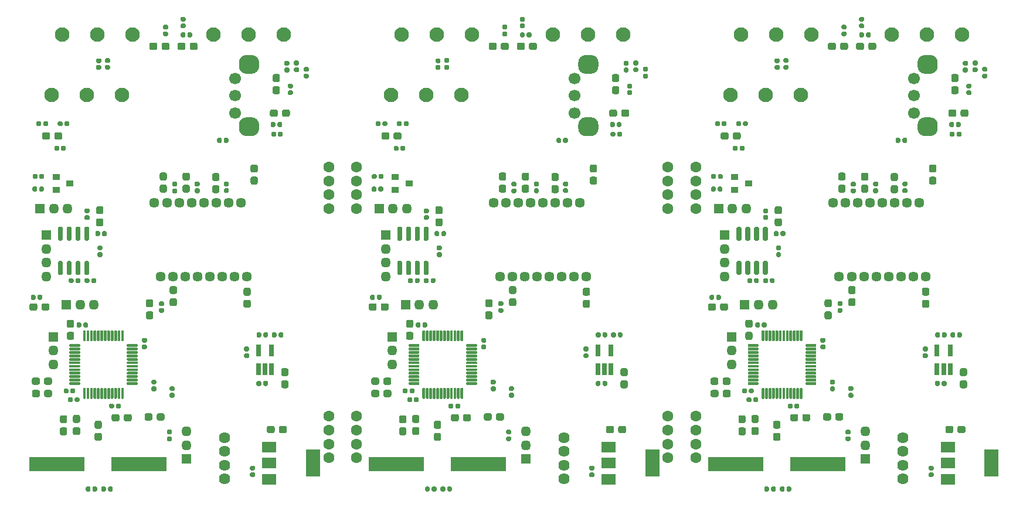
<source format=gbr>
%TF.GenerationSoftware,KiCad,Pcbnew,(5.1.6-0-10_14)*%
%TF.CreationDate,2020-11-03T23:38:41+01:00*%
%TF.ProjectId,panel_x3,70616e65-6c5f-4783-932e-6b696361645f,rev?*%
%TF.SameCoordinates,Original*%
%TF.FileFunction,Soldermask,Top*%
%TF.FilePolarity,Negative*%
%FSLAX46Y46*%
G04 Gerber Fmt 4.6, Leading zero omitted, Abs format (unit mm)*
G04 Created by KiCad (PCBNEW (5.1.6-0-10_14)) date 2020-11-03 23:38:41*
%MOMM*%
%LPD*%
G01*
G04 APERTURE LIST*
%ADD10R,0.750000X1.660000*%
%ADD11O,1.450000X1.450000*%
%ADD12R,1.450000X1.450000*%
%ADD13C,1.624000*%
%ADD14C,2.100000*%
%ADD15R,7.975000X2.100000*%
%ADD16C,1.700000*%
%ADD17C,1.450000*%
%ADD18R,2.100000X3.900000*%
%ADD19R,2.100000X1.600000*%
%ADD20R,1.000000X0.900000*%
%ADD21C,1.600000*%
G04 APERTURE END LIST*
%TO.C,R19*%
G36*
G01*
X156397320Y-74973000D02*
X156397320Y-75368000D01*
G75*
G02*
X156224820Y-75540500I-172500J0D01*
G01*
X155879820Y-75540500D01*
G75*
G02*
X155707320Y-75368000I0J172500D01*
G01*
X155707320Y-74973000D01*
G75*
G02*
X155879820Y-74800500I172500J0D01*
G01*
X156224820Y-74800500D01*
G75*
G02*
X156397320Y-74973000I0J-172500D01*
G01*
G37*
G36*
G01*
X157367320Y-74973000D02*
X157367320Y-75368000D01*
G75*
G02*
X157194820Y-75540500I-172500J0D01*
G01*
X156849820Y-75540500D01*
G75*
G02*
X156677320Y-75368000I0J172500D01*
G01*
X156677320Y-74973000D01*
G75*
G02*
X156849820Y-74800500I172500J0D01*
G01*
X157194820Y-74800500D01*
G75*
G02*
X157367320Y-74973000I0J-172500D01*
G01*
G37*
%TD*%
%TO.C,R20*%
G36*
G01*
X156710480Y-73536660D02*
X156710480Y-73141660D01*
G75*
G02*
X156882980Y-72969160I172500J0D01*
G01*
X157227980Y-72969160D01*
G75*
G02*
X157400480Y-73141660I0J-172500D01*
G01*
X157400480Y-73536660D01*
G75*
G02*
X157227980Y-73709160I-172500J0D01*
G01*
X156882980Y-73709160D01*
G75*
G02*
X156710480Y-73536660I0J172500D01*
G01*
G37*
G36*
G01*
X155740480Y-73536660D02*
X155740480Y-73141660D01*
G75*
G02*
X155912980Y-72969160I172500J0D01*
G01*
X156257980Y-72969160D01*
G75*
G02*
X156430480Y-73141660I0J-172500D01*
G01*
X156430480Y-73536660D01*
G75*
G02*
X156257980Y-73709160I-172500J0D01*
G01*
X155912980Y-73709160D01*
G75*
G02*
X155740480Y-73536660I0J172500D01*
G01*
G37*
%TD*%
%TO.C,R21*%
G36*
G01*
X163402500Y-77970000D02*
X163797500Y-77970000D01*
G75*
G02*
X163970000Y-78142500I0J-172500D01*
G01*
X163970000Y-78487500D01*
G75*
G02*
X163797500Y-78660000I-172500J0D01*
G01*
X163402500Y-78660000D01*
G75*
G02*
X163230000Y-78487500I0J172500D01*
G01*
X163230000Y-78142500D01*
G75*
G02*
X163402500Y-77970000I172500J0D01*
G01*
G37*
G36*
G01*
X163402500Y-78940000D02*
X163797500Y-78940000D01*
G75*
G02*
X163970000Y-79112500I0J-172500D01*
G01*
X163970000Y-79457500D01*
G75*
G02*
X163797500Y-79630000I-172500J0D01*
G01*
X163402500Y-79630000D01*
G75*
G02*
X163230000Y-79457500I0J172500D01*
G01*
X163230000Y-79112500D01*
G75*
G02*
X163402500Y-78940000I172500J0D01*
G01*
G37*
%TD*%
D10*
%TO.C,U3*%
X188366020Y-98466960D03*
X190266020Y-98466960D03*
X190266020Y-101166960D03*
X189316020Y-101166960D03*
X188366020Y-101166960D03*
%TD*%
%TO.C,U5*%
G36*
G01*
X163328500Y-105468000D02*
X163128500Y-105468000D01*
G75*
G02*
X163028500Y-105368000I0J100000D01*
G01*
X163028500Y-103993000D01*
G75*
G02*
X163128500Y-103893000I100000J0D01*
G01*
X163328500Y-103893000D01*
G75*
G02*
X163428500Y-103993000I0J-100000D01*
G01*
X163428500Y-105368000D01*
G75*
G02*
X163328500Y-105468000I-100000J0D01*
G01*
G37*
G36*
G01*
X163828500Y-105468000D02*
X163628500Y-105468000D01*
G75*
G02*
X163528500Y-105368000I0J100000D01*
G01*
X163528500Y-103993000D01*
G75*
G02*
X163628500Y-103893000I100000J0D01*
G01*
X163828500Y-103893000D01*
G75*
G02*
X163928500Y-103993000I0J-100000D01*
G01*
X163928500Y-105368000D01*
G75*
G02*
X163828500Y-105468000I-100000J0D01*
G01*
G37*
G36*
G01*
X164328500Y-105468000D02*
X164128500Y-105468000D01*
G75*
G02*
X164028500Y-105368000I0J100000D01*
G01*
X164028500Y-103993000D01*
G75*
G02*
X164128500Y-103893000I100000J0D01*
G01*
X164328500Y-103893000D01*
G75*
G02*
X164428500Y-103993000I0J-100000D01*
G01*
X164428500Y-105368000D01*
G75*
G02*
X164328500Y-105468000I-100000J0D01*
G01*
G37*
G36*
G01*
X164828500Y-105468000D02*
X164628500Y-105468000D01*
G75*
G02*
X164528500Y-105368000I0J100000D01*
G01*
X164528500Y-103993000D01*
G75*
G02*
X164628500Y-103893000I100000J0D01*
G01*
X164828500Y-103893000D01*
G75*
G02*
X164928500Y-103993000I0J-100000D01*
G01*
X164928500Y-105368000D01*
G75*
G02*
X164828500Y-105468000I-100000J0D01*
G01*
G37*
G36*
G01*
X165328500Y-105468000D02*
X165128500Y-105468000D01*
G75*
G02*
X165028500Y-105368000I0J100000D01*
G01*
X165028500Y-103993000D01*
G75*
G02*
X165128500Y-103893000I100000J0D01*
G01*
X165328500Y-103893000D01*
G75*
G02*
X165428500Y-103993000I0J-100000D01*
G01*
X165428500Y-105368000D01*
G75*
G02*
X165328500Y-105468000I-100000J0D01*
G01*
G37*
G36*
G01*
X165828500Y-105468000D02*
X165628500Y-105468000D01*
G75*
G02*
X165528500Y-105368000I0J100000D01*
G01*
X165528500Y-103993000D01*
G75*
G02*
X165628500Y-103893000I100000J0D01*
G01*
X165828500Y-103893000D01*
G75*
G02*
X165928500Y-103993000I0J-100000D01*
G01*
X165928500Y-105368000D01*
G75*
G02*
X165828500Y-105468000I-100000J0D01*
G01*
G37*
G36*
G01*
X166328500Y-105468000D02*
X166128500Y-105468000D01*
G75*
G02*
X166028500Y-105368000I0J100000D01*
G01*
X166028500Y-103993000D01*
G75*
G02*
X166128500Y-103893000I100000J0D01*
G01*
X166328500Y-103893000D01*
G75*
G02*
X166428500Y-103993000I0J-100000D01*
G01*
X166428500Y-105368000D01*
G75*
G02*
X166328500Y-105468000I-100000J0D01*
G01*
G37*
G36*
G01*
X166828500Y-105468000D02*
X166628500Y-105468000D01*
G75*
G02*
X166528500Y-105368000I0J100000D01*
G01*
X166528500Y-103993000D01*
G75*
G02*
X166628500Y-103893000I100000J0D01*
G01*
X166828500Y-103893000D01*
G75*
G02*
X166928500Y-103993000I0J-100000D01*
G01*
X166928500Y-105368000D01*
G75*
G02*
X166828500Y-105468000I-100000J0D01*
G01*
G37*
G36*
G01*
X167328500Y-105468000D02*
X167128500Y-105468000D01*
G75*
G02*
X167028500Y-105368000I0J100000D01*
G01*
X167028500Y-103993000D01*
G75*
G02*
X167128500Y-103893000I100000J0D01*
G01*
X167328500Y-103893000D01*
G75*
G02*
X167428500Y-103993000I0J-100000D01*
G01*
X167428500Y-105368000D01*
G75*
G02*
X167328500Y-105468000I-100000J0D01*
G01*
G37*
G36*
G01*
X167828500Y-105468000D02*
X167628500Y-105468000D01*
G75*
G02*
X167528500Y-105368000I0J100000D01*
G01*
X167528500Y-103993000D01*
G75*
G02*
X167628500Y-103893000I100000J0D01*
G01*
X167828500Y-103893000D01*
G75*
G02*
X167928500Y-103993000I0J-100000D01*
G01*
X167928500Y-105368000D01*
G75*
G02*
X167828500Y-105468000I-100000J0D01*
G01*
G37*
G36*
G01*
X168328500Y-105468000D02*
X168128500Y-105468000D01*
G75*
G02*
X168028500Y-105368000I0J100000D01*
G01*
X168028500Y-103993000D01*
G75*
G02*
X168128500Y-103893000I100000J0D01*
G01*
X168328500Y-103893000D01*
G75*
G02*
X168428500Y-103993000I0J-100000D01*
G01*
X168428500Y-105368000D01*
G75*
G02*
X168328500Y-105468000I-100000J0D01*
G01*
G37*
G36*
G01*
X168828500Y-105468000D02*
X168628500Y-105468000D01*
G75*
G02*
X168528500Y-105368000I0J100000D01*
G01*
X168528500Y-103993000D01*
G75*
G02*
X168628500Y-103893000I100000J0D01*
G01*
X168828500Y-103893000D01*
G75*
G02*
X168928500Y-103993000I0J-100000D01*
G01*
X168928500Y-105368000D01*
G75*
G02*
X168828500Y-105468000I-100000J0D01*
G01*
G37*
G36*
G01*
X170828500Y-103468000D02*
X169453500Y-103468000D01*
G75*
G02*
X169353500Y-103368000I0J100000D01*
G01*
X169353500Y-103168000D01*
G75*
G02*
X169453500Y-103068000I100000J0D01*
G01*
X170828500Y-103068000D01*
G75*
G02*
X170928500Y-103168000I0J-100000D01*
G01*
X170928500Y-103368000D01*
G75*
G02*
X170828500Y-103468000I-100000J0D01*
G01*
G37*
G36*
G01*
X170828500Y-102968000D02*
X169453500Y-102968000D01*
G75*
G02*
X169353500Y-102868000I0J100000D01*
G01*
X169353500Y-102668000D01*
G75*
G02*
X169453500Y-102568000I100000J0D01*
G01*
X170828500Y-102568000D01*
G75*
G02*
X170928500Y-102668000I0J-100000D01*
G01*
X170928500Y-102868000D01*
G75*
G02*
X170828500Y-102968000I-100000J0D01*
G01*
G37*
G36*
G01*
X170828500Y-102468000D02*
X169453500Y-102468000D01*
G75*
G02*
X169353500Y-102368000I0J100000D01*
G01*
X169353500Y-102168000D01*
G75*
G02*
X169453500Y-102068000I100000J0D01*
G01*
X170828500Y-102068000D01*
G75*
G02*
X170928500Y-102168000I0J-100000D01*
G01*
X170928500Y-102368000D01*
G75*
G02*
X170828500Y-102468000I-100000J0D01*
G01*
G37*
G36*
G01*
X170828500Y-101968000D02*
X169453500Y-101968000D01*
G75*
G02*
X169353500Y-101868000I0J100000D01*
G01*
X169353500Y-101668000D01*
G75*
G02*
X169453500Y-101568000I100000J0D01*
G01*
X170828500Y-101568000D01*
G75*
G02*
X170928500Y-101668000I0J-100000D01*
G01*
X170928500Y-101868000D01*
G75*
G02*
X170828500Y-101968000I-100000J0D01*
G01*
G37*
G36*
G01*
X170828500Y-101468000D02*
X169453500Y-101468000D01*
G75*
G02*
X169353500Y-101368000I0J100000D01*
G01*
X169353500Y-101168000D01*
G75*
G02*
X169453500Y-101068000I100000J0D01*
G01*
X170828500Y-101068000D01*
G75*
G02*
X170928500Y-101168000I0J-100000D01*
G01*
X170928500Y-101368000D01*
G75*
G02*
X170828500Y-101468000I-100000J0D01*
G01*
G37*
G36*
G01*
X170828500Y-100968000D02*
X169453500Y-100968000D01*
G75*
G02*
X169353500Y-100868000I0J100000D01*
G01*
X169353500Y-100668000D01*
G75*
G02*
X169453500Y-100568000I100000J0D01*
G01*
X170828500Y-100568000D01*
G75*
G02*
X170928500Y-100668000I0J-100000D01*
G01*
X170928500Y-100868000D01*
G75*
G02*
X170828500Y-100968000I-100000J0D01*
G01*
G37*
G36*
G01*
X170828500Y-100468000D02*
X169453500Y-100468000D01*
G75*
G02*
X169353500Y-100368000I0J100000D01*
G01*
X169353500Y-100168000D01*
G75*
G02*
X169453500Y-100068000I100000J0D01*
G01*
X170828500Y-100068000D01*
G75*
G02*
X170928500Y-100168000I0J-100000D01*
G01*
X170928500Y-100368000D01*
G75*
G02*
X170828500Y-100468000I-100000J0D01*
G01*
G37*
G36*
G01*
X170828500Y-99968000D02*
X169453500Y-99968000D01*
G75*
G02*
X169353500Y-99868000I0J100000D01*
G01*
X169353500Y-99668000D01*
G75*
G02*
X169453500Y-99568000I100000J0D01*
G01*
X170828500Y-99568000D01*
G75*
G02*
X170928500Y-99668000I0J-100000D01*
G01*
X170928500Y-99868000D01*
G75*
G02*
X170828500Y-99968000I-100000J0D01*
G01*
G37*
G36*
G01*
X170828500Y-99468000D02*
X169453500Y-99468000D01*
G75*
G02*
X169353500Y-99368000I0J100000D01*
G01*
X169353500Y-99168000D01*
G75*
G02*
X169453500Y-99068000I100000J0D01*
G01*
X170828500Y-99068000D01*
G75*
G02*
X170928500Y-99168000I0J-100000D01*
G01*
X170928500Y-99368000D01*
G75*
G02*
X170828500Y-99468000I-100000J0D01*
G01*
G37*
G36*
G01*
X170828500Y-98968000D02*
X169453500Y-98968000D01*
G75*
G02*
X169353500Y-98868000I0J100000D01*
G01*
X169353500Y-98668000D01*
G75*
G02*
X169453500Y-98568000I100000J0D01*
G01*
X170828500Y-98568000D01*
G75*
G02*
X170928500Y-98668000I0J-100000D01*
G01*
X170928500Y-98868000D01*
G75*
G02*
X170828500Y-98968000I-100000J0D01*
G01*
G37*
G36*
G01*
X170828500Y-98468000D02*
X169453500Y-98468000D01*
G75*
G02*
X169353500Y-98368000I0J100000D01*
G01*
X169353500Y-98168000D01*
G75*
G02*
X169453500Y-98068000I100000J0D01*
G01*
X170828500Y-98068000D01*
G75*
G02*
X170928500Y-98168000I0J-100000D01*
G01*
X170928500Y-98368000D01*
G75*
G02*
X170828500Y-98468000I-100000J0D01*
G01*
G37*
G36*
G01*
X170828500Y-97968000D02*
X169453500Y-97968000D01*
G75*
G02*
X169353500Y-97868000I0J100000D01*
G01*
X169353500Y-97668000D01*
G75*
G02*
X169453500Y-97568000I100000J0D01*
G01*
X170828500Y-97568000D01*
G75*
G02*
X170928500Y-97668000I0J-100000D01*
G01*
X170928500Y-97868000D01*
G75*
G02*
X170828500Y-97968000I-100000J0D01*
G01*
G37*
G36*
G01*
X168828500Y-97143000D02*
X168628500Y-97143000D01*
G75*
G02*
X168528500Y-97043000I0J100000D01*
G01*
X168528500Y-95668000D01*
G75*
G02*
X168628500Y-95568000I100000J0D01*
G01*
X168828500Y-95568000D01*
G75*
G02*
X168928500Y-95668000I0J-100000D01*
G01*
X168928500Y-97043000D01*
G75*
G02*
X168828500Y-97143000I-100000J0D01*
G01*
G37*
G36*
G01*
X168328500Y-97143000D02*
X168128500Y-97143000D01*
G75*
G02*
X168028500Y-97043000I0J100000D01*
G01*
X168028500Y-95668000D01*
G75*
G02*
X168128500Y-95568000I100000J0D01*
G01*
X168328500Y-95568000D01*
G75*
G02*
X168428500Y-95668000I0J-100000D01*
G01*
X168428500Y-97043000D01*
G75*
G02*
X168328500Y-97143000I-100000J0D01*
G01*
G37*
G36*
G01*
X167828500Y-97143000D02*
X167628500Y-97143000D01*
G75*
G02*
X167528500Y-97043000I0J100000D01*
G01*
X167528500Y-95668000D01*
G75*
G02*
X167628500Y-95568000I100000J0D01*
G01*
X167828500Y-95568000D01*
G75*
G02*
X167928500Y-95668000I0J-100000D01*
G01*
X167928500Y-97043000D01*
G75*
G02*
X167828500Y-97143000I-100000J0D01*
G01*
G37*
G36*
G01*
X167328500Y-97143000D02*
X167128500Y-97143000D01*
G75*
G02*
X167028500Y-97043000I0J100000D01*
G01*
X167028500Y-95668000D01*
G75*
G02*
X167128500Y-95568000I100000J0D01*
G01*
X167328500Y-95568000D01*
G75*
G02*
X167428500Y-95668000I0J-100000D01*
G01*
X167428500Y-97043000D01*
G75*
G02*
X167328500Y-97143000I-100000J0D01*
G01*
G37*
G36*
G01*
X166828500Y-97143000D02*
X166628500Y-97143000D01*
G75*
G02*
X166528500Y-97043000I0J100000D01*
G01*
X166528500Y-95668000D01*
G75*
G02*
X166628500Y-95568000I100000J0D01*
G01*
X166828500Y-95568000D01*
G75*
G02*
X166928500Y-95668000I0J-100000D01*
G01*
X166928500Y-97043000D01*
G75*
G02*
X166828500Y-97143000I-100000J0D01*
G01*
G37*
G36*
G01*
X166328500Y-97143000D02*
X166128500Y-97143000D01*
G75*
G02*
X166028500Y-97043000I0J100000D01*
G01*
X166028500Y-95668000D01*
G75*
G02*
X166128500Y-95568000I100000J0D01*
G01*
X166328500Y-95568000D01*
G75*
G02*
X166428500Y-95668000I0J-100000D01*
G01*
X166428500Y-97043000D01*
G75*
G02*
X166328500Y-97143000I-100000J0D01*
G01*
G37*
G36*
G01*
X165828500Y-97143000D02*
X165628500Y-97143000D01*
G75*
G02*
X165528500Y-97043000I0J100000D01*
G01*
X165528500Y-95668000D01*
G75*
G02*
X165628500Y-95568000I100000J0D01*
G01*
X165828500Y-95568000D01*
G75*
G02*
X165928500Y-95668000I0J-100000D01*
G01*
X165928500Y-97043000D01*
G75*
G02*
X165828500Y-97143000I-100000J0D01*
G01*
G37*
G36*
G01*
X165328500Y-97143000D02*
X165128500Y-97143000D01*
G75*
G02*
X165028500Y-97043000I0J100000D01*
G01*
X165028500Y-95668000D01*
G75*
G02*
X165128500Y-95568000I100000J0D01*
G01*
X165328500Y-95568000D01*
G75*
G02*
X165428500Y-95668000I0J-100000D01*
G01*
X165428500Y-97043000D01*
G75*
G02*
X165328500Y-97143000I-100000J0D01*
G01*
G37*
G36*
G01*
X164828500Y-97143000D02*
X164628500Y-97143000D01*
G75*
G02*
X164528500Y-97043000I0J100000D01*
G01*
X164528500Y-95668000D01*
G75*
G02*
X164628500Y-95568000I100000J0D01*
G01*
X164828500Y-95568000D01*
G75*
G02*
X164928500Y-95668000I0J-100000D01*
G01*
X164928500Y-97043000D01*
G75*
G02*
X164828500Y-97143000I-100000J0D01*
G01*
G37*
G36*
G01*
X164328500Y-97143000D02*
X164128500Y-97143000D01*
G75*
G02*
X164028500Y-97043000I0J100000D01*
G01*
X164028500Y-95668000D01*
G75*
G02*
X164128500Y-95568000I100000J0D01*
G01*
X164328500Y-95568000D01*
G75*
G02*
X164428500Y-95668000I0J-100000D01*
G01*
X164428500Y-97043000D01*
G75*
G02*
X164328500Y-97143000I-100000J0D01*
G01*
G37*
G36*
G01*
X163828500Y-97143000D02*
X163628500Y-97143000D01*
G75*
G02*
X163528500Y-97043000I0J100000D01*
G01*
X163528500Y-95668000D01*
G75*
G02*
X163628500Y-95568000I100000J0D01*
G01*
X163828500Y-95568000D01*
G75*
G02*
X163928500Y-95668000I0J-100000D01*
G01*
X163928500Y-97043000D01*
G75*
G02*
X163828500Y-97143000I-100000J0D01*
G01*
G37*
G36*
G01*
X163328500Y-97143000D02*
X163128500Y-97143000D01*
G75*
G02*
X163028500Y-97043000I0J100000D01*
G01*
X163028500Y-95668000D01*
G75*
G02*
X163128500Y-95568000I100000J0D01*
G01*
X163328500Y-95568000D01*
G75*
G02*
X163428500Y-95668000I0J-100000D01*
G01*
X163428500Y-97043000D01*
G75*
G02*
X163328500Y-97143000I-100000J0D01*
G01*
G37*
G36*
G01*
X162503500Y-97968000D02*
X161128500Y-97968000D01*
G75*
G02*
X161028500Y-97868000I0J100000D01*
G01*
X161028500Y-97668000D01*
G75*
G02*
X161128500Y-97568000I100000J0D01*
G01*
X162503500Y-97568000D01*
G75*
G02*
X162603500Y-97668000I0J-100000D01*
G01*
X162603500Y-97868000D01*
G75*
G02*
X162503500Y-97968000I-100000J0D01*
G01*
G37*
G36*
G01*
X162503500Y-98468000D02*
X161128500Y-98468000D01*
G75*
G02*
X161028500Y-98368000I0J100000D01*
G01*
X161028500Y-98168000D01*
G75*
G02*
X161128500Y-98068000I100000J0D01*
G01*
X162503500Y-98068000D01*
G75*
G02*
X162603500Y-98168000I0J-100000D01*
G01*
X162603500Y-98368000D01*
G75*
G02*
X162503500Y-98468000I-100000J0D01*
G01*
G37*
G36*
G01*
X162503500Y-98968000D02*
X161128500Y-98968000D01*
G75*
G02*
X161028500Y-98868000I0J100000D01*
G01*
X161028500Y-98668000D01*
G75*
G02*
X161128500Y-98568000I100000J0D01*
G01*
X162503500Y-98568000D01*
G75*
G02*
X162603500Y-98668000I0J-100000D01*
G01*
X162603500Y-98868000D01*
G75*
G02*
X162503500Y-98968000I-100000J0D01*
G01*
G37*
G36*
G01*
X162503500Y-99468000D02*
X161128500Y-99468000D01*
G75*
G02*
X161028500Y-99368000I0J100000D01*
G01*
X161028500Y-99168000D01*
G75*
G02*
X161128500Y-99068000I100000J0D01*
G01*
X162503500Y-99068000D01*
G75*
G02*
X162603500Y-99168000I0J-100000D01*
G01*
X162603500Y-99368000D01*
G75*
G02*
X162503500Y-99468000I-100000J0D01*
G01*
G37*
G36*
G01*
X162503500Y-99968000D02*
X161128500Y-99968000D01*
G75*
G02*
X161028500Y-99868000I0J100000D01*
G01*
X161028500Y-99668000D01*
G75*
G02*
X161128500Y-99568000I100000J0D01*
G01*
X162503500Y-99568000D01*
G75*
G02*
X162603500Y-99668000I0J-100000D01*
G01*
X162603500Y-99868000D01*
G75*
G02*
X162503500Y-99968000I-100000J0D01*
G01*
G37*
G36*
G01*
X162503500Y-100468000D02*
X161128500Y-100468000D01*
G75*
G02*
X161028500Y-100368000I0J100000D01*
G01*
X161028500Y-100168000D01*
G75*
G02*
X161128500Y-100068000I100000J0D01*
G01*
X162503500Y-100068000D01*
G75*
G02*
X162603500Y-100168000I0J-100000D01*
G01*
X162603500Y-100368000D01*
G75*
G02*
X162503500Y-100468000I-100000J0D01*
G01*
G37*
G36*
G01*
X162503500Y-100968000D02*
X161128500Y-100968000D01*
G75*
G02*
X161028500Y-100868000I0J100000D01*
G01*
X161028500Y-100668000D01*
G75*
G02*
X161128500Y-100568000I100000J0D01*
G01*
X162503500Y-100568000D01*
G75*
G02*
X162603500Y-100668000I0J-100000D01*
G01*
X162603500Y-100868000D01*
G75*
G02*
X162503500Y-100968000I-100000J0D01*
G01*
G37*
G36*
G01*
X162503500Y-101468000D02*
X161128500Y-101468000D01*
G75*
G02*
X161028500Y-101368000I0J100000D01*
G01*
X161028500Y-101168000D01*
G75*
G02*
X161128500Y-101068000I100000J0D01*
G01*
X162503500Y-101068000D01*
G75*
G02*
X162603500Y-101168000I0J-100000D01*
G01*
X162603500Y-101368000D01*
G75*
G02*
X162503500Y-101468000I-100000J0D01*
G01*
G37*
G36*
G01*
X162503500Y-101968000D02*
X161128500Y-101968000D01*
G75*
G02*
X161028500Y-101868000I0J100000D01*
G01*
X161028500Y-101668000D01*
G75*
G02*
X161128500Y-101568000I100000J0D01*
G01*
X162503500Y-101568000D01*
G75*
G02*
X162603500Y-101668000I0J-100000D01*
G01*
X162603500Y-101868000D01*
G75*
G02*
X162503500Y-101968000I-100000J0D01*
G01*
G37*
G36*
G01*
X162503500Y-102468000D02*
X161128500Y-102468000D01*
G75*
G02*
X161028500Y-102368000I0J100000D01*
G01*
X161028500Y-102168000D01*
G75*
G02*
X161128500Y-102068000I100000J0D01*
G01*
X162503500Y-102068000D01*
G75*
G02*
X162603500Y-102168000I0J-100000D01*
G01*
X162603500Y-102368000D01*
G75*
G02*
X162503500Y-102468000I-100000J0D01*
G01*
G37*
G36*
G01*
X162503500Y-102968000D02*
X161128500Y-102968000D01*
G75*
G02*
X161028500Y-102868000I0J100000D01*
G01*
X161028500Y-102668000D01*
G75*
G02*
X161128500Y-102568000I100000J0D01*
G01*
X162503500Y-102568000D01*
G75*
G02*
X162603500Y-102668000I0J-100000D01*
G01*
X162603500Y-102868000D01*
G75*
G02*
X162503500Y-102968000I-100000J0D01*
G01*
G37*
G36*
G01*
X162503500Y-103468000D02*
X161128500Y-103468000D01*
G75*
G02*
X161028500Y-103368000I0J100000D01*
G01*
X161028500Y-103168000D01*
G75*
G02*
X161128500Y-103068000I100000J0D01*
G01*
X162503500Y-103068000D01*
G75*
G02*
X162603500Y-103168000I0J-100000D01*
G01*
X162603500Y-103368000D01*
G75*
G02*
X162503500Y-103468000I-100000J0D01*
G01*
G37*
%TD*%
D11*
%TO.C,J4*%
X177980000Y-110183200D03*
X177980000Y-112183200D03*
D12*
X177980000Y-114183200D03*
%TD*%
%TO.C,R3*%
G36*
G01*
X193163500Y-60627000D02*
X192768500Y-60627000D01*
G75*
G02*
X192596000Y-60454500I0J172500D01*
G01*
X192596000Y-60109500D01*
G75*
G02*
X192768500Y-59937000I172500J0D01*
G01*
X193163500Y-59937000D01*
G75*
G02*
X193336000Y-60109500I0J-172500D01*
G01*
X193336000Y-60454500D01*
G75*
G02*
X193163500Y-60627000I-172500J0D01*
G01*
G37*
G36*
G01*
X193163500Y-61597000D02*
X192768500Y-61597000D01*
G75*
G02*
X192596000Y-61424500I0J172500D01*
G01*
X192596000Y-61079500D01*
G75*
G02*
X192768500Y-60907000I172500J0D01*
G01*
X193163500Y-60907000D01*
G75*
G02*
X193336000Y-61079500I0J-172500D01*
G01*
X193336000Y-61424500D01*
G75*
G02*
X193163500Y-61597000I-172500J0D01*
G01*
G37*
%TD*%
%TO.C,R10*%
G36*
G01*
X192433480Y-103950440D02*
X191908480Y-103950440D01*
G75*
G02*
X191645980Y-103687940I0J262500D01*
G01*
X191645980Y-103062940D01*
G75*
G02*
X191908480Y-102800440I262500J0D01*
G01*
X192433480Y-102800440D01*
G75*
G02*
X192695980Y-103062940I0J-262500D01*
G01*
X192695980Y-103687940D01*
G75*
G02*
X192433480Y-103950440I-262500J0D01*
G01*
G37*
G36*
G01*
X192433480Y-102200440D02*
X191908480Y-102200440D01*
G75*
G02*
X191645980Y-101937940I0J262500D01*
G01*
X191645980Y-101312940D01*
G75*
G02*
X191908480Y-101050440I262500J0D01*
G01*
X192433480Y-101050440D01*
G75*
G02*
X192695980Y-101312940I0J-262500D01*
G01*
X192695980Y-101937940D01*
G75*
G02*
X192433480Y-102200440I-262500J0D01*
G01*
G37*
%TD*%
%TO.C,C6*%
G36*
G01*
X181933900Y-74605200D02*
X182458900Y-74605200D01*
G75*
G02*
X182721400Y-74867700I0J-262500D01*
G01*
X182721400Y-75492700D01*
G75*
G02*
X182458900Y-75755200I-262500J0D01*
G01*
X181933900Y-75755200D01*
G75*
G02*
X181671400Y-75492700I0J262500D01*
G01*
X181671400Y-74867700D01*
G75*
G02*
X181933900Y-74605200I262500J0D01*
G01*
G37*
G36*
G01*
X181933900Y-72855200D02*
X182458900Y-72855200D01*
G75*
G02*
X182721400Y-73117700I0J-262500D01*
G01*
X182721400Y-73742700D01*
G75*
G02*
X182458900Y-74005200I-262500J0D01*
G01*
X181933900Y-74005200D01*
G75*
G02*
X181671400Y-73742700I0J262500D01*
G01*
X181671400Y-73117700D01*
G75*
G02*
X181933900Y-72855200I262500J0D01*
G01*
G37*
%TD*%
%TO.C,C16*%
G36*
G01*
X172895800Y-92241100D02*
X172370800Y-92241100D01*
G75*
G02*
X172108300Y-91978600I0J262500D01*
G01*
X172108300Y-91353600D01*
G75*
G02*
X172370800Y-91091100I262500J0D01*
G01*
X172895800Y-91091100D01*
G75*
G02*
X173158300Y-91353600I0J-262500D01*
G01*
X173158300Y-91978600D01*
G75*
G02*
X172895800Y-92241100I-262500J0D01*
G01*
G37*
G36*
G01*
X172895800Y-93991100D02*
X172370800Y-93991100D01*
G75*
G02*
X172108300Y-93728600I0J262500D01*
G01*
X172108300Y-93103600D01*
G75*
G02*
X172370800Y-92841100I262500J0D01*
G01*
X172895800Y-92841100D01*
G75*
G02*
X173158300Y-93103600I0J-262500D01*
G01*
X173158300Y-93728600D01*
G75*
G02*
X172895800Y-93991100I-262500J0D01*
G01*
G37*
%TD*%
%TO.C,C4*%
G36*
G01*
X187307500Y-115131200D02*
X187702500Y-115131200D01*
G75*
G02*
X187875000Y-115303700I0J-172500D01*
G01*
X187875000Y-115648700D01*
G75*
G02*
X187702500Y-115821200I-172500J0D01*
G01*
X187307500Y-115821200D01*
G75*
G02*
X187135000Y-115648700I0J172500D01*
G01*
X187135000Y-115303700D01*
G75*
G02*
X187307500Y-115131200I172500J0D01*
G01*
G37*
G36*
G01*
X187307500Y-116101200D02*
X187702500Y-116101200D01*
G75*
G02*
X187875000Y-116273700I0J-172500D01*
G01*
X187875000Y-116618700D01*
G75*
G02*
X187702500Y-116791200I-172500J0D01*
G01*
X187307500Y-116791200D01*
G75*
G02*
X187135000Y-116618700I0J172500D01*
G01*
X187135000Y-116273700D01*
G75*
G02*
X187307500Y-116101200I172500J0D01*
G01*
G37*
%TD*%
%TO.C,C12*%
G36*
G01*
X188756780Y-103045920D02*
X188756780Y-103440920D01*
G75*
G02*
X188584280Y-103613420I-172500J0D01*
G01*
X188239280Y-103613420D01*
G75*
G02*
X188066780Y-103440920I0J172500D01*
G01*
X188066780Y-103045920D01*
G75*
G02*
X188239280Y-102873420I172500J0D01*
G01*
X188584280Y-102873420D01*
G75*
G02*
X188756780Y-103045920I0J-172500D01*
G01*
G37*
G36*
G01*
X189726780Y-103045920D02*
X189726780Y-103440920D01*
G75*
G02*
X189554280Y-103613420I-172500J0D01*
G01*
X189209280Y-103613420D01*
G75*
G02*
X189036780Y-103440920I0J172500D01*
G01*
X189036780Y-103045920D01*
G75*
G02*
X189209280Y-102873420I172500J0D01*
G01*
X189554280Y-102873420D01*
G75*
G02*
X189726780Y-103045920I0J-172500D01*
G01*
G37*
%TD*%
%TO.C,C11*%
G36*
G01*
X184040000Y-67935500D02*
X184040000Y-68330500D01*
G75*
G02*
X183867500Y-68503000I-172500J0D01*
G01*
X183522500Y-68503000D01*
G75*
G02*
X183350000Y-68330500I0J172500D01*
G01*
X183350000Y-67935500D01*
G75*
G02*
X183522500Y-67763000I172500J0D01*
G01*
X183867500Y-67763000D01*
G75*
G02*
X184040000Y-67935500I0J-172500D01*
G01*
G37*
G36*
G01*
X183070000Y-67935500D02*
X183070000Y-68330500D01*
G75*
G02*
X182897500Y-68503000I-172500J0D01*
G01*
X182552500Y-68503000D01*
G75*
G02*
X182380000Y-68330500I0J172500D01*
G01*
X182380000Y-67935500D01*
G75*
G02*
X182552500Y-67763000I172500J0D01*
G01*
X182897500Y-67763000D01*
G75*
G02*
X183070000Y-67935500I0J-172500D01*
G01*
G37*
%TD*%
%TO.C,C13*%
G36*
G01*
X190208000Y-67441500D02*
X190208000Y-67046500D01*
G75*
G02*
X190380500Y-66874000I172500J0D01*
G01*
X190725500Y-66874000D01*
G75*
G02*
X190898000Y-67046500I0J-172500D01*
G01*
X190898000Y-67441500D01*
G75*
G02*
X190725500Y-67614000I-172500J0D01*
G01*
X190380500Y-67614000D01*
G75*
G02*
X190208000Y-67441500I0J172500D01*
G01*
G37*
G36*
G01*
X191178000Y-67441500D02*
X191178000Y-67046500D01*
G75*
G02*
X191350500Y-66874000I172500J0D01*
G01*
X191695500Y-66874000D01*
G75*
G02*
X191868000Y-67046500I0J-172500D01*
G01*
X191868000Y-67441500D01*
G75*
G02*
X191695500Y-67614000I-172500J0D01*
G01*
X191350500Y-67614000D01*
G75*
G02*
X191178000Y-67441500I0J172500D01*
G01*
G37*
%TD*%
%TO.C,C15*%
G36*
G01*
X186849060Y-99590460D02*
X186454060Y-99590460D01*
G75*
G02*
X186281560Y-99417960I0J172500D01*
G01*
X186281560Y-99072960D01*
G75*
G02*
X186454060Y-98900460I172500J0D01*
G01*
X186849060Y-98900460D01*
G75*
G02*
X187021560Y-99072960I0J-172500D01*
G01*
X187021560Y-99417960D01*
G75*
G02*
X186849060Y-99590460I-172500J0D01*
G01*
G37*
G36*
G01*
X186849060Y-98620460D02*
X186454060Y-98620460D01*
G75*
G02*
X186281560Y-98447960I0J172500D01*
G01*
X186281560Y-98102960D01*
G75*
G02*
X186454060Y-97930460I172500J0D01*
G01*
X186849060Y-97930460D01*
G75*
G02*
X187021560Y-98102960I0J-172500D01*
G01*
X187021560Y-98447960D01*
G75*
G02*
X186849060Y-98620460I-172500J0D01*
G01*
G37*
%TD*%
%TO.C,C2*%
G36*
G01*
X177654000Y-72793000D02*
X178179000Y-72793000D01*
G75*
G02*
X178441500Y-73055500I0J-262500D01*
G01*
X178441500Y-73680500D01*
G75*
G02*
X178179000Y-73943000I-262500J0D01*
G01*
X177654000Y-73943000D01*
G75*
G02*
X177391500Y-73680500I0J262500D01*
G01*
X177391500Y-73055500D01*
G75*
G02*
X177654000Y-72793000I262500J0D01*
G01*
G37*
G36*
G01*
X177654000Y-74543000D02*
X178179000Y-74543000D01*
G75*
G02*
X178441500Y-74805500I0J-262500D01*
G01*
X178441500Y-75430500D01*
G75*
G02*
X178179000Y-75693000I-262500J0D01*
G01*
X177654000Y-75693000D01*
G75*
G02*
X177391500Y-75430500I0J262500D01*
G01*
X177391500Y-74805500D01*
G75*
G02*
X177654000Y-74543000I262500J0D01*
G01*
G37*
%TD*%
D11*
%TO.C,J3*%
X157700000Y-87800000D03*
X157700000Y-85800000D03*
X157700000Y-83800000D03*
D12*
X157700000Y-81800000D03*
%TD*%
%TO.C,C9*%
G36*
G01*
X174352000Y-72779000D02*
X174877000Y-72779000D01*
G75*
G02*
X175139500Y-73041500I0J-262500D01*
G01*
X175139500Y-73666500D01*
G75*
G02*
X174877000Y-73929000I-262500J0D01*
G01*
X174352000Y-73929000D01*
G75*
G02*
X174089500Y-73666500I0J262500D01*
G01*
X174089500Y-73041500D01*
G75*
G02*
X174352000Y-72779000I262500J0D01*
G01*
G37*
G36*
G01*
X174352000Y-74529000D02*
X174877000Y-74529000D01*
G75*
G02*
X175139500Y-74791500I0J-262500D01*
G01*
X175139500Y-75416500D01*
G75*
G02*
X174877000Y-75679000I-262500J0D01*
G01*
X174352000Y-75679000D01*
G75*
G02*
X174089500Y-75416500I0J262500D01*
G01*
X174089500Y-74791500D01*
G75*
G02*
X174352000Y-74529000I262500J0D01*
G01*
G37*
%TD*%
%TO.C,C1*%
G36*
G01*
X165082500Y-57247000D02*
X165477500Y-57247000D01*
G75*
G02*
X165650000Y-57419500I0J-172500D01*
G01*
X165650000Y-57764500D01*
G75*
G02*
X165477500Y-57937000I-172500J0D01*
G01*
X165082500Y-57937000D01*
G75*
G02*
X164910000Y-57764500I0J172500D01*
G01*
X164910000Y-57419500D01*
G75*
G02*
X165082500Y-57247000I172500J0D01*
G01*
G37*
G36*
G01*
X165082500Y-56277000D02*
X165477500Y-56277000D01*
G75*
G02*
X165650000Y-56449500I0J-172500D01*
G01*
X165650000Y-56794500D01*
G75*
G02*
X165477500Y-56967000I-172500J0D01*
G01*
X165082500Y-56967000D01*
G75*
G02*
X164910000Y-56794500I0J172500D01*
G01*
X164910000Y-56449500D01*
G75*
G02*
X165082500Y-56277000I172500J0D01*
G01*
G37*
%TD*%
D13*
%TO.C,J1*%
X183441000Y-117056200D03*
X183441000Y-111056200D03*
X183441000Y-113056200D03*
X183441000Y-115056200D03*
%TD*%
%TO.C,U4*%
G36*
G01*
X163390500Y-80587500D02*
X163740500Y-80587500D01*
G75*
G02*
X163915500Y-80762500I0J-175000D01*
G01*
X163915500Y-82462500D01*
G75*
G02*
X163740500Y-82637500I-175000J0D01*
G01*
X163390500Y-82637500D01*
G75*
G02*
X163215500Y-82462500I0J175000D01*
G01*
X163215500Y-80762500D01*
G75*
G02*
X163390500Y-80587500I175000J0D01*
G01*
G37*
G36*
G01*
X162120500Y-80587500D02*
X162470500Y-80587500D01*
G75*
G02*
X162645500Y-80762500I0J-175000D01*
G01*
X162645500Y-82462500D01*
G75*
G02*
X162470500Y-82637500I-175000J0D01*
G01*
X162120500Y-82637500D01*
G75*
G02*
X161945500Y-82462500I0J175000D01*
G01*
X161945500Y-80762500D01*
G75*
G02*
X162120500Y-80587500I175000J0D01*
G01*
G37*
G36*
G01*
X160850500Y-80587500D02*
X161200500Y-80587500D01*
G75*
G02*
X161375500Y-80762500I0J-175000D01*
G01*
X161375500Y-82462500D01*
G75*
G02*
X161200500Y-82637500I-175000J0D01*
G01*
X160850500Y-82637500D01*
G75*
G02*
X160675500Y-82462500I0J175000D01*
G01*
X160675500Y-80762500D01*
G75*
G02*
X160850500Y-80587500I175000J0D01*
G01*
G37*
G36*
G01*
X159580500Y-80587500D02*
X159930500Y-80587500D01*
G75*
G02*
X160105500Y-80762500I0J-175000D01*
G01*
X160105500Y-82462500D01*
G75*
G02*
X159930500Y-82637500I-175000J0D01*
G01*
X159580500Y-82637500D01*
G75*
G02*
X159405500Y-82462500I0J175000D01*
G01*
X159405500Y-80762500D01*
G75*
G02*
X159580500Y-80587500I175000J0D01*
G01*
G37*
G36*
G01*
X159580500Y-85537500D02*
X159930500Y-85537500D01*
G75*
G02*
X160105500Y-85712500I0J-175000D01*
G01*
X160105500Y-87412500D01*
G75*
G02*
X159930500Y-87587500I-175000J0D01*
G01*
X159580500Y-87587500D01*
G75*
G02*
X159405500Y-87412500I0J175000D01*
G01*
X159405500Y-85712500D01*
G75*
G02*
X159580500Y-85537500I175000J0D01*
G01*
G37*
G36*
G01*
X160850500Y-85537500D02*
X161200500Y-85537500D01*
G75*
G02*
X161375500Y-85712500I0J-175000D01*
G01*
X161375500Y-87412500D01*
G75*
G02*
X161200500Y-87587500I-175000J0D01*
G01*
X160850500Y-87587500D01*
G75*
G02*
X160675500Y-87412500I0J175000D01*
G01*
X160675500Y-85712500D01*
G75*
G02*
X160850500Y-85537500I175000J0D01*
G01*
G37*
G36*
G01*
X162120500Y-85537500D02*
X162470500Y-85537500D01*
G75*
G02*
X162645500Y-85712500I0J-175000D01*
G01*
X162645500Y-87412500D01*
G75*
G02*
X162470500Y-87587500I-175000J0D01*
G01*
X162120500Y-87587500D01*
G75*
G02*
X161945500Y-87412500I0J175000D01*
G01*
X161945500Y-85712500D01*
G75*
G02*
X162120500Y-85537500I175000J0D01*
G01*
G37*
G36*
G01*
X163390500Y-85537500D02*
X163740500Y-85537500D01*
G75*
G02*
X163915500Y-85712500I0J-175000D01*
G01*
X163915500Y-87412500D01*
G75*
G02*
X163740500Y-87587500I-175000J0D01*
G01*
X163390500Y-87587500D01*
G75*
G02*
X163215500Y-87412500I0J175000D01*
G01*
X163215500Y-85712500D01*
G75*
G02*
X163390500Y-85537500I175000J0D01*
G01*
G37*
%TD*%
%TO.C,C5*%
G36*
G01*
X179306500Y-75067500D02*
X179701500Y-75067500D01*
G75*
G02*
X179874000Y-75240000I0J-172500D01*
G01*
X179874000Y-75585000D01*
G75*
G02*
X179701500Y-75757500I-172500J0D01*
G01*
X179306500Y-75757500D01*
G75*
G02*
X179134000Y-75585000I0J172500D01*
G01*
X179134000Y-75240000D01*
G75*
G02*
X179306500Y-75067500I172500J0D01*
G01*
G37*
G36*
G01*
X179306500Y-74097500D02*
X179701500Y-74097500D01*
G75*
G02*
X179874000Y-74270000I0J-172500D01*
G01*
X179874000Y-74615000D01*
G75*
G02*
X179701500Y-74787500I-172500J0D01*
G01*
X179306500Y-74787500D01*
G75*
G02*
X179134000Y-74615000I0J172500D01*
G01*
X179134000Y-74270000D01*
G75*
G02*
X179306500Y-74097500I172500J0D01*
G01*
G37*
%TD*%
D14*
%TO.C,SW2*%
X181840000Y-52850000D03*
X192000000Y-52850000D03*
X186920000Y-52850000D03*
%TD*%
D15*
%TO.C,Y1*%
X171122000Y-114932500D03*
X159247000Y-114932500D03*
%TD*%
%TO.C,SW3*%
G36*
G01*
X187407500Y-58506000D02*
X186586500Y-58506000D01*
G75*
G02*
X185547000Y-57466500I0J1039500D01*
G01*
X185547000Y-56845500D01*
G75*
G02*
X186586500Y-55806000I1039500J0D01*
G01*
X187407500Y-55806000D01*
G75*
G02*
X188447000Y-56845500I0J-1039500D01*
G01*
X188447000Y-57466500D01*
G75*
G02*
X187407500Y-58506000I-1039500J0D01*
G01*
G37*
G36*
G01*
X187407500Y-67506000D02*
X186586500Y-67506000D01*
G75*
G02*
X185547000Y-66466500I0J1039500D01*
G01*
X185547000Y-65845500D01*
G75*
G02*
X186586500Y-64806000I1039500J0D01*
G01*
X187407500Y-64806000D01*
G75*
G02*
X188447000Y-65845500I0J-1039500D01*
G01*
X188447000Y-66466500D01*
G75*
G02*
X187407500Y-67506000I-1039500J0D01*
G01*
G37*
D16*
X184997000Y-59156000D03*
X184997000Y-61656000D03*
X184997000Y-64156000D03*
%TD*%
%TO.C,C3*%
G36*
G01*
X183522900Y-75054800D02*
X183917900Y-75054800D01*
G75*
G02*
X184090400Y-75227300I0J-172500D01*
G01*
X184090400Y-75572300D01*
G75*
G02*
X183917900Y-75744800I-172500J0D01*
G01*
X183522900Y-75744800D01*
G75*
G02*
X183350400Y-75572300I0J172500D01*
G01*
X183350400Y-75227300D01*
G75*
G02*
X183522900Y-75054800I172500J0D01*
G01*
G37*
G36*
G01*
X183522900Y-74084800D02*
X183917900Y-74084800D01*
G75*
G02*
X184090400Y-74257300I0J-172500D01*
G01*
X184090400Y-74602300D01*
G75*
G02*
X183917900Y-74774800I-172500J0D01*
G01*
X183522900Y-74774800D01*
G75*
G02*
X183350400Y-74602300I0J172500D01*
G01*
X183350400Y-74257300D01*
G75*
G02*
X183522900Y-74084800I172500J0D01*
G01*
G37*
%TD*%
%TO.C,C14*%
G36*
G01*
X174545300Y-93044600D02*
X174150300Y-93044600D01*
G75*
G02*
X173977800Y-92872100I0J172500D01*
G01*
X173977800Y-92527100D01*
G75*
G02*
X174150300Y-92354600I172500J0D01*
G01*
X174545300Y-92354600D01*
G75*
G02*
X174717800Y-92527100I0J-172500D01*
G01*
X174717800Y-92872100D01*
G75*
G02*
X174545300Y-93044600I-172500J0D01*
G01*
G37*
G36*
G01*
X174545300Y-92074600D02*
X174150300Y-92074600D01*
G75*
G02*
X173977800Y-91902100I0J172500D01*
G01*
X173977800Y-91557100D01*
G75*
G02*
X174150300Y-91384600I172500J0D01*
G01*
X174545300Y-91384600D01*
G75*
G02*
X174717800Y-91557100I0J-172500D01*
G01*
X174717800Y-91902100D01*
G75*
G02*
X174545300Y-92074600I-172500J0D01*
G01*
G37*
%TD*%
%TO.C,C17*%
G36*
G01*
X160060000Y-65522500D02*
X160060000Y-65917500D01*
G75*
G02*
X159887500Y-66090000I-172500J0D01*
G01*
X159542500Y-66090000D01*
G75*
G02*
X159370000Y-65917500I0J172500D01*
G01*
X159370000Y-65522500D01*
G75*
G02*
X159542500Y-65350000I172500J0D01*
G01*
X159887500Y-65350000D01*
G75*
G02*
X160060000Y-65522500I0J-172500D01*
G01*
G37*
G36*
G01*
X161030000Y-65522500D02*
X161030000Y-65917500D01*
G75*
G02*
X160857500Y-66090000I-172500J0D01*
G01*
X160512500Y-66090000D01*
G75*
G02*
X160340000Y-65917500I0J172500D01*
G01*
X160340000Y-65522500D01*
G75*
G02*
X160512500Y-65350000I172500J0D01*
G01*
X160857500Y-65350000D01*
G75*
G02*
X161030000Y-65522500I0J-172500D01*
G01*
G37*
%TD*%
%TO.C,C10*%
G36*
G01*
X176068000Y-75090500D02*
X176463000Y-75090500D01*
G75*
G02*
X176635500Y-75263000I0J-172500D01*
G01*
X176635500Y-75608000D01*
G75*
G02*
X176463000Y-75780500I-172500J0D01*
G01*
X176068000Y-75780500D01*
G75*
G02*
X175895500Y-75608000I0J172500D01*
G01*
X175895500Y-75263000D01*
G75*
G02*
X176068000Y-75090500I172500J0D01*
G01*
G37*
G36*
G01*
X176068000Y-74120500D02*
X176463000Y-74120500D01*
G75*
G02*
X176635500Y-74293000I0J-172500D01*
G01*
X176635500Y-74638000D01*
G75*
G02*
X176463000Y-74810500I-172500J0D01*
G01*
X176068000Y-74810500D01*
G75*
G02*
X175895500Y-74638000I0J172500D01*
G01*
X175895500Y-74293000D01*
G75*
G02*
X176068000Y-74120500I172500J0D01*
G01*
G37*
%TD*%
%TO.C,C8*%
G36*
G01*
X191307660Y-110170880D02*
X191307660Y-109645880D01*
G75*
G02*
X191570160Y-109383380I262500J0D01*
G01*
X192195160Y-109383380D01*
G75*
G02*
X192457660Y-109645880I0J-262500D01*
G01*
X192457660Y-110170880D01*
G75*
G02*
X192195160Y-110433380I-262500J0D01*
G01*
X191570160Y-110433380D01*
G75*
G02*
X191307660Y-110170880I0J262500D01*
G01*
G37*
G36*
G01*
X189557660Y-110170880D02*
X189557660Y-109645880D01*
G75*
G02*
X189820160Y-109383380I262500J0D01*
G01*
X190445160Y-109383380D01*
G75*
G02*
X190707660Y-109645880I0J-262500D01*
G01*
X190707660Y-110170880D01*
G75*
G02*
X190445160Y-110433380I-262500J0D01*
G01*
X189820160Y-110433380D01*
G75*
G02*
X189557660Y-110170880I0J262500D01*
G01*
G37*
%TD*%
%TO.C,C7*%
G36*
G01*
X195054500Y-57524000D02*
X195449500Y-57524000D01*
G75*
G02*
X195622000Y-57696500I0J-172500D01*
G01*
X195622000Y-58041500D01*
G75*
G02*
X195449500Y-58214000I-172500J0D01*
G01*
X195054500Y-58214000D01*
G75*
G02*
X194882000Y-58041500I0J172500D01*
G01*
X194882000Y-57696500D01*
G75*
G02*
X195054500Y-57524000I172500J0D01*
G01*
G37*
G36*
G01*
X195054500Y-58494000D02*
X195449500Y-58494000D01*
G75*
G02*
X195622000Y-58666500I0J-172500D01*
G01*
X195622000Y-59011500D01*
G75*
G02*
X195449500Y-59184000I-172500J0D01*
G01*
X195054500Y-59184000D01*
G75*
G02*
X194882000Y-59011500I0J172500D01*
G01*
X194882000Y-58666500D01*
G75*
G02*
X195054500Y-58494000I172500J0D01*
G01*
G37*
%TD*%
D17*
%TO.C,U2*%
X173340000Y-77150000D03*
X175120000Y-77150000D03*
X176900000Y-77150000D03*
X178680000Y-77150000D03*
X180460000Y-77150000D03*
X182240000Y-77150000D03*
X184020000Y-77150000D03*
X185800000Y-77150000D03*
X174230000Y-87850000D03*
X176050000Y-87850000D03*
X177790000Y-87850000D03*
X179570000Y-87850000D03*
X181350000Y-87850000D03*
X183130000Y-87850000D03*
X184910000Y-87850000D03*
X186690000Y-87850000D03*
%TD*%
D18*
%TO.C,U1*%
X196225220Y-114780100D03*
D19*
X189925220Y-114780100D03*
X189925220Y-117080100D03*
X189925220Y-112480100D03*
%TD*%
D14*
%TO.C,SW4*%
X163600000Y-61550000D03*
X168680000Y-61550000D03*
X158520000Y-61550000D03*
%TD*%
%TO.C,SW1*%
X170180000Y-52850000D03*
X160020000Y-52850000D03*
X165100000Y-52850000D03*
%TD*%
%TO.C,R25*%
G36*
G01*
X176094700Y-104340400D02*
X175699700Y-104340400D01*
G75*
G02*
X175527200Y-104167900I0J172500D01*
G01*
X175527200Y-103822900D01*
G75*
G02*
X175699700Y-103650400I172500J0D01*
G01*
X176094700Y-103650400D01*
G75*
G02*
X176267200Y-103822900I0J-172500D01*
G01*
X176267200Y-104167900D01*
G75*
G02*
X176094700Y-104340400I-172500J0D01*
G01*
G37*
G36*
G01*
X176094700Y-105310400D02*
X175699700Y-105310400D01*
G75*
G02*
X175527200Y-105137900I0J172500D01*
G01*
X175527200Y-104792900D01*
G75*
G02*
X175699700Y-104620400I172500J0D01*
G01*
X176094700Y-104620400D01*
G75*
G02*
X176267200Y-104792900I0J-172500D01*
G01*
X176267200Y-105137900D01*
G75*
G02*
X176094700Y-105310400I-172500J0D01*
G01*
G37*
%TD*%
%TO.C,R24*%
G36*
G01*
X173453100Y-104373000D02*
X173058100Y-104373000D01*
G75*
G02*
X172885600Y-104200500I0J172500D01*
G01*
X172885600Y-103855500D01*
G75*
G02*
X173058100Y-103683000I172500J0D01*
G01*
X173453100Y-103683000D01*
G75*
G02*
X173625600Y-103855500I0J-172500D01*
G01*
X173625600Y-104200500D01*
G75*
G02*
X173453100Y-104373000I-172500J0D01*
G01*
G37*
G36*
G01*
X173453100Y-103403000D02*
X173058100Y-103403000D01*
G75*
G02*
X172885600Y-103230500I0J172500D01*
G01*
X172885600Y-102885500D01*
G75*
G02*
X173058100Y-102713000I172500J0D01*
G01*
X173453100Y-102713000D01*
G75*
G02*
X173625600Y-102885500I0J-172500D01*
G01*
X173625600Y-103230500D01*
G75*
G02*
X173453100Y-103403000I-172500J0D01*
G01*
G37*
%TD*%
%TO.C,R23*%
G36*
G01*
X160970000Y-88597500D02*
X160970000Y-88202500D01*
G75*
G02*
X161142500Y-88030000I172500J0D01*
G01*
X161487500Y-88030000D01*
G75*
G02*
X161660000Y-88202500I0J-172500D01*
G01*
X161660000Y-88597500D01*
G75*
G02*
X161487500Y-88770000I-172500J0D01*
G01*
X161142500Y-88770000D01*
G75*
G02*
X160970000Y-88597500I0J172500D01*
G01*
G37*
G36*
G01*
X161940000Y-88597500D02*
X161940000Y-88202500D01*
G75*
G02*
X162112500Y-88030000I172500J0D01*
G01*
X162457500Y-88030000D01*
G75*
G02*
X162630000Y-88202500I0J-172500D01*
G01*
X162630000Y-88597500D01*
G75*
G02*
X162457500Y-88770000I-172500J0D01*
G01*
X162112500Y-88770000D01*
G75*
G02*
X161940000Y-88597500I0J172500D01*
G01*
G37*
%TD*%
%TO.C,R22*%
G36*
G01*
X164954000Y-108642500D02*
X165479000Y-108642500D01*
G75*
G02*
X165741500Y-108905000I0J-262500D01*
G01*
X165741500Y-109530000D01*
G75*
G02*
X165479000Y-109792500I-262500J0D01*
G01*
X164954000Y-109792500D01*
G75*
G02*
X164691500Y-109530000I0J262500D01*
G01*
X164691500Y-108905000D01*
G75*
G02*
X164954000Y-108642500I262500J0D01*
G01*
G37*
G36*
G01*
X164954000Y-110392500D02*
X165479000Y-110392500D01*
G75*
G02*
X165741500Y-110655000I0J-262500D01*
G01*
X165741500Y-111280000D01*
G75*
G02*
X165479000Y-111542500I-262500J0D01*
G01*
X164954000Y-111542500D01*
G75*
G02*
X164691500Y-111280000I0J262500D01*
G01*
X164691500Y-110655000D01*
G75*
G02*
X164954000Y-110392500I262500J0D01*
G01*
G37*
%TD*%
%TO.C,R18*%
G36*
G01*
X157402500Y-104971500D02*
X157402500Y-104446500D01*
G75*
G02*
X157665000Y-104184000I262500J0D01*
G01*
X158290000Y-104184000D01*
G75*
G02*
X158552500Y-104446500I0J-262500D01*
G01*
X158552500Y-104971500D01*
G75*
G02*
X158290000Y-105234000I-262500J0D01*
G01*
X157665000Y-105234000D01*
G75*
G02*
X157402500Y-104971500I0J262500D01*
G01*
G37*
G36*
G01*
X155652500Y-104971500D02*
X155652500Y-104446500D01*
G75*
G02*
X155915000Y-104184000I262500J0D01*
G01*
X156540000Y-104184000D01*
G75*
G02*
X156802500Y-104446500I0J-262500D01*
G01*
X156802500Y-104971500D01*
G75*
G02*
X156540000Y-105234000I-262500J0D01*
G01*
X155915000Y-105234000D01*
G75*
G02*
X155652500Y-104971500I0J262500D01*
G01*
G37*
%TD*%
%TO.C,R17*%
G36*
G01*
X162342100Y-108955600D02*
X161817100Y-108955600D01*
G75*
G02*
X161554600Y-108693100I0J262500D01*
G01*
X161554600Y-108068100D01*
G75*
G02*
X161817100Y-107805600I262500J0D01*
G01*
X162342100Y-107805600D01*
G75*
G02*
X162604600Y-108068100I0J-262500D01*
G01*
X162604600Y-108693100D01*
G75*
G02*
X162342100Y-108955600I-262500J0D01*
G01*
G37*
G36*
G01*
X162342100Y-110705600D02*
X161817100Y-110705600D01*
G75*
G02*
X161554600Y-110443100I0J262500D01*
G01*
X161554600Y-109818100D01*
G75*
G02*
X161817100Y-109555600I262500J0D01*
G01*
X162342100Y-109555600D01*
G75*
G02*
X162604600Y-109818100I0J-262500D01*
G01*
X162604600Y-110443100D01*
G75*
G02*
X162342100Y-110705600I-262500J0D01*
G01*
G37*
%TD*%
%TO.C,R16*%
G36*
G01*
X159575000Y-69078500D02*
X159575000Y-69473500D01*
G75*
G02*
X159402500Y-69646000I-172500J0D01*
G01*
X159057500Y-69646000D01*
G75*
G02*
X158885000Y-69473500I0J172500D01*
G01*
X158885000Y-69078500D01*
G75*
G02*
X159057500Y-68906000I172500J0D01*
G01*
X159402500Y-68906000D01*
G75*
G02*
X159575000Y-69078500I0J-172500D01*
G01*
G37*
G36*
G01*
X160545000Y-69078500D02*
X160545000Y-69473500D01*
G75*
G02*
X160372500Y-69646000I-172500J0D01*
G01*
X160027500Y-69646000D01*
G75*
G02*
X159855000Y-69473500I0J172500D01*
G01*
X159855000Y-69078500D01*
G75*
G02*
X160027500Y-68906000I172500J0D01*
G01*
X160372500Y-68906000D01*
G75*
G02*
X160545000Y-69078500I0J-172500D01*
G01*
G37*
%TD*%
%TO.C,R15*%
G36*
G01*
X157959000Y-65522500D02*
X157959000Y-65917500D01*
G75*
G02*
X157786500Y-66090000I-172500J0D01*
G01*
X157441500Y-66090000D01*
G75*
G02*
X157269000Y-65917500I0J172500D01*
G01*
X157269000Y-65522500D01*
G75*
G02*
X157441500Y-65350000I172500J0D01*
G01*
X157786500Y-65350000D01*
G75*
G02*
X157959000Y-65522500I0J-172500D01*
G01*
G37*
G36*
G01*
X156989000Y-65522500D02*
X156989000Y-65917500D01*
G75*
G02*
X156816500Y-66090000I-172500J0D01*
G01*
X156471500Y-66090000D01*
G75*
G02*
X156299000Y-65917500I0J172500D01*
G01*
X156299000Y-65522500D01*
G75*
G02*
X156471500Y-65350000I172500J0D01*
G01*
X156816500Y-65350000D01*
G75*
G02*
X156989000Y-65522500I0J-172500D01*
G01*
G37*
%TD*%
%TO.C,R14*%
G36*
G01*
X190979280Y-96035520D02*
X190979280Y-96430520D01*
G75*
G02*
X190806780Y-96603020I-172500J0D01*
G01*
X190461780Y-96603020D01*
G75*
G02*
X190289280Y-96430520I0J172500D01*
G01*
X190289280Y-96035520D01*
G75*
G02*
X190461780Y-95863020I172500J0D01*
G01*
X190806780Y-95863020D01*
G75*
G02*
X190979280Y-96035520I0J-172500D01*
G01*
G37*
G36*
G01*
X191949280Y-96035520D02*
X191949280Y-96430520D01*
G75*
G02*
X191776780Y-96603020I-172500J0D01*
G01*
X191431780Y-96603020D01*
G75*
G02*
X191259280Y-96430520I0J172500D01*
G01*
X191259280Y-96035520D01*
G75*
G02*
X191431780Y-95863020I172500J0D01*
G01*
X191776780Y-95863020D01*
G75*
G02*
X191949280Y-96035520I0J-172500D01*
G01*
G37*
%TD*%
%TO.C,R13*%
G36*
G01*
X189742300Y-96035520D02*
X189742300Y-96430520D01*
G75*
G02*
X189569800Y-96603020I-172500J0D01*
G01*
X189224800Y-96603020D01*
G75*
G02*
X189052300Y-96430520I0J172500D01*
G01*
X189052300Y-96035520D01*
G75*
G02*
X189224800Y-95863020I172500J0D01*
G01*
X189569800Y-95863020D01*
G75*
G02*
X189742300Y-96035520I0J-172500D01*
G01*
G37*
G36*
G01*
X188772300Y-96035520D02*
X188772300Y-96430520D01*
G75*
G02*
X188599800Y-96603020I-172500J0D01*
G01*
X188254800Y-96603020D01*
G75*
G02*
X188082300Y-96430520I0J172500D01*
G01*
X188082300Y-96035520D01*
G75*
G02*
X188254800Y-95863020I172500J0D01*
G01*
X188599800Y-95863020D01*
G75*
G02*
X188772300Y-96035520I0J-172500D01*
G01*
G37*
%TD*%
%TO.C,R12*%
G36*
G01*
X186455100Y-89416000D02*
X186980100Y-89416000D01*
G75*
G02*
X187242600Y-89678500I0J-262500D01*
G01*
X187242600Y-90303500D01*
G75*
G02*
X186980100Y-90566000I-262500J0D01*
G01*
X186455100Y-90566000D01*
G75*
G02*
X186192600Y-90303500I0J262500D01*
G01*
X186192600Y-89678500D01*
G75*
G02*
X186455100Y-89416000I262500J0D01*
G01*
G37*
G36*
G01*
X186455100Y-91166000D02*
X186980100Y-91166000D01*
G75*
G02*
X187242600Y-91428500I0J-262500D01*
G01*
X187242600Y-92053500D01*
G75*
G02*
X186980100Y-92316000I-262500J0D01*
G01*
X186455100Y-92316000D01*
G75*
G02*
X186192600Y-92053500I0J262500D01*
G01*
X186192600Y-91428500D01*
G75*
G02*
X186455100Y-91166000I262500J0D01*
G01*
G37*
%TD*%
%TO.C,R1*%
G36*
G01*
X175129500Y-52118000D02*
X174734500Y-52118000D01*
G75*
G02*
X174562000Y-51945500I0J172500D01*
G01*
X174562000Y-51600500D01*
G75*
G02*
X174734500Y-51428000I172500J0D01*
G01*
X175129500Y-51428000D01*
G75*
G02*
X175302000Y-51600500I0J-172500D01*
G01*
X175302000Y-51945500D01*
G75*
G02*
X175129500Y-52118000I-172500J0D01*
G01*
G37*
G36*
G01*
X175129500Y-53088000D02*
X174734500Y-53088000D01*
G75*
G02*
X174562000Y-52915500I0J172500D01*
G01*
X174562000Y-52570500D01*
G75*
G02*
X174734500Y-52398000I172500J0D01*
G01*
X175129500Y-52398000D01*
G75*
G02*
X175302000Y-52570500I0J-172500D01*
G01*
X175302000Y-52915500D01*
G75*
G02*
X175129500Y-53088000I-172500J0D01*
G01*
G37*
%TD*%
D20*
%TO.C,Q1*%
X161128880Y-74329760D03*
X159128880Y-75279760D03*
X159128880Y-73379760D03*
%TD*%
%TO.C,FB1*%
G36*
G01*
X173057200Y-107819620D02*
X173057200Y-108344620D01*
G75*
G02*
X172794700Y-108607120I-262500J0D01*
G01*
X172169700Y-108607120D01*
G75*
G02*
X171907200Y-108344620I0J262500D01*
G01*
X171907200Y-107819620D01*
G75*
G02*
X172169700Y-107557120I262500J0D01*
G01*
X172794700Y-107557120D01*
G75*
G02*
X173057200Y-107819620I0J-262500D01*
G01*
G37*
G36*
G01*
X174807200Y-107819620D02*
X174807200Y-108344620D01*
G75*
G02*
X174544700Y-108607120I-262500J0D01*
G01*
X173919700Y-108607120D01*
G75*
G02*
X173657200Y-108344620I0J262500D01*
G01*
X173657200Y-107819620D01*
G75*
G02*
X173919700Y-107557120I262500J0D01*
G01*
X174544700Y-107557120D01*
G75*
G02*
X174807200Y-107819620I0J-262500D01*
G01*
G37*
%TD*%
%TO.C,D7*%
G36*
G01*
X156788500Y-102668500D02*
X156788500Y-103193500D01*
G75*
G02*
X156526000Y-103456000I-262500J0D01*
G01*
X155901000Y-103456000D01*
G75*
G02*
X155638500Y-103193500I0J262500D01*
G01*
X155638500Y-102668500D01*
G75*
G02*
X155901000Y-102406000I262500J0D01*
G01*
X156526000Y-102406000D01*
G75*
G02*
X156788500Y-102668500I0J-262500D01*
G01*
G37*
G36*
G01*
X158538500Y-102668500D02*
X158538500Y-103193500D01*
G75*
G02*
X158276000Y-103456000I-262500J0D01*
G01*
X157651000Y-103456000D01*
G75*
G02*
X157388500Y-103193500I0J262500D01*
G01*
X157388500Y-102668500D01*
G75*
G02*
X157651000Y-102406000I262500J0D01*
G01*
X158276000Y-102406000D01*
G75*
G02*
X158538500Y-102668500I0J-262500D01*
G01*
G37*
%TD*%
%TO.C,D6*%
G36*
G01*
X159937500Y-107845000D02*
X160462500Y-107845000D01*
G75*
G02*
X160725000Y-108107500I0J-262500D01*
G01*
X160725000Y-108732500D01*
G75*
G02*
X160462500Y-108995000I-262500J0D01*
G01*
X159937500Y-108995000D01*
G75*
G02*
X159675000Y-108732500I0J262500D01*
G01*
X159675000Y-108107500D01*
G75*
G02*
X159937500Y-107845000I262500J0D01*
G01*
G37*
G36*
G01*
X159937500Y-109595000D02*
X160462500Y-109595000D01*
G75*
G02*
X160725000Y-109857500I0J-262500D01*
G01*
X160725000Y-110482500D01*
G75*
G02*
X160462500Y-110745000I-262500J0D01*
G01*
X159937500Y-110745000D01*
G75*
G02*
X159675000Y-110482500I0J262500D01*
G01*
X159675000Y-109857500D01*
G75*
G02*
X159937500Y-109595000I262500J0D01*
G01*
G37*
%TD*%
%TO.C,D5*%
G36*
G01*
X158263000Y-67235500D02*
X158263000Y-67760500D01*
G75*
G02*
X158000500Y-68023000I-262500J0D01*
G01*
X157375500Y-68023000D01*
G75*
G02*
X157113000Y-67760500I0J262500D01*
G01*
X157113000Y-67235500D01*
G75*
G02*
X157375500Y-66973000I262500J0D01*
G01*
X158000500Y-66973000D01*
G75*
G02*
X158263000Y-67235500I0J-262500D01*
G01*
G37*
G36*
G01*
X160013000Y-67235500D02*
X160013000Y-67760500D01*
G75*
G02*
X159750500Y-68023000I-262500J0D01*
G01*
X159125500Y-68023000D01*
G75*
G02*
X158863000Y-67760500I0J262500D01*
G01*
X158863000Y-67235500D01*
G75*
G02*
X159125500Y-66973000I262500J0D01*
G01*
X159750500Y-66973000D01*
G75*
G02*
X160013000Y-67235500I0J-262500D01*
G01*
G37*
%TD*%
%TO.C,D4*%
G36*
G01*
X191156000Y-63933500D02*
X191156000Y-64458500D01*
G75*
G02*
X190893500Y-64721000I-262500J0D01*
G01*
X190268500Y-64721000D01*
G75*
G02*
X190006000Y-64458500I0J262500D01*
G01*
X190006000Y-63933500D01*
G75*
G02*
X190268500Y-63671000I262500J0D01*
G01*
X190893500Y-63671000D01*
G75*
G02*
X191156000Y-63933500I0J-262500D01*
G01*
G37*
G36*
G01*
X192906000Y-63933500D02*
X192906000Y-64458500D01*
G75*
G02*
X192643500Y-64721000I-262500J0D01*
G01*
X192018500Y-64721000D01*
G75*
G02*
X191756000Y-64458500I0J262500D01*
G01*
X191756000Y-63933500D01*
G75*
G02*
X192018500Y-63671000I262500J0D01*
G01*
X192643500Y-63671000D01*
G75*
G02*
X192906000Y-63933500I0J-262500D01*
G01*
G37*
%TD*%
%TO.C,D3*%
G36*
G01*
X179571000Y-54281500D02*
X179571000Y-54806500D01*
G75*
G02*
X179308500Y-55069000I-262500J0D01*
G01*
X178683500Y-55069000D01*
G75*
G02*
X178421000Y-54806500I0J262500D01*
G01*
X178421000Y-54281500D01*
G75*
G02*
X178683500Y-54019000I262500J0D01*
G01*
X179308500Y-54019000D01*
G75*
G02*
X179571000Y-54281500I0J-262500D01*
G01*
G37*
G36*
G01*
X177821000Y-54281500D02*
X177821000Y-54806500D01*
G75*
G02*
X177558500Y-55069000I-262500J0D01*
G01*
X176933500Y-55069000D01*
G75*
G02*
X176671000Y-54806500I0J262500D01*
G01*
X176671000Y-54281500D01*
G75*
G02*
X176933500Y-54019000I262500J0D01*
G01*
X177558500Y-54019000D01*
G75*
G02*
X177821000Y-54281500I0J-262500D01*
G01*
G37*
%TD*%
%TO.C,D2*%
G36*
G01*
X191196500Y-59705000D02*
X190671500Y-59705000D01*
G75*
G02*
X190409000Y-59442500I0J262500D01*
G01*
X190409000Y-58817500D01*
G75*
G02*
X190671500Y-58555000I262500J0D01*
G01*
X191196500Y-58555000D01*
G75*
G02*
X191459000Y-58817500I0J-262500D01*
G01*
X191459000Y-59442500D01*
G75*
G02*
X191196500Y-59705000I-262500J0D01*
G01*
G37*
G36*
G01*
X191196500Y-61455000D02*
X190671500Y-61455000D01*
G75*
G02*
X190409000Y-61192500I0J262500D01*
G01*
X190409000Y-60567500D01*
G75*
G02*
X190671500Y-60305000I262500J0D01*
G01*
X191196500Y-60305000D01*
G75*
G02*
X191459000Y-60567500I0J-262500D01*
G01*
X191459000Y-61192500D01*
G75*
G02*
X191196500Y-61455000I-262500J0D01*
G01*
G37*
%TD*%
%TO.C,D1*%
G36*
G01*
X172607000Y-54806500D02*
X172607000Y-54281500D01*
G75*
G02*
X172869500Y-54019000I262500J0D01*
G01*
X173494500Y-54019000D01*
G75*
G02*
X173757000Y-54281500I0J-262500D01*
G01*
X173757000Y-54806500D01*
G75*
G02*
X173494500Y-55069000I-262500J0D01*
G01*
X172869500Y-55069000D01*
G75*
G02*
X172607000Y-54806500I0J262500D01*
G01*
G37*
G36*
G01*
X174357000Y-54806500D02*
X174357000Y-54281500D01*
G75*
G02*
X174619500Y-54019000I262500J0D01*
G01*
X175244500Y-54019000D01*
G75*
G02*
X175507000Y-54281500I0J-262500D01*
G01*
X175507000Y-54806500D01*
G75*
G02*
X175244500Y-55069000I-262500J0D01*
G01*
X174619500Y-55069000D01*
G75*
G02*
X174357000Y-54806500I0J262500D01*
G01*
G37*
%TD*%
%TO.C,C31*%
G36*
G01*
X170051080Y-107936460D02*
X170051080Y-108461460D01*
G75*
G02*
X169788580Y-108723960I-262500J0D01*
G01*
X169163580Y-108723960D01*
G75*
G02*
X168901080Y-108461460I0J262500D01*
G01*
X168901080Y-107936460D01*
G75*
G02*
X169163580Y-107673960I262500J0D01*
G01*
X169788580Y-107673960D01*
G75*
G02*
X170051080Y-107936460I0J-262500D01*
G01*
G37*
G36*
G01*
X168301080Y-107936460D02*
X168301080Y-108461460D01*
G75*
G02*
X168038580Y-108723960I-262500J0D01*
G01*
X167413580Y-108723960D01*
G75*
G02*
X167151080Y-108461460I0J262500D01*
G01*
X167151080Y-107936460D01*
G75*
G02*
X167413580Y-107673960I262500J0D01*
G01*
X168038580Y-107673960D01*
G75*
G02*
X168301080Y-107936460I0J-262500D01*
G01*
G37*
%TD*%
%TO.C,C30*%
G36*
G01*
X168469800Y-106325060D02*
X168469800Y-106720060D01*
G75*
G02*
X168297300Y-106892560I-172500J0D01*
G01*
X167952300Y-106892560D01*
G75*
G02*
X167779800Y-106720060I0J172500D01*
G01*
X167779800Y-106325060D01*
G75*
G02*
X167952300Y-106152560I172500J0D01*
G01*
X168297300Y-106152560D01*
G75*
G02*
X168469800Y-106325060I0J-172500D01*
G01*
G37*
G36*
G01*
X167499800Y-106325060D02*
X167499800Y-106720060D01*
G75*
G02*
X167327300Y-106892560I-172500J0D01*
G01*
X166982300Y-106892560D01*
G75*
G02*
X166809800Y-106720060I0J172500D01*
G01*
X166809800Y-106325060D01*
G75*
G02*
X166982300Y-106152560I172500J0D01*
G01*
X167327300Y-106152560D01*
G75*
G02*
X167499800Y-106325060I0J-172500D01*
G01*
G37*
%TD*%
%TO.C,C29*%
G36*
G01*
X171686500Y-96663000D02*
X172081500Y-96663000D01*
G75*
G02*
X172254000Y-96835500I0J-172500D01*
G01*
X172254000Y-97180500D01*
G75*
G02*
X172081500Y-97353000I-172500J0D01*
G01*
X171686500Y-97353000D01*
G75*
G02*
X171514000Y-97180500I0J172500D01*
G01*
X171514000Y-96835500D01*
G75*
G02*
X171686500Y-96663000I172500J0D01*
G01*
G37*
G36*
G01*
X171686500Y-97633000D02*
X172081500Y-97633000D01*
G75*
G02*
X172254000Y-97805500I0J-172500D01*
G01*
X172254000Y-98150500D01*
G75*
G02*
X172081500Y-98323000I-172500J0D01*
G01*
X171686500Y-98323000D01*
G75*
G02*
X171514000Y-98150500I0J172500D01*
G01*
X171514000Y-97805500D01*
G75*
G02*
X171686500Y-97633000I172500J0D01*
G01*
G37*
%TD*%
%TO.C,C28*%
G36*
G01*
X161543500Y-105400500D02*
X161543500Y-105795500D01*
G75*
G02*
X161371000Y-105968000I-172500J0D01*
G01*
X161026000Y-105968000D01*
G75*
G02*
X160853500Y-105795500I0J172500D01*
G01*
X160853500Y-105400500D01*
G75*
G02*
X161026000Y-105228000I172500J0D01*
G01*
X161371000Y-105228000D01*
G75*
G02*
X161543500Y-105400500I0J-172500D01*
G01*
G37*
G36*
G01*
X162513500Y-105400500D02*
X162513500Y-105795500D01*
G75*
G02*
X162341000Y-105968000I-172500J0D01*
G01*
X161996000Y-105968000D01*
G75*
G02*
X161823500Y-105795500I0J172500D01*
G01*
X161823500Y-105400500D01*
G75*
G02*
X161996000Y-105228000I172500J0D01*
G01*
X162341000Y-105228000D01*
G75*
G02*
X162513500Y-105400500I0J-172500D01*
G01*
G37*
%TD*%
%TO.C,C27*%
G36*
G01*
X162085000Y-94997500D02*
X162085000Y-94602500D01*
G75*
G02*
X162257500Y-94430000I172500J0D01*
G01*
X162602500Y-94430000D01*
G75*
G02*
X162775000Y-94602500I0J-172500D01*
G01*
X162775000Y-94997500D01*
G75*
G02*
X162602500Y-95170000I-172500J0D01*
G01*
X162257500Y-95170000D01*
G75*
G02*
X162085000Y-94997500I0J172500D01*
G01*
G37*
G36*
G01*
X163055000Y-94997500D02*
X163055000Y-94602500D01*
G75*
G02*
X163227500Y-94430000I172500J0D01*
G01*
X163572500Y-94430000D01*
G75*
G02*
X163745000Y-94602500I0J-172500D01*
G01*
X163745000Y-94997500D01*
G75*
G02*
X163572500Y-95170000I-172500J0D01*
G01*
X163227500Y-95170000D01*
G75*
G02*
X163055000Y-94997500I0J172500D01*
G01*
G37*
%TD*%
%TO.C,C26*%
G36*
G01*
X160908500Y-104130500D02*
X160908500Y-104525500D01*
G75*
G02*
X160736000Y-104698000I-172500J0D01*
G01*
X160391000Y-104698000D01*
G75*
G02*
X160218500Y-104525500I0J172500D01*
G01*
X160218500Y-104130500D01*
G75*
G02*
X160391000Y-103958000I172500J0D01*
G01*
X160736000Y-103958000D01*
G75*
G02*
X160908500Y-104130500I0J-172500D01*
G01*
G37*
G36*
G01*
X161878500Y-104130500D02*
X161878500Y-104525500D01*
G75*
G02*
X161706000Y-104698000I-172500J0D01*
G01*
X161361000Y-104698000D01*
G75*
G02*
X161188500Y-104525500I0J172500D01*
G01*
X161188500Y-104130500D01*
G75*
G02*
X161361000Y-103958000I172500J0D01*
G01*
X161706000Y-103958000D01*
G75*
G02*
X161878500Y-104130500I0J-172500D01*
G01*
G37*
%TD*%
%TO.C,C25*%
G36*
G01*
X161462500Y-96950000D02*
X160937500Y-96950000D01*
G75*
G02*
X160675000Y-96687500I0J262500D01*
G01*
X160675000Y-96062500D01*
G75*
G02*
X160937500Y-95800000I262500J0D01*
G01*
X161462500Y-95800000D01*
G75*
G02*
X161725000Y-96062500I0J-262500D01*
G01*
X161725000Y-96687500D01*
G75*
G02*
X161462500Y-96950000I-262500J0D01*
G01*
G37*
G36*
G01*
X161462500Y-95200000D02*
X160937500Y-95200000D01*
G75*
G02*
X160675000Y-94937500I0J262500D01*
G01*
X160675000Y-94312500D01*
G75*
G02*
X160937500Y-94050000I262500J0D01*
G01*
X161462500Y-94050000D01*
G75*
G02*
X161725000Y-94312500I0J-262500D01*
G01*
X161725000Y-94937500D01*
G75*
G02*
X161462500Y-95200000I-262500J0D01*
G01*
G37*
%TD*%
%TO.C,C24*%
G36*
G01*
X175701000Y-110624500D02*
X175306000Y-110624500D01*
G75*
G02*
X175133500Y-110452000I0J172500D01*
G01*
X175133500Y-110107000D01*
G75*
G02*
X175306000Y-109934500I172500J0D01*
G01*
X175701000Y-109934500D01*
G75*
G02*
X175873500Y-110107000I0J-172500D01*
G01*
X175873500Y-110452000D01*
G75*
G02*
X175701000Y-110624500I-172500J0D01*
G01*
G37*
G36*
G01*
X175701000Y-111594500D02*
X175306000Y-111594500D01*
G75*
G02*
X175133500Y-111422000I0J172500D01*
G01*
X175133500Y-111077000D01*
G75*
G02*
X175306000Y-110904500I172500J0D01*
G01*
X175701000Y-110904500D01*
G75*
G02*
X175873500Y-111077000I0J-172500D01*
G01*
X175873500Y-111422000D01*
G75*
G02*
X175701000Y-111594500I-172500J0D01*
G01*
G37*
%TD*%
%TO.C,R9*%
G36*
G01*
X190817000Y-65649500D02*
X190817000Y-66044500D01*
G75*
G02*
X190644500Y-66217000I-172500J0D01*
G01*
X190299500Y-66217000D01*
G75*
G02*
X190127000Y-66044500I0J172500D01*
G01*
X190127000Y-65649500D01*
G75*
G02*
X190299500Y-65477000I172500J0D01*
G01*
X190644500Y-65477000D01*
G75*
G02*
X190817000Y-65649500I0J-172500D01*
G01*
G37*
G36*
G01*
X191787000Y-65649500D02*
X191787000Y-66044500D01*
G75*
G02*
X191614500Y-66217000I-172500J0D01*
G01*
X191269500Y-66217000D01*
G75*
G02*
X191097000Y-66044500I0J172500D01*
G01*
X191097000Y-65649500D01*
G75*
G02*
X191269500Y-65477000I172500J0D01*
G01*
X191614500Y-65477000D01*
G75*
G02*
X191787000Y-65649500I0J-172500D01*
G01*
G37*
%TD*%
%TO.C,R8*%
G36*
G01*
X192260500Y-57628000D02*
X192655500Y-57628000D01*
G75*
G02*
X192828000Y-57800500I0J-172500D01*
G01*
X192828000Y-58145500D01*
G75*
G02*
X192655500Y-58318000I-172500J0D01*
G01*
X192260500Y-58318000D01*
G75*
G02*
X192088000Y-58145500I0J172500D01*
G01*
X192088000Y-57800500D01*
G75*
G02*
X192260500Y-57628000I172500J0D01*
G01*
G37*
G36*
G01*
X192260500Y-56658000D02*
X192655500Y-56658000D01*
G75*
G02*
X192828000Y-56830500I0J-172500D01*
G01*
X192828000Y-57175500D01*
G75*
G02*
X192655500Y-57348000I-172500J0D01*
G01*
X192260500Y-57348000D01*
G75*
G02*
X192088000Y-57175500I0J172500D01*
G01*
X192088000Y-56830500D01*
G75*
G02*
X192260500Y-56658000I172500J0D01*
G01*
G37*
%TD*%
%TO.C,R7*%
G36*
G01*
X178787000Y-52695500D02*
X178787000Y-53090500D01*
G75*
G02*
X178614500Y-53263000I-172500J0D01*
G01*
X178269500Y-53263000D01*
G75*
G02*
X178097000Y-53090500I0J172500D01*
G01*
X178097000Y-52695500D01*
G75*
G02*
X178269500Y-52523000I172500J0D01*
G01*
X178614500Y-52523000D01*
G75*
G02*
X178787000Y-52695500I0J-172500D01*
G01*
G37*
G36*
G01*
X177817000Y-52695500D02*
X177817000Y-53090500D01*
G75*
G02*
X177644500Y-53263000I-172500J0D01*
G01*
X177299500Y-53263000D01*
G75*
G02*
X177127000Y-53090500I0J172500D01*
G01*
X177127000Y-52695500D01*
G75*
G02*
X177299500Y-52523000I172500J0D01*
G01*
X177644500Y-52523000D01*
G75*
G02*
X177817000Y-52695500I0J-172500D01*
G01*
G37*
%TD*%
%TO.C,C32*%
G36*
G01*
X157145000Y-90602500D02*
X157145000Y-90997500D01*
G75*
G02*
X156972500Y-91170000I-172500J0D01*
G01*
X156627500Y-91170000D01*
G75*
G02*
X156455000Y-90997500I0J172500D01*
G01*
X156455000Y-90602500D01*
G75*
G02*
X156627500Y-90430000I172500J0D01*
G01*
X156972500Y-90430000D01*
G75*
G02*
X157145000Y-90602500I0J-172500D01*
G01*
G37*
G36*
G01*
X156175000Y-90602500D02*
X156175000Y-90997500D01*
G75*
G02*
X156002500Y-91170000I-172500J0D01*
G01*
X155657500Y-91170000D01*
G75*
G02*
X155485000Y-90997500I0J172500D01*
G01*
X155485000Y-90602500D01*
G75*
G02*
X155657500Y-90430000I172500J0D01*
G01*
X156002500Y-90430000D01*
G75*
G02*
X156175000Y-90602500I0J-172500D01*
G01*
G37*
%TD*%
%TO.C,C22*%
G36*
G01*
X164225000Y-88595000D02*
X164225000Y-88200000D01*
G75*
G02*
X164397500Y-88027500I172500J0D01*
G01*
X164742500Y-88027500D01*
G75*
G02*
X164915000Y-88200000I0J-172500D01*
G01*
X164915000Y-88595000D01*
G75*
G02*
X164742500Y-88767500I-172500J0D01*
G01*
X164397500Y-88767500D01*
G75*
G02*
X164225000Y-88595000I0J172500D01*
G01*
G37*
G36*
G01*
X163255000Y-88595000D02*
X163255000Y-88200000D01*
G75*
G02*
X163427500Y-88027500I172500J0D01*
G01*
X163772500Y-88027500D01*
G75*
G02*
X163945000Y-88200000I0J-172500D01*
G01*
X163945000Y-88595000D01*
G75*
G02*
X163772500Y-88767500I-172500J0D01*
G01*
X163427500Y-88767500D01*
G75*
G02*
X163255000Y-88595000I0J172500D01*
G01*
G37*
%TD*%
D12*
%TO.C,J5*%
X156800000Y-78000000D03*
D11*
X158800000Y-78000000D03*
X160800000Y-78000000D03*
%TD*%
%TO.C,C33*%
G36*
G01*
X158175000Y-91937500D02*
X158175000Y-92462500D01*
G75*
G02*
X157912500Y-92725000I-262500J0D01*
G01*
X157287500Y-92725000D01*
G75*
G02*
X157025000Y-92462500I0J262500D01*
G01*
X157025000Y-91937500D01*
G75*
G02*
X157287500Y-91675000I262500J0D01*
G01*
X157912500Y-91675000D01*
G75*
G02*
X158175000Y-91937500I0J-262500D01*
G01*
G37*
G36*
G01*
X156425000Y-91937500D02*
X156425000Y-92462500D01*
G75*
G02*
X156162500Y-92725000I-262500J0D01*
G01*
X155537500Y-92725000D01*
G75*
G02*
X155275000Y-92462500I0J262500D01*
G01*
X155275000Y-91937500D01*
G75*
G02*
X155537500Y-91675000I262500J0D01*
G01*
X156162500Y-91675000D01*
G75*
G02*
X156425000Y-91937500I0J-262500D01*
G01*
G37*
%TD*%
D12*
%TO.C,J6*%
X160600000Y-91900000D03*
D11*
X162600000Y-91900000D03*
X164600000Y-91900000D03*
%TD*%
D12*
%TO.C,J2*%
X158700000Y-96500000D03*
D11*
X158700000Y-98500000D03*
X158700000Y-100500000D03*
%TD*%
%TO.C,C23*%
G36*
G01*
X165273000Y-83322500D02*
X165668000Y-83322500D01*
G75*
G02*
X165840500Y-83495000I0J-172500D01*
G01*
X165840500Y-83840000D01*
G75*
G02*
X165668000Y-84012500I-172500J0D01*
G01*
X165273000Y-84012500D01*
G75*
G02*
X165100500Y-83840000I0J172500D01*
G01*
X165100500Y-83495000D01*
G75*
G02*
X165273000Y-83322500I172500J0D01*
G01*
G37*
G36*
G01*
X165273000Y-84292500D02*
X165668000Y-84292500D01*
G75*
G02*
X165840500Y-84465000I0J-172500D01*
G01*
X165840500Y-84810000D01*
G75*
G02*
X165668000Y-84982500I-172500J0D01*
G01*
X165273000Y-84982500D01*
G75*
G02*
X165100500Y-84810000I0J172500D01*
G01*
X165100500Y-84465000D01*
G75*
G02*
X165273000Y-84292500I172500J0D01*
G01*
G37*
%TD*%
%TO.C,C21*%
G36*
G01*
X167306200Y-118303700D02*
X167306200Y-118698700D01*
G75*
G02*
X167133700Y-118871200I-172500J0D01*
G01*
X166788700Y-118871200D01*
G75*
G02*
X166616200Y-118698700I0J172500D01*
G01*
X166616200Y-118303700D01*
G75*
G02*
X166788700Y-118131200I172500J0D01*
G01*
X167133700Y-118131200D01*
G75*
G02*
X167306200Y-118303700I0J-172500D01*
G01*
G37*
G36*
G01*
X166336200Y-118303700D02*
X166336200Y-118698700D01*
G75*
G02*
X166163700Y-118871200I-172500J0D01*
G01*
X165818700Y-118871200D01*
G75*
G02*
X165646200Y-118698700I0J172500D01*
G01*
X165646200Y-118303700D01*
G75*
G02*
X165818700Y-118131200I172500J0D01*
G01*
X166163700Y-118131200D01*
G75*
G02*
X166336200Y-118303700I0J-172500D01*
G01*
G37*
%TD*%
%TO.C,C20*%
G36*
G01*
X164381000Y-118698700D02*
X164381000Y-118303700D01*
G75*
G02*
X164553500Y-118131200I172500J0D01*
G01*
X164898500Y-118131200D01*
G75*
G02*
X165071000Y-118303700I0J-172500D01*
G01*
X165071000Y-118698700D01*
G75*
G02*
X164898500Y-118871200I-172500J0D01*
G01*
X164553500Y-118871200D01*
G75*
G02*
X164381000Y-118698700I0J172500D01*
G01*
G37*
G36*
G01*
X163411000Y-118698700D02*
X163411000Y-118303700D01*
G75*
G02*
X163583500Y-118131200I172500J0D01*
G01*
X163928500Y-118131200D01*
G75*
G02*
X164101000Y-118303700I0J-172500D01*
G01*
X164101000Y-118698700D01*
G75*
G02*
X163928500Y-118871200I-172500J0D01*
G01*
X163583500Y-118871200D01*
G75*
G02*
X163411000Y-118698700I0J172500D01*
G01*
G37*
%TD*%
%TO.C,C19*%
G36*
G01*
X165480500Y-81415000D02*
X165480500Y-81810000D01*
G75*
G02*
X165308000Y-81982500I-172500J0D01*
G01*
X164963000Y-81982500D01*
G75*
G02*
X164790500Y-81810000I0J172500D01*
G01*
X164790500Y-81415000D01*
G75*
G02*
X164963000Y-81242500I172500J0D01*
G01*
X165308000Y-81242500D01*
G75*
G02*
X165480500Y-81415000I0J-172500D01*
G01*
G37*
G36*
G01*
X166450500Y-81415000D02*
X166450500Y-81810000D01*
G75*
G02*
X166278000Y-81982500I-172500J0D01*
G01*
X165933000Y-81982500D01*
G75*
G02*
X165760500Y-81810000I0J172500D01*
G01*
X165760500Y-81415000D01*
G75*
G02*
X165933000Y-81242500I172500J0D01*
G01*
X166278000Y-81242500D01*
G75*
G02*
X166450500Y-81415000I0J-172500D01*
G01*
G37*
%TD*%
%TO.C,C18*%
G36*
G01*
X165169900Y-79396600D02*
X165694900Y-79396600D01*
G75*
G02*
X165957400Y-79659100I0J-262500D01*
G01*
X165957400Y-80284100D01*
G75*
G02*
X165694900Y-80546600I-262500J0D01*
G01*
X165169900Y-80546600D01*
G75*
G02*
X164907400Y-80284100I0J262500D01*
G01*
X164907400Y-79659100D01*
G75*
G02*
X165169900Y-79396600I262500J0D01*
G01*
G37*
G36*
G01*
X165169900Y-77646600D02*
X165694900Y-77646600D01*
G75*
G02*
X165957400Y-77909100I0J-262500D01*
G01*
X165957400Y-78534100D01*
G75*
G02*
X165694900Y-78796600I-262500J0D01*
G01*
X165169900Y-78796600D01*
G75*
G02*
X164907400Y-78534100I0J262500D01*
G01*
X164907400Y-77909100D01*
G75*
G02*
X165169900Y-77646600I262500J0D01*
G01*
G37*
%TD*%
%TO.C,R11*%
G36*
G01*
X176324800Y-90336100D02*
X175799800Y-90336100D01*
G75*
G02*
X175537300Y-90073600I0J262500D01*
G01*
X175537300Y-89448600D01*
G75*
G02*
X175799800Y-89186100I262500J0D01*
G01*
X176324800Y-89186100D01*
G75*
G02*
X176587300Y-89448600I0J-262500D01*
G01*
X176587300Y-90073600D01*
G75*
G02*
X176324800Y-90336100I-262500J0D01*
G01*
G37*
G36*
G01*
X176324800Y-92086100D02*
X175799800Y-92086100D01*
G75*
G02*
X175537300Y-91823600I0J262500D01*
G01*
X175537300Y-91198600D01*
G75*
G02*
X175799800Y-90936100I262500J0D01*
G01*
X176324800Y-90936100D01*
G75*
G02*
X176587300Y-91198600I0J-262500D01*
G01*
X176587300Y-91823600D01*
G75*
G02*
X176324800Y-92086100I-262500J0D01*
G01*
G37*
%TD*%
%TO.C,R6*%
G36*
G01*
X177669500Y-51945000D02*
X177274500Y-51945000D01*
G75*
G02*
X177102000Y-51772500I0J172500D01*
G01*
X177102000Y-51427500D01*
G75*
G02*
X177274500Y-51255000I172500J0D01*
G01*
X177669500Y-51255000D01*
G75*
G02*
X177842000Y-51427500I0J-172500D01*
G01*
X177842000Y-51772500D01*
G75*
G02*
X177669500Y-51945000I-172500J0D01*
G01*
G37*
G36*
G01*
X177669500Y-50975000D02*
X177274500Y-50975000D01*
G75*
G02*
X177102000Y-50802500I0J172500D01*
G01*
X177102000Y-50457500D01*
G75*
G02*
X177274500Y-50285000I172500J0D01*
G01*
X177669500Y-50285000D01*
G75*
G02*
X177842000Y-50457500I0J-172500D01*
G01*
X177842000Y-50802500D01*
G75*
G02*
X177669500Y-50975000I-172500J0D01*
G01*
G37*
%TD*%
%TO.C,R4*%
G36*
G01*
X194052500Y-58272000D02*
X193657500Y-58272000D01*
G75*
G02*
X193485000Y-58099500I0J172500D01*
G01*
X193485000Y-57754500D01*
G75*
G02*
X193657500Y-57582000I172500J0D01*
G01*
X194052500Y-57582000D01*
G75*
G02*
X194225000Y-57754500I0J-172500D01*
G01*
X194225000Y-58099500D01*
G75*
G02*
X194052500Y-58272000I-172500J0D01*
G01*
G37*
G36*
G01*
X194052500Y-57302000D02*
X193657500Y-57302000D01*
G75*
G02*
X193485000Y-57129500I0J172500D01*
G01*
X193485000Y-56784500D01*
G75*
G02*
X193657500Y-56612000I172500J0D01*
G01*
X194052500Y-56612000D01*
G75*
G02*
X194225000Y-56784500I0J-172500D01*
G01*
X194225000Y-57129500D01*
G75*
G02*
X194052500Y-57302000I-172500J0D01*
G01*
G37*
%TD*%
%TO.C,R5*%
G36*
G01*
X187471100Y-73374600D02*
X187996100Y-73374600D01*
G75*
G02*
X188258600Y-73637100I0J-262500D01*
G01*
X188258600Y-74262100D01*
G75*
G02*
X187996100Y-74524600I-262500J0D01*
G01*
X187471100Y-74524600D01*
G75*
G02*
X187208600Y-74262100I0J262500D01*
G01*
X187208600Y-73637100D01*
G75*
G02*
X187471100Y-73374600I262500J0D01*
G01*
G37*
G36*
G01*
X187471100Y-71624600D02*
X187996100Y-71624600D01*
G75*
G02*
X188258600Y-71887100I0J-262500D01*
G01*
X188258600Y-72512100D01*
G75*
G02*
X187996100Y-72774600I-262500J0D01*
G01*
X187471100Y-72774600D01*
G75*
G02*
X187208600Y-72512100I0J262500D01*
G01*
X187208600Y-71887100D01*
G75*
G02*
X187471100Y-71624600I262500J0D01*
G01*
G37*
%TD*%
%TO.C,R2*%
G36*
G01*
X166747500Y-57914000D02*
X166352500Y-57914000D01*
G75*
G02*
X166180000Y-57741500I0J172500D01*
G01*
X166180000Y-57396500D01*
G75*
G02*
X166352500Y-57224000I172500J0D01*
G01*
X166747500Y-57224000D01*
G75*
G02*
X166920000Y-57396500I0J-172500D01*
G01*
X166920000Y-57741500D01*
G75*
G02*
X166747500Y-57914000I-172500J0D01*
G01*
G37*
G36*
G01*
X166747500Y-56944000D02*
X166352500Y-56944000D01*
G75*
G02*
X166180000Y-56771500I0J172500D01*
G01*
X166180000Y-56426500D01*
G75*
G02*
X166352500Y-56254000I172500J0D01*
G01*
X166747500Y-56254000D01*
G75*
G02*
X166920000Y-56426500I0J-172500D01*
G01*
X166920000Y-56771500D01*
G75*
G02*
X166747500Y-56944000I-172500J0D01*
G01*
G37*
%TD*%
%TO.C,R19*%
G36*
G01*
X107397320Y-74973000D02*
X107397320Y-75368000D01*
G75*
G02*
X107224820Y-75540500I-172500J0D01*
G01*
X106879820Y-75540500D01*
G75*
G02*
X106707320Y-75368000I0J172500D01*
G01*
X106707320Y-74973000D01*
G75*
G02*
X106879820Y-74800500I172500J0D01*
G01*
X107224820Y-74800500D01*
G75*
G02*
X107397320Y-74973000I0J-172500D01*
G01*
G37*
G36*
G01*
X108367320Y-74973000D02*
X108367320Y-75368000D01*
G75*
G02*
X108194820Y-75540500I-172500J0D01*
G01*
X107849820Y-75540500D01*
G75*
G02*
X107677320Y-75368000I0J172500D01*
G01*
X107677320Y-74973000D01*
G75*
G02*
X107849820Y-74800500I172500J0D01*
G01*
X108194820Y-74800500D01*
G75*
G02*
X108367320Y-74973000I0J-172500D01*
G01*
G37*
%TD*%
%TO.C,R20*%
G36*
G01*
X107710480Y-73536660D02*
X107710480Y-73141660D01*
G75*
G02*
X107882980Y-72969160I172500J0D01*
G01*
X108227980Y-72969160D01*
G75*
G02*
X108400480Y-73141660I0J-172500D01*
G01*
X108400480Y-73536660D01*
G75*
G02*
X108227980Y-73709160I-172500J0D01*
G01*
X107882980Y-73709160D01*
G75*
G02*
X107710480Y-73536660I0J172500D01*
G01*
G37*
G36*
G01*
X106740480Y-73536660D02*
X106740480Y-73141660D01*
G75*
G02*
X106912980Y-72969160I172500J0D01*
G01*
X107257980Y-72969160D01*
G75*
G02*
X107430480Y-73141660I0J-172500D01*
G01*
X107430480Y-73536660D01*
G75*
G02*
X107257980Y-73709160I-172500J0D01*
G01*
X106912980Y-73709160D01*
G75*
G02*
X106740480Y-73536660I0J172500D01*
G01*
G37*
%TD*%
%TO.C,R21*%
G36*
G01*
X114402500Y-77970000D02*
X114797500Y-77970000D01*
G75*
G02*
X114970000Y-78142500I0J-172500D01*
G01*
X114970000Y-78487500D01*
G75*
G02*
X114797500Y-78660000I-172500J0D01*
G01*
X114402500Y-78660000D01*
G75*
G02*
X114230000Y-78487500I0J172500D01*
G01*
X114230000Y-78142500D01*
G75*
G02*
X114402500Y-77970000I172500J0D01*
G01*
G37*
G36*
G01*
X114402500Y-78940000D02*
X114797500Y-78940000D01*
G75*
G02*
X114970000Y-79112500I0J-172500D01*
G01*
X114970000Y-79457500D01*
G75*
G02*
X114797500Y-79630000I-172500J0D01*
G01*
X114402500Y-79630000D01*
G75*
G02*
X114230000Y-79457500I0J172500D01*
G01*
X114230000Y-79112500D01*
G75*
G02*
X114402500Y-78940000I172500J0D01*
G01*
G37*
%TD*%
D10*
%TO.C,U3*%
X139366020Y-98466960D03*
X141266020Y-98466960D03*
X141266020Y-101166960D03*
X140316020Y-101166960D03*
X139366020Y-101166960D03*
%TD*%
%TO.C,U5*%
G36*
G01*
X114328500Y-105468000D02*
X114128500Y-105468000D01*
G75*
G02*
X114028500Y-105368000I0J100000D01*
G01*
X114028500Y-103993000D01*
G75*
G02*
X114128500Y-103893000I100000J0D01*
G01*
X114328500Y-103893000D01*
G75*
G02*
X114428500Y-103993000I0J-100000D01*
G01*
X114428500Y-105368000D01*
G75*
G02*
X114328500Y-105468000I-100000J0D01*
G01*
G37*
G36*
G01*
X114828500Y-105468000D02*
X114628500Y-105468000D01*
G75*
G02*
X114528500Y-105368000I0J100000D01*
G01*
X114528500Y-103993000D01*
G75*
G02*
X114628500Y-103893000I100000J0D01*
G01*
X114828500Y-103893000D01*
G75*
G02*
X114928500Y-103993000I0J-100000D01*
G01*
X114928500Y-105368000D01*
G75*
G02*
X114828500Y-105468000I-100000J0D01*
G01*
G37*
G36*
G01*
X115328500Y-105468000D02*
X115128500Y-105468000D01*
G75*
G02*
X115028500Y-105368000I0J100000D01*
G01*
X115028500Y-103993000D01*
G75*
G02*
X115128500Y-103893000I100000J0D01*
G01*
X115328500Y-103893000D01*
G75*
G02*
X115428500Y-103993000I0J-100000D01*
G01*
X115428500Y-105368000D01*
G75*
G02*
X115328500Y-105468000I-100000J0D01*
G01*
G37*
G36*
G01*
X115828500Y-105468000D02*
X115628500Y-105468000D01*
G75*
G02*
X115528500Y-105368000I0J100000D01*
G01*
X115528500Y-103993000D01*
G75*
G02*
X115628500Y-103893000I100000J0D01*
G01*
X115828500Y-103893000D01*
G75*
G02*
X115928500Y-103993000I0J-100000D01*
G01*
X115928500Y-105368000D01*
G75*
G02*
X115828500Y-105468000I-100000J0D01*
G01*
G37*
G36*
G01*
X116328500Y-105468000D02*
X116128500Y-105468000D01*
G75*
G02*
X116028500Y-105368000I0J100000D01*
G01*
X116028500Y-103993000D01*
G75*
G02*
X116128500Y-103893000I100000J0D01*
G01*
X116328500Y-103893000D01*
G75*
G02*
X116428500Y-103993000I0J-100000D01*
G01*
X116428500Y-105368000D01*
G75*
G02*
X116328500Y-105468000I-100000J0D01*
G01*
G37*
G36*
G01*
X116828500Y-105468000D02*
X116628500Y-105468000D01*
G75*
G02*
X116528500Y-105368000I0J100000D01*
G01*
X116528500Y-103993000D01*
G75*
G02*
X116628500Y-103893000I100000J0D01*
G01*
X116828500Y-103893000D01*
G75*
G02*
X116928500Y-103993000I0J-100000D01*
G01*
X116928500Y-105368000D01*
G75*
G02*
X116828500Y-105468000I-100000J0D01*
G01*
G37*
G36*
G01*
X117328500Y-105468000D02*
X117128500Y-105468000D01*
G75*
G02*
X117028500Y-105368000I0J100000D01*
G01*
X117028500Y-103993000D01*
G75*
G02*
X117128500Y-103893000I100000J0D01*
G01*
X117328500Y-103893000D01*
G75*
G02*
X117428500Y-103993000I0J-100000D01*
G01*
X117428500Y-105368000D01*
G75*
G02*
X117328500Y-105468000I-100000J0D01*
G01*
G37*
G36*
G01*
X117828500Y-105468000D02*
X117628500Y-105468000D01*
G75*
G02*
X117528500Y-105368000I0J100000D01*
G01*
X117528500Y-103993000D01*
G75*
G02*
X117628500Y-103893000I100000J0D01*
G01*
X117828500Y-103893000D01*
G75*
G02*
X117928500Y-103993000I0J-100000D01*
G01*
X117928500Y-105368000D01*
G75*
G02*
X117828500Y-105468000I-100000J0D01*
G01*
G37*
G36*
G01*
X118328500Y-105468000D02*
X118128500Y-105468000D01*
G75*
G02*
X118028500Y-105368000I0J100000D01*
G01*
X118028500Y-103993000D01*
G75*
G02*
X118128500Y-103893000I100000J0D01*
G01*
X118328500Y-103893000D01*
G75*
G02*
X118428500Y-103993000I0J-100000D01*
G01*
X118428500Y-105368000D01*
G75*
G02*
X118328500Y-105468000I-100000J0D01*
G01*
G37*
G36*
G01*
X118828500Y-105468000D02*
X118628500Y-105468000D01*
G75*
G02*
X118528500Y-105368000I0J100000D01*
G01*
X118528500Y-103993000D01*
G75*
G02*
X118628500Y-103893000I100000J0D01*
G01*
X118828500Y-103893000D01*
G75*
G02*
X118928500Y-103993000I0J-100000D01*
G01*
X118928500Y-105368000D01*
G75*
G02*
X118828500Y-105468000I-100000J0D01*
G01*
G37*
G36*
G01*
X119328500Y-105468000D02*
X119128500Y-105468000D01*
G75*
G02*
X119028500Y-105368000I0J100000D01*
G01*
X119028500Y-103993000D01*
G75*
G02*
X119128500Y-103893000I100000J0D01*
G01*
X119328500Y-103893000D01*
G75*
G02*
X119428500Y-103993000I0J-100000D01*
G01*
X119428500Y-105368000D01*
G75*
G02*
X119328500Y-105468000I-100000J0D01*
G01*
G37*
G36*
G01*
X119828500Y-105468000D02*
X119628500Y-105468000D01*
G75*
G02*
X119528500Y-105368000I0J100000D01*
G01*
X119528500Y-103993000D01*
G75*
G02*
X119628500Y-103893000I100000J0D01*
G01*
X119828500Y-103893000D01*
G75*
G02*
X119928500Y-103993000I0J-100000D01*
G01*
X119928500Y-105368000D01*
G75*
G02*
X119828500Y-105468000I-100000J0D01*
G01*
G37*
G36*
G01*
X121828500Y-103468000D02*
X120453500Y-103468000D01*
G75*
G02*
X120353500Y-103368000I0J100000D01*
G01*
X120353500Y-103168000D01*
G75*
G02*
X120453500Y-103068000I100000J0D01*
G01*
X121828500Y-103068000D01*
G75*
G02*
X121928500Y-103168000I0J-100000D01*
G01*
X121928500Y-103368000D01*
G75*
G02*
X121828500Y-103468000I-100000J0D01*
G01*
G37*
G36*
G01*
X121828500Y-102968000D02*
X120453500Y-102968000D01*
G75*
G02*
X120353500Y-102868000I0J100000D01*
G01*
X120353500Y-102668000D01*
G75*
G02*
X120453500Y-102568000I100000J0D01*
G01*
X121828500Y-102568000D01*
G75*
G02*
X121928500Y-102668000I0J-100000D01*
G01*
X121928500Y-102868000D01*
G75*
G02*
X121828500Y-102968000I-100000J0D01*
G01*
G37*
G36*
G01*
X121828500Y-102468000D02*
X120453500Y-102468000D01*
G75*
G02*
X120353500Y-102368000I0J100000D01*
G01*
X120353500Y-102168000D01*
G75*
G02*
X120453500Y-102068000I100000J0D01*
G01*
X121828500Y-102068000D01*
G75*
G02*
X121928500Y-102168000I0J-100000D01*
G01*
X121928500Y-102368000D01*
G75*
G02*
X121828500Y-102468000I-100000J0D01*
G01*
G37*
G36*
G01*
X121828500Y-101968000D02*
X120453500Y-101968000D01*
G75*
G02*
X120353500Y-101868000I0J100000D01*
G01*
X120353500Y-101668000D01*
G75*
G02*
X120453500Y-101568000I100000J0D01*
G01*
X121828500Y-101568000D01*
G75*
G02*
X121928500Y-101668000I0J-100000D01*
G01*
X121928500Y-101868000D01*
G75*
G02*
X121828500Y-101968000I-100000J0D01*
G01*
G37*
G36*
G01*
X121828500Y-101468000D02*
X120453500Y-101468000D01*
G75*
G02*
X120353500Y-101368000I0J100000D01*
G01*
X120353500Y-101168000D01*
G75*
G02*
X120453500Y-101068000I100000J0D01*
G01*
X121828500Y-101068000D01*
G75*
G02*
X121928500Y-101168000I0J-100000D01*
G01*
X121928500Y-101368000D01*
G75*
G02*
X121828500Y-101468000I-100000J0D01*
G01*
G37*
G36*
G01*
X121828500Y-100968000D02*
X120453500Y-100968000D01*
G75*
G02*
X120353500Y-100868000I0J100000D01*
G01*
X120353500Y-100668000D01*
G75*
G02*
X120453500Y-100568000I100000J0D01*
G01*
X121828500Y-100568000D01*
G75*
G02*
X121928500Y-100668000I0J-100000D01*
G01*
X121928500Y-100868000D01*
G75*
G02*
X121828500Y-100968000I-100000J0D01*
G01*
G37*
G36*
G01*
X121828500Y-100468000D02*
X120453500Y-100468000D01*
G75*
G02*
X120353500Y-100368000I0J100000D01*
G01*
X120353500Y-100168000D01*
G75*
G02*
X120453500Y-100068000I100000J0D01*
G01*
X121828500Y-100068000D01*
G75*
G02*
X121928500Y-100168000I0J-100000D01*
G01*
X121928500Y-100368000D01*
G75*
G02*
X121828500Y-100468000I-100000J0D01*
G01*
G37*
G36*
G01*
X121828500Y-99968000D02*
X120453500Y-99968000D01*
G75*
G02*
X120353500Y-99868000I0J100000D01*
G01*
X120353500Y-99668000D01*
G75*
G02*
X120453500Y-99568000I100000J0D01*
G01*
X121828500Y-99568000D01*
G75*
G02*
X121928500Y-99668000I0J-100000D01*
G01*
X121928500Y-99868000D01*
G75*
G02*
X121828500Y-99968000I-100000J0D01*
G01*
G37*
G36*
G01*
X121828500Y-99468000D02*
X120453500Y-99468000D01*
G75*
G02*
X120353500Y-99368000I0J100000D01*
G01*
X120353500Y-99168000D01*
G75*
G02*
X120453500Y-99068000I100000J0D01*
G01*
X121828500Y-99068000D01*
G75*
G02*
X121928500Y-99168000I0J-100000D01*
G01*
X121928500Y-99368000D01*
G75*
G02*
X121828500Y-99468000I-100000J0D01*
G01*
G37*
G36*
G01*
X121828500Y-98968000D02*
X120453500Y-98968000D01*
G75*
G02*
X120353500Y-98868000I0J100000D01*
G01*
X120353500Y-98668000D01*
G75*
G02*
X120453500Y-98568000I100000J0D01*
G01*
X121828500Y-98568000D01*
G75*
G02*
X121928500Y-98668000I0J-100000D01*
G01*
X121928500Y-98868000D01*
G75*
G02*
X121828500Y-98968000I-100000J0D01*
G01*
G37*
G36*
G01*
X121828500Y-98468000D02*
X120453500Y-98468000D01*
G75*
G02*
X120353500Y-98368000I0J100000D01*
G01*
X120353500Y-98168000D01*
G75*
G02*
X120453500Y-98068000I100000J0D01*
G01*
X121828500Y-98068000D01*
G75*
G02*
X121928500Y-98168000I0J-100000D01*
G01*
X121928500Y-98368000D01*
G75*
G02*
X121828500Y-98468000I-100000J0D01*
G01*
G37*
G36*
G01*
X121828500Y-97968000D02*
X120453500Y-97968000D01*
G75*
G02*
X120353500Y-97868000I0J100000D01*
G01*
X120353500Y-97668000D01*
G75*
G02*
X120453500Y-97568000I100000J0D01*
G01*
X121828500Y-97568000D01*
G75*
G02*
X121928500Y-97668000I0J-100000D01*
G01*
X121928500Y-97868000D01*
G75*
G02*
X121828500Y-97968000I-100000J0D01*
G01*
G37*
G36*
G01*
X119828500Y-97143000D02*
X119628500Y-97143000D01*
G75*
G02*
X119528500Y-97043000I0J100000D01*
G01*
X119528500Y-95668000D01*
G75*
G02*
X119628500Y-95568000I100000J0D01*
G01*
X119828500Y-95568000D01*
G75*
G02*
X119928500Y-95668000I0J-100000D01*
G01*
X119928500Y-97043000D01*
G75*
G02*
X119828500Y-97143000I-100000J0D01*
G01*
G37*
G36*
G01*
X119328500Y-97143000D02*
X119128500Y-97143000D01*
G75*
G02*
X119028500Y-97043000I0J100000D01*
G01*
X119028500Y-95668000D01*
G75*
G02*
X119128500Y-95568000I100000J0D01*
G01*
X119328500Y-95568000D01*
G75*
G02*
X119428500Y-95668000I0J-100000D01*
G01*
X119428500Y-97043000D01*
G75*
G02*
X119328500Y-97143000I-100000J0D01*
G01*
G37*
G36*
G01*
X118828500Y-97143000D02*
X118628500Y-97143000D01*
G75*
G02*
X118528500Y-97043000I0J100000D01*
G01*
X118528500Y-95668000D01*
G75*
G02*
X118628500Y-95568000I100000J0D01*
G01*
X118828500Y-95568000D01*
G75*
G02*
X118928500Y-95668000I0J-100000D01*
G01*
X118928500Y-97043000D01*
G75*
G02*
X118828500Y-97143000I-100000J0D01*
G01*
G37*
G36*
G01*
X118328500Y-97143000D02*
X118128500Y-97143000D01*
G75*
G02*
X118028500Y-97043000I0J100000D01*
G01*
X118028500Y-95668000D01*
G75*
G02*
X118128500Y-95568000I100000J0D01*
G01*
X118328500Y-95568000D01*
G75*
G02*
X118428500Y-95668000I0J-100000D01*
G01*
X118428500Y-97043000D01*
G75*
G02*
X118328500Y-97143000I-100000J0D01*
G01*
G37*
G36*
G01*
X117828500Y-97143000D02*
X117628500Y-97143000D01*
G75*
G02*
X117528500Y-97043000I0J100000D01*
G01*
X117528500Y-95668000D01*
G75*
G02*
X117628500Y-95568000I100000J0D01*
G01*
X117828500Y-95568000D01*
G75*
G02*
X117928500Y-95668000I0J-100000D01*
G01*
X117928500Y-97043000D01*
G75*
G02*
X117828500Y-97143000I-100000J0D01*
G01*
G37*
G36*
G01*
X117328500Y-97143000D02*
X117128500Y-97143000D01*
G75*
G02*
X117028500Y-97043000I0J100000D01*
G01*
X117028500Y-95668000D01*
G75*
G02*
X117128500Y-95568000I100000J0D01*
G01*
X117328500Y-95568000D01*
G75*
G02*
X117428500Y-95668000I0J-100000D01*
G01*
X117428500Y-97043000D01*
G75*
G02*
X117328500Y-97143000I-100000J0D01*
G01*
G37*
G36*
G01*
X116828500Y-97143000D02*
X116628500Y-97143000D01*
G75*
G02*
X116528500Y-97043000I0J100000D01*
G01*
X116528500Y-95668000D01*
G75*
G02*
X116628500Y-95568000I100000J0D01*
G01*
X116828500Y-95568000D01*
G75*
G02*
X116928500Y-95668000I0J-100000D01*
G01*
X116928500Y-97043000D01*
G75*
G02*
X116828500Y-97143000I-100000J0D01*
G01*
G37*
G36*
G01*
X116328500Y-97143000D02*
X116128500Y-97143000D01*
G75*
G02*
X116028500Y-97043000I0J100000D01*
G01*
X116028500Y-95668000D01*
G75*
G02*
X116128500Y-95568000I100000J0D01*
G01*
X116328500Y-95568000D01*
G75*
G02*
X116428500Y-95668000I0J-100000D01*
G01*
X116428500Y-97043000D01*
G75*
G02*
X116328500Y-97143000I-100000J0D01*
G01*
G37*
G36*
G01*
X115828500Y-97143000D02*
X115628500Y-97143000D01*
G75*
G02*
X115528500Y-97043000I0J100000D01*
G01*
X115528500Y-95668000D01*
G75*
G02*
X115628500Y-95568000I100000J0D01*
G01*
X115828500Y-95568000D01*
G75*
G02*
X115928500Y-95668000I0J-100000D01*
G01*
X115928500Y-97043000D01*
G75*
G02*
X115828500Y-97143000I-100000J0D01*
G01*
G37*
G36*
G01*
X115328500Y-97143000D02*
X115128500Y-97143000D01*
G75*
G02*
X115028500Y-97043000I0J100000D01*
G01*
X115028500Y-95668000D01*
G75*
G02*
X115128500Y-95568000I100000J0D01*
G01*
X115328500Y-95568000D01*
G75*
G02*
X115428500Y-95668000I0J-100000D01*
G01*
X115428500Y-97043000D01*
G75*
G02*
X115328500Y-97143000I-100000J0D01*
G01*
G37*
G36*
G01*
X114828500Y-97143000D02*
X114628500Y-97143000D01*
G75*
G02*
X114528500Y-97043000I0J100000D01*
G01*
X114528500Y-95668000D01*
G75*
G02*
X114628500Y-95568000I100000J0D01*
G01*
X114828500Y-95568000D01*
G75*
G02*
X114928500Y-95668000I0J-100000D01*
G01*
X114928500Y-97043000D01*
G75*
G02*
X114828500Y-97143000I-100000J0D01*
G01*
G37*
G36*
G01*
X114328500Y-97143000D02*
X114128500Y-97143000D01*
G75*
G02*
X114028500Y-97043000I0J100000D01*
G01*
X114028500Y-95668000D01*
G75*
G02*
X114128500Y-95568000I100000J0D01*
G01*
X114328500Y-95568000D01*
G75*
G02*
X114428500Y-95668000I0J-100000D01*
G01*
X114428500Y-97043000D01*
G75*
G02*
X114328500Y-97143000I-100000J0D01*
G01*
G37*
G36*
G01*
X113503500Y-97968000D02*
X112128500Y-97968000D01*
G75*
G02*
X112028500Y-97868000I0J100000D01*
G01*
X112028500Y-97668000D01*
G75*
G02*
X112128500Y-97568000I100000J0D01*
G01*
X113503500Y-97568000D01*
G75*
G02*
X113603500Y-97668000I0J-100000D01*
G01*
X113603500Y-97868000D01*
G75*
G02*
X113503500Y-97968000I-100000J0D01*
G01*
G37*
G36*
G01*
X113503500Y-98468000D02*
X112128500Y-98468000D01*
G75*
G02*
X112028500Y-98368000I0J100000D01*
G01*
X112028500Y-98168000D01*
G75*
G02*
X112128500Y-98068000I100000J0D01*
G01*
X113503500Y-98068000D01*
G75*
G02*
X113603500Y-98168000I0J-100000D01*
G01*
X113603500Y-98368000D01*
G75*
G02*
X113503500Y-98468000I-100000J0D01*
G01*
G37*
G36*
G01*
X113503500Y-98968000D02*
X112128500Y-98968000D01*
G75*
G02*
X112028500Y-98868000I0J100000D01*
G01*
X112028500Y-98668000D01*
G75*
G02*
X112128500Y-98568000I100000J0D01*
G01*
X113503500Y-98568000D01*
G75*
G02*
X113603500Y-98668000I0J-100000D01*
G01*
X113603500Y-98868000D01*
G75*
G02*
X113503500Y-98968000I-100000J0D01*
G01*
G37*
G36*
G01*
X113503500Y-99468000D02*
X112128500Y-99468000D01*
G75*
G02*
X112028500Y-99368000I0J100000D01*
G01*
X112028500Y-99168000D01*
G75*
G02*
X112128500Y-99068000I100000J0D01*
G01*
X113503500Y-99068000D01*
G75*
G02*
X113603500Y-99168000I0J-100000D01*
G01*
X113603500Y-99368000D01*
G75*
G02*
X113503500Y-99468000I-100000J0D01*
G01*
G37*
G36*
G01*
X113503500Y-99968000D02*
X112128500Y-99968000D01*
G75*
G02*
X112028500Y-99868000I0J100000D01*
G01*
X112028500Y-99668000D01*
G75*
G02*
X112128500Y-99568000I100000J0D01*
G01*
X113503500Y-99568000D01*
G75*
G02*
X113603500Y-99668000I0J-100000D01*
G01*
X113603500Y-99868000D01*
G75*
G02*
X113503500Y-99968000I-100000J0D01*
G01*
G37*
G36*
G01*
X113503500Y-100468000D02*
X112128500Y-100468000D01*
G75*
G02*
X112028500Y-100368000I0J100000D01*
G01*
X112028500Y-100168000D01*
G75*
G02*
X112128500Y-100068000I100000J0D01*
G01*
X113503500Y-100068000D01*
G75*
G02*
X113603500Y-100168000I0J-100000D01*
G01*
X113603500Y-100368000D01*
G75*
G02*
X113503500Y-100468000I-100000J0D01*
G01*
G37*
G36*
G01*
X113503500Y-100968000D02*
X112128500Y-100968000D01*
G75*
G02*
X112028500Y-100868000I0J100000D01*
G01*
X112028500Y-100668000D01*
G75*
G02*
X112128500Y-100568000I100000J0D01*
G01*
X113503500Y-100568000D01*
G75*
G02*
X113603500Y-100668000I0J-100000D01*
G01*
X113603500Y-100868000D01*
G75*
G02*
X113503500Y-100968000I-100000J0D01*
G01*
G37*
G36*
G01*
X113503500Y-101468000D02*
X112128500Y-101468000D01*
G75*
G02*
X112028500Y-101368000I0J100000D01*
G01*
X112028500Y-101168000D01*
G75*
G02*
X112128500Y-101068000I100000J0D01*
G01*
X113503500Y-101068000D01*
G75*
G02*
X113603500Y-101168000I0J-100000D01*
G01*
X113603500Y-101368000D01*
G75*
G02*
X113503500Y-101468000I-100000J0D01*
G01*
G37*
G36*
G01*
X113503500Y-101968000D02*
X112128500Y-101968000D01*
G75*
G02*
X112028500Y-101868000I0J100000D01*
G01*
X112028500Y-101668000D01*
G75*
G02*
X112128500Y-101568000I100000J0D01*
G01*
X113503500Y-101568000D01*
G75*
G02*
X113603500Y-101668000I0J-100000D01*
G01*
X113603500Y-101868000D01*
G75*
G02*
X113503500Y-101968000I-100000J0D01*
G01*
G37*
G36*
G01*
X113503500Y-102468000D02*
X112128500Y-102468000D01*
G75*
G02*
X112028500Y-102368000I0J100000D01*
G01*
X112028500Y-102168000D01*
G75*
G02*
X112128500Y-102068000I100000J0D01*
G01*
X113503500Y-102068000D01*
G75*
G02*
X113603500Y-102168000I0J-100000D01*
G01*
X113603500Y-102368000D01*
G75*
G02*
X113503500Y-102468000I-100000J0D01*
G01*
G37*
G36*
G01*
X113503500Y-102968000D02*
X112128500Y-102968000D01*
G75*
G02*
X112028500Y-102868000I0J100000D01*
G01*
X112028500Y-102668000D01*
G75*
G02*
X112128500Y-102568000I100000J0D01*
G01*
X113503500Y-102568000D01*
G75*
G02*
X113603500Y-102668000I0J-100000D01*
G01*
X113603500Y-102868000D01*
G75*
G02*
X113503500Y-102968000I-100000J0D01*
G01*
G37*
G36*
G01*
X113503500Y-103468000D02*
X112128500Y-103468000D01*
G75*
G02*
X112028500Y-103368000I0J100000D01*
G01*
X112028500Y-103168000D01*
G75*
G02*
X112128500Y-103068000I100000J0D01*
G01*
X113503500Y-103068000D01*
G75*
G02*
X113603500Y-103168000I0J-100000D01*
G01*
X113603500Y-103368000D01*
G75*
G02*
X113503500Y-103468000I-100000J0D01*
G01*
G37*
%TD*%
D11*
%TO.C,J4*%
X128980000Y-110183200D03*
X128980000Y-112183200D03*
D12*
X128980000Y-114183200D03*
%TD*%
%TO.C,R3*%
G36*
G01*
X144163500Y-60627000D02*
X143768500Y-60627000D01*
G75*
G02*
X143596000Y-60454500I0J172500D01*
G01*
X143596000Y-60109500D01*
G75*
G02*
X143768500Y-59937000I172500J0D01*
G01*
X144163500Y-59937000D01*
G75*
G02*
X144336000Y-60109500I0J-172500D01*
G01*
X144336000Y-60454500D01*
G75*
G02*
X144163500Y-60627000I-172500J0D01*
G01*
G37*
G36*
G01*
X144163500Y-61597000D02*
X143768500Y-61597000D01*
G75*
G02*
X143596000Y-61424500I0J172500D01*
G01*
X143596000Y-61079500D01*
G75*
G02*
X143768500Y-60907000I172500J0D01*
G01*
X144163500Y-60907000D01*
G75*
G02*
X144336000Y-61079500I0J-172500D01*
G01*
X144336000Y-61424500D01*
G75*
G02*
X144163500Y-61597000I-172500J0D01*
G01*
G37*
%TD*%
%TO.C,R10*%
G36*
G01*
X143433480Y-103950440D02*
X142908480Y-103950440D01*
G75*
G02*
X142645980Y-103687940I0J262500D01*
G01*
X142645980Y-103062940D01*
G75*
G02*
X142908480Y-102800440I262500J0D01*
G01*
X143433480Y-102800440D01*
G75*
G02*
X143695980Y-103062940I0J-262500D01*
G01*
X143695980Y-103687940D01*
G75*
G02*
X143433480Y-103950440I-262500J0D01*
G01*
G37*
G36*
G01*
X143433480Y-102200440D02*
X142908480Y-102200440D01*
G75*
G02*
X142645980Y-101937940I0J262500D01*
G01*
X142645980Y-101312940D01*
G75*
G02*
X142908480Y-101050440I262500J0D01*
G01*
X143433480Y-101050440D01*
G75*
G02*
X143695980Y-101312940I0J-262500D01*
G01*
X143695980Y-101937940D01*
G75*
G02*
X143433480Y-102200440I-262500J0D01*
G01*
G37*
%TD*%
%TO.C,C6*%
G36*
G01*
X132933900Y-74605200D02*
X133458900Y-74605200D01*
G75*
G02*
X133721400Y-74867700I0J-262500D01*
G01*
X133721400Y-75492700D01*
G75*
G02*
X133458900Y-75755200I-262500J0D01*
G01*
X132933900Y-75755200D01*
G75*
G02*
X132671400Y-75492700I0J262500D01*
G01*
X132671400Y-74867700D01*
G75*
G02*
X132933900Y-74605200I262500J0D01*
G01*
G37*
G36*
G01*
X132933900Y-72855200D02*
X133458900Y-72855200D01*
G75*
G02*
X133721400Y-73117700I0J-262500D01*
G01*
X133721400Y-73742700D01*
G75*
G02*
X133458900Y-74005200I-262500J0D01*
G01*
X132933900Y-74005200D01*
G75*
G02*
X132671400Y-73742700I0J262500D01*
G01*
X132671400Y-73117700D01*
G75*
G02*
X132933900Y-72855200I262500J0D01*
G01*
G37*
%TD*%
%TO.C,C16*%
G36*
G01*
X123895800Y-92241100D02*
X123370800Y-92241100D01*
G75*
G02*
X123108300Y-91978600I0J262500D01*
G01*
X123108300Y-91353600D01*
G75*
G02*
X123370800Y-91091100I262500J0D01*
G01*
X123895800Y-91091100D01*
G75*
G02*
X124158300Y-91353600I0J-262500D01*
G01*
X124158300Y-91978600D01*
G75*
G02*
X123895800Y-92241100I-262500J0D01*
G01*
G37*
G36*
G01*
X123895800Y-93991100D02*
X123370800Y-93991100D01*
G75*
G02*
X123108300Y-93728600I0J262500D01*
G01*
X123108300Y-93103600D01*
G75*
G02*
X123370800Y-92841100I262500J0D01*
G01*
X123895800Y-92841100D01*
G75*
G02*
X124158300Y-93103600I0J-262500D01*
G01*
X124158300Y-93728600D01*
G75*
G02*
X123895800Y-93991100I-262500J0D01*
G01*
G37*
%TD*%
%TO.C,C4*%
G36*
G01*
X138307500Y-115131200D02*
X138702500Y-115131200D01*
G75*
G02*
X138875000Y-115303700I0J-172500D01*
G01*
X138875000Y-115648700D01*
G75*
G02*
X138702500Y-115821200I-172500J0D01*
G01*
X138307500Y-115821200D01*
G75*
G02*
X138135000Y-115648700I0J172500D01*
G01*
X138135000Y-115303700D01*
G75*
G02*
X138307500Y-115131200I172500J0D01*
G01*
G37*
G36*
G01*
X138307500Y-116101200D02*
X138702500Y-116101200D01*
G75*
G02*
X138875000Y-116273700I0J-172500D01*
G01*
X138875000Y-116618700D01*
G75*
G02*
X138702500Y-116791200I-172500J0D01*
G01*
X138307500Y-116791200D01*
G75*
G02*
X138135000Y-116618700I0J172500D01*
G01*
X138135000Y-116273700D01*
G75*
G02*
X138307500Y-116101200I172500J0D01*
G01*
G37*
%TD*%
%TO.C,C12*%
G36*
G01*
X139756780Y-103045920D02*
X139756780Y-103440920D01*
G75*
G02*
X139584280Y-103613420I-172500J0D01*
G01*
X139239280Y-103613420D01*
G75*
G02*
X139066780Y-103440920I0J172500D01*
G01*
X139066780Y-103045920D01*
G75*
G02*
X139239280Y-102873420I172500J0D01*
G01*
X139584280Y-102873420D01*
G75*
G02*
X139756780Y-103045920I0J-172500D01*
G01*
G37*
G36*
G01*
X140726780Y-103045920D02*
X140726780Y-103440920D01*
G75*
G02*
X140554280Y-103613420I-172500J0D01*
G01*
X140209280Y-103613420D01*
G75*
G02*
X140036780Y-103440920I0J172500D01*
G01*
X140036780Y-103045920D01*
G75*
G02*
X140209280Y-102873420I172500J0D01*
G01*
X140554280Y-102873420D01*
G75*
G02*
X140726780Y-103045920I0J-172500D01*
G01*
G37*
%TD*%
%TO.C,C11*%
G36*
G01*
X135040000Y-67935500D02*
X135040000Y-68330500D01*
G75*
G02*
X134867500Y-68503000I-172500J0D01*
G01*
X134522500Y-68503000D01*
G75*
G02*
X134350000Y-68330500I0J172500D01*
G01*
X134350000Y-67935500D01*
G75*
G02*
X134522500Y-67763000I172500J0D01*
G01*
X134867500Y-67763000D01*
G75*
G02*
X135040000Y-67935500I0J-172500D01*
G01*
G37*
G36*
G01*
X134070000Y-67935500D02*
X134070000Y-68330500D01*
G75*
G02*
X133897500Y-68503000I-172500J0D01*
G01*
X133552500Y-68503000D01*
G75*
G02*
X133380000Y-68330500I0J172500D01*
G01*
X133380000Y-67935500D01*
G75*
G02*
X133552500Y-67763000I172500J0D01*
G01*
X133897500Y-67763000D01*
G75*
G02*
X134070000Y-67935500I0J-172500D01*
G01*
G37*
%TD*%
%TO.C,C13*%
G36*
G01*
X141208000Y-67441500D02*
X141208000Y-67046500D01*
G75*
G02*
X141380500Y-66874000I172500J0D01*
G01*
X141725500Y-66874000D01*
G75*
G02*
X141898000Y-67046500I0J-172500D01*
G01*
X141898000Y-67441500D01*
G75*
G02*
X141725500Y-67614000I-172500J0D01*
G01*
X141380500Y-67614000D01*
G75*
G02*
X141208000Y-67441500I0J172500D01*
G01*
G37*
G36*
G01*
X142178000Y-67441500D02*
X142178000Y-67046500D01*
G75*
G02*
X142350500Y-66874000I172500J0D01*
G01*
X142695500Y-66874000D01*
G75*
G02*
X142868000Y-67046500I0J-172500D01*
G01*
X142868000Y-67441500D01*
G75*
G02*
X142695500Y-67614000I-172500J0D01*
G01*
X142350500Y-67614000D01*
G75*
G02*
X142178000Y-67441500I0J172500D01*
G01*
G37*
%TD*%
%TO.C,C15*%
G36*
G01*
X137849060Y-99590460D02*
X137454060Y-99590460D01*
G75*
G02*
X137281560Y-99417960I0J172500D01*
G01*
X137281560Y-99072960D01*
G75*
G02*
X137454060Y-98900460I172500J0D01*
G01*
X137849060Y-98900460D01*
G75*
G02*
X138021560Y-99072960I0J-172500D01*
G01*
X138021560Y-99417960D01*
G75*
G02*
X137849060Y-99590460I-172500J0D01*
G01*
G37*
G36*
G01*
X137849060Y-98620460D02*
X137454060Y-98620460D01*
G75*
G02*
X137281560Y-98447960I0J172500D01*
G01*
X137281560Y-98102960D01*
G75*
G02*
X137454060Y-97930460I172500J0D01*
G01*
X137849060Y-97930460D01*
G75*
G02*
X138021560Y-98102960I0J-172500D01*
G01*
X138021560Y-98447960D01*
G75*
G02*
X137849060Y-98620460I-172500J0D01*
G01*
G37*
%TD*%
%TO.C,C2*%
G36*
G01*
X128654000Y-72793000D02*
X129179000Y-72793000D01*
G75*
G02*
X129441500Y-73055500I0J-262500D01*
G01*
X129441500Y-73680500D01*
G75*
G02*
X129179000Y-73943000I-262500J0D01*
G01*
X128654000Y-73943000D01*
G75*
G02*
X128391500Y-73680500I0J262500D01*
G01*
X128391500Y-73055500D01*
G75*
G02*
X128654000Y-72793000I262500J0D01*
G01*
G37*
G36*
G01*
X128654000Y-74543000D02*
X129179000Y-74543000D01*
G75*
G02*
X129441500Y-74805500I0J-262500D01*
G01*
X129441500Y-75430500D01*
G75*
G02*
X129179000Y-75693000I-262500J0D01*
G01*
X128654000Y-75693000D01*
G75*
G02*
X128391500Y-75430500I0J262500D01*
G01*
X128391500Y-74805500D01*
G75*
G02*
X128654000Y-74543000I262500J0D01*
G01*
G37*
%TD*%
D11*
%TO.C,J3*%
X108700000Y-87800000D03*
X108700000Y-85800000D03*
X108700000Y-83800000D03*
D12*
X108700000Y-81800000D03*
%TD*%
%TO.C,C9*%
G36*
G01*
X125352000Y-72779000D02*
X125877000Y-72779000D01*
G75*
G02*
X126139500Y-73041500I0J-262500D01*
G01*
X126139500Y-73666500D01*
G75*
G02*
X125877000Y-73929000I-262500J0D01*
G01*
X125352000Y-73929000D01*
G75*
G02*
X125089500Y-73666500I0J262500D01*
G01*
X125089500Y-73041500D01*
G75*
G02*
X125352000Y-72779000I262500J0D01*
G01*
G37*
G36*
G01*
X125352000Y-74529000D02*
X125877000Y-74529000D01*
G75*
G02*
X126139500Y-74791500I0J-262500D01*
G01*
X126139500Y-75416500D01*
G75*
G02*
X125877000Y-75679000I-262500J0D01*
G01*
X125352000Y-75679000D01*
G75*
G02*
X125089500Y-75416500I0J262500D01*
G01*
X125089500Y-74791500D01*
G75*
G02*
X125352000Y-74529000I262500J0D01*
G01*
G37*
%TD*%
%TO.C,C1*%
G36*
G01*
X116082500Y-57247000D02*
X116477500Y-57247000D01*
G75*
G02*
X116650000Y-57419500I0J-172500D01*
G01*
X116650000Y-57764500D01*
G75*
G02*
X116477500Y-57937000I-172500J0D01*
G01*
X116082500Y-57937000D01*
G75*
G02*
X115910000Y-57764500I0J172500D01*
G01*
X115910000Y-57419500D01*
G75*
G02*
X116082500Y-57247000I172500J0D01*
G01*
G37*
G36*
G01*
X116082500Y-56277000D02*
X116477500Y-56277000D01*
G75*
G02*
X116650000Y-56449500I0J-172500D01*
G01*
X116650000Y-56794500D01*
G75*
G02*
X116477500Y-56967000I-172500J0D01*
G01*
X116082500Y-56967000D01*
G75*
G02*
X115910000Y-56794500I0J172500D01*
G01*
X115910000Y-56449500D01*
G75*
G02*
X116082500Y-56277000I172500J0D01*
G01*
G37*
%TD*%
D13*
%TO.C,J1*%
X134441000Y-117056200D03*
X134441000Y-111056200D03*
X134441000Y-113056200D03*
X134441000Y-115056200D03*
%TD*%
%TO.C,U4*%
G36*
G01*
X114390500Y-80587500D02*
X114740500Y-80587500D01*
G75*
G02*
X114915500Y-80762500I0J-175000D01*
G01*
X114915500Y-82462500D01*
G75*
G02*
X114740500Y-82637500I-175000J0D01*
G01*
X114390500Y-82637500D01*
G75*
G02*
X114215500Y-82462500I0J175000D01*
G01*
X114215500Y-80762500D01*
G75*
G02*
X114390500Y-80587500I175000J0D01*
G01*
G37*
G36*
G01*
X113120500Y-80587500D02*
X113470500Y-80587500D01*
G75*
G02*
X113645500Y-80762500I0J-175000D01*
G01*
X113645500Y-82462500D01*
G75*
G02*
X113470500Y-82637500I-175000J0D01*
G01*
X113120500Y-82637500D01*
G75*
G02*
X112945500Y-82462500I0J175000D01*
G01*
X112945500Y-80762500D01*
G75*
G02*
X113120500Y-80587500I175000J0D01*
G01*
G37*
G36*
G01*
X111850500Y-80587500D02*
X112200500Y-80587500D01*
G75*
G02*
X112375500Y-80762500I0J-175000D01*
G01*
X112375500Y-82462500D01*
G75*
G02*
X112200500Y-82637500I-175000J0D01*
G01*
X111850500Y-82637500D01*
G75*
G02*
X111675500Y-82462500I0J175000D01*
G01*
X111675500Y-80762500D01*
G75*
G02*
X111850500Y-80587500I175000J0D01*
G01*
G37*
G36*
G01*
X110580500Y-80587500D02*
X110930500Y-80587500D01*
G75*
G02*
X111105500Y-80762500I0J-175000D01*
G01*
X111105500Y-82462500D01*
G75*
G02*
X110930500Y-82637500I-175000J0D01*
G01*
X110580500Y-82637500D01*
G75*
G02*
X110405500Y-82462500I0J175000D01*
G01*
X110405500Y-80762500D01*
G75*
G02*
X110580500Y-80587500I175000J0D01*
G01*
G37*
G36*
G01*
X110580500Y-85537500D02*
X110930500Y-85537500D01*
G75*
G02*
X111105500Y-85712500I0J-175000D01*
G01*
X111105500Y-87412500D01*
G75*
G02*
X110930500Y-87587500I-175000J0D01*
G01*
X110580500Y-87587500D01*
G75*
G02*
X110405500Y-87412500I0J175000D01*
G01*
X110405500Y-85712500D01*
G75*
G02*
X110580500Y-85537500I175000J0D01*
G01*
G37*
G36*
G01*
X111850500Y-85537500D02*
X112200500Y-85537500D01*
G75*
G02*
X112375500Y-85712500I0J-175000D01*
G01*
X112375500Y-87412500D01*
G75*
G02*
X112200500Y-87587500I-175000J0D01*
G01*
X111850500Y-87587500D01*
G75*
G02*
X111675500Y-87412500I0J175000D01*
G01*
X111675500Y-85712500D01*
G75*
G02*
X111850500Y-85537500I175000J0D01*
G01*
G37*
G36*
G01*
X113120500Y-85537500D02*
X113470500Y-85537500D01*
G75*
G02*
X113645500Y-85712500I0J-175000D01*
G01*
X113645500Y-87412500D01*
G75*
G02*
X113470500Y-87587500I-175000J0D01*
G01*
X113120500Y-87587500D01*
G75*
G02*
X112945500Y-87412500I0J175000D01*
G01*
X112945500Y-85712500D01*
G75*
G02*
X113120500Y-85537500I175000J0D01*
G01*
G37*
G36*
G01*
X114390500Y-85537500D02*
X114740500Y-85537500D01*
G75*
G02*
X114915500Y-85712500I0J-175000D01*
G01*
X114915500Y-87412500D01*
G75*
G02*
X114740500Y-87587500I-175000J0D01*
G01*
X114390500Y-87587500D01*
G75*
G02*
X114215500Y-87412500I0J175000D01*
G01*
X114215500Y-85712500D01*
G75*
G02*
X114390500Y-85537500I175000J0D01*
G01*
G37*
%TD*%
%TO.C,C5*%
G36*
G01*
X130306500Y-75067500D02*
X130701500Y-75067500D01*
G75*
G02*
X130874000Y-75240000I0J-172500D01*
G01*
X130874000Y-75585000D01*
G75*
G02*
X130701500Y-75757500I-172500J0D01*
G01*
X130306500Y-75757500D01*
G75*
G02*
X130134000Y-75585000I0J172500D01*
G01*
X130134000Y-75240000D01*
G75*
G02*
X130306500Y-75067500I172500J0D01*
G01*
G37*
G36*
G01*
X130306500Y-74097500D02*
X130701500Y-74097500D01*
G75*
G02*
X130874000Y-74270000I0J-172500D01*
G01*
X130874000Y-74615000D01*
G75*
G02*
X130701500Y-74787500I-172500J0D01*
G01*
X130306500Y-74787500D01*
G75*
G02*
X130134000Y-74615000I0J172500D01*
G01*
X130134000Y-74270000D01*
G75*
G02*
X130306500Y-74097500I172500J0D01*
G01*
G37*
%TD*%
D14*
%TO.C,SW2*%
X132840000Y-52850000D03*
X143000000Y-52850000D03*
X137920000Y-52850000D03*
%TD*%
D15*
%TO.C,Y1*%
X122122000Y-114932500D03*
X110247000Y-114932500D03*
%TD*%
%TO.C,SW3*%
G36*
G01*
X138407500Y-58506000D02*
X137586500Y-58506000D01*
G75*
G02*
X136547000Y-57466500I0J1039500D01*
G01*
X136547000Y-56845500D01*
G75*
G02*
X137586500Y-55806000I1039500J0D01*
G01*
X138407500Y-55806000D01*
G75*
G02*
X139447000Y-56845500I0J-1039500D01*
G01*
X139447000Y-57466500D01*
G75*
G02*
X138407500Y-58506000I-1039500J0D01*
G01*
G37*
G36*
G01*
X138407500Y-67506000D02*
X137586500Y-67506000D01*
G75*
G02*
X136547000Y-66466500I0J1039500D01*
G01*
X136547000Y-65845500D01*
G75*
G02*
X137586500Y-64806000I1039500J0D01*
G01*
X138407500Y-64806000D01*
G75*
G02*
X139447000Y-65845500I0J-1039500D01*
G01*
X139447000Y-66466500D01*
G75*
G02*
X138407500Y-67506000I-1039500J0D01*
G01*
G37*
D16*
X135997000Y-59156000D03*
X135997000Y-61656000D03*
X135997000Y-64156000D03*
%TD*%
%TO.C,C3*%
G36*
G01*
X134522900Y-75054800D02*
X134917900Y-75054800D01*
G75*
G02*
X135090400Y-75227300I0J-172500D01*
G01*
X135090400Y-75572300D01*
G75*
G02*
X134917900Y-75744800I-172500J0D01*
G01*
X134522900Y-75744800D01*
G75*
G02*
X134350400Y-75572300I0J172500D01*
G01*
X134350400Y-75227300D01*
G75*
G02*
X134522900Y-75054800I172500J0D01*
G01*
G37*
G36*
G01*
X134522900Y-74084800D02*
X134917900Y-74084800D01*
G75*
G02*
X135090400Y-74257300I0J-172500D01*
G01*
X135090400Y-74602300D01*
G75*
G02*
X134917900Y-74774800I-172500J0D01*
G01*
X134522900Y-74774800D01*
G75*
G02*
X134350400Y-74602300I0J172500D01*
G01*
X134350400Y-74257300D01*
G75*
G02*
X134522900Y-74084800I172500J0D01*
G01*
G37*
%TD*%
%TO.C,C14*%
G36*
G01*
X125545300Y-93044600D02*
X125150300Y-93044600D01*
G75*
G02*
X124977800Y-92872100I0J172500D01*
G01*
X124977800Y-92527100D01*
G75*
G02*
X125150300Y-92354600I172500J0D01*
G01*
X125545300Y-92354600D01*
G75*
G02*
X125717800Y-92527100I0J-172500D01*
G01*
X125717800Y-92872100D01*
G75*
G02*
X125545300Y-93044600I-172500J0D01*
G01*
G37*
G36*
G01*
X125545300Y-92074600D02*
X125150300Y-92074600D01*
G75*
G02*
X124977800Y-91902100I0J172500D01*
G01*
X124977800Y-91557100D01*
G75*
G02*
X125150300Y-91384600I172500J0D01*
G01*
X125545300Y-91384600D01*
G75*
G02*
X125717800Y-91557100I0J-172500D01*
G01*
X125717800Y-91902100D01*
G75*
G02*
X125545300Y-92074600I-172500J0D01*
G01*
G37*
%TD*%
%TO.C,C17*%
G36*
G01*
X111060000Y-65522500D02*
X111060000Y-65917500D01*
G75*
G02*
X110887500Y-66090000I-172500J0D01*
G01*
X110542500Y-66090000D01*
G75*
G02*
X110370000Y-65917500I0J172500D01*
G01*
X110370000Y-65522500D01*
G75*
G02*
X110542500Y-65350000I172500J0D01*
G01*
X110887500Y-65350000D01*
G75*
G02*
X111060000Y-65522500I0J-172500D01*
G01*
G37*
G36*
G01*
X112030000Y-65522500D02*
X112030000Y-65917500D01*
G75*
G02*
X111857500Y-66090000I-172500J0D01*
G01*
X111512500Y-66090000D01*
G75*
G02*
X111340000Y-65917500I0J172500D01*
G01*
X111340000Y-65522500D01*
G75*
G02*
X111512500Y-65350000I172500J0D01*
G01*
X111857500Y-65350000D01*
G75*
G02*
X112030000Y-65522500I0J-172500D01*
G01*
G37*
%TD*%
%TO.C,C10*%
G36*
G01*
X127068000Y-75090500D02*
X127463000Y-75090500D01*
G75*
G02*
X127635500Y-75263000I0J-172500D01*
G01*
X127635500Y-75608000D01*
G75*
G02*
X127463000Y-75780500I-172500J0D01*
G01*
X127068000Y-75780500D01*
G75*
G02*
X126895500Y-75608000I0J172500D01*
G01*
X126895500Y-75263000D01*
G75*
G02*
X127068000Y-75090500I172500J0D01*
G01*
G37*
G36*
G01*
X127068000Y-74120500D02*
X127463000Y-74120500D01*
G75*
G02*
X127635500Y-74293000I0J-172500D01*
G01*
X127635500Y-74638000D01*
G75*
G02*
X127463000Y-74810500I-172500J0D01*
G01*
X127068000Y-74810500D01*
G75*
G02*
X126895500Y-74638000I0J172500D01*
G01*
X126895500Y-74293000D01*
G75*
G02*
X127068000Y-74120500I172500J0D01*
G01*
G37*
%TD*%
%TO.C,C8*%
G36*
G01*
X142307660Y-110170880D02*
X142307660Y-109645880D01*
G75*
G02*
X142570160Y-109383380I262500J0D01*
G01*
X143195160Y-109383380D01*
G75*
G02*
X143457660Y-109645880I0J-262500D01*
G01*
X143457660Y-110170880D01*
G75*
G02*
X143195160Y-110433380I-262500J0D01*
G01*
X142570160Y-110433380D01*
G75*
G02*
X142307660Y-110170880I0J262500D01*
G01*
G37*
G36*
G01*
X140557660Y-110170880D02*
X140557660Y-109645880D01*
G75*
G02*
X140820160Y-109383380I262500J0D01*
G01*
X141445160Y-109383380D01*
G75*
G02*
X141707660Y-109645880I0J-262500D01*
G01*
X141707660Y-110170880D01*
G75*
G02*
X141445160Y-110433380I-262500J0D01*
G01*
X140820160Y-110433380D01*
G75*
G02*
X140557660Y-110170880I0J262500D01*
G01*
G37*
%TD*%
%TO.C,C7*%
G36*
G01*
X146054500Y-57524000D02*
X146449500Y-57524000D01*
G75*
G02*
X146622000Y-57696500I0J-172500D01*
G01*
X146622000Y-58041500D01*
G75*
G02*
X146449500Y-58214000I-172500J0D01*
G01*
X146054500Y-58214000D01*
G75*
G02*
X145882000Y-58041500I0J172500D01*
G01*
X145882000Y-57696500D01*
G75*
G02*
X146054500Y-57524000I172500J0D01*
G01*
G37*
G36*
G01*
X146054500Y-58494000D02*
X146449500Y-58494000D01*
G75*
G02*
X146622000Y-58666500I0J-172500D01*
G01*
X146622000Y-59011500D01*
G75*
G02*
X146449500Y-59184000I-172500J0D01*
G01*
X146054500Y-59184000D01*
G75*
G02*
X145882000Y-59011500I0J172500D01*
G01*
X145882000Y-58666500D01*
G75*
G02*
X146054500Y-58494000I172500J0D01*
G01*
G37*
%TD*%
D17*
%TO.C,U2*%
X124340000Y-77150000D03*
X126120000Y-77150000D03*
X127900000Y-77150000D03*
X129680000Y-77150000D03*
X131460000Y-77150000D03*
X133240000Y-77150000D03*
X135020000Y-77150000D03*
X136800000Y-77150000D03*
X125230000Y-87850000D03*
X127050000Y-87850000D03*
X128790000Y-87850000D03*
X130570000Y-87850000D03*
X132350000Y-87850000D03*
X134130000Y-87850000D03*
X135910000Y-87850000D03*
X137690000Y-87850000D03*
%TD*%
D18*
%TO.C,U1*%
X147225220Y-114780100D03*
D19*
X140925220Y-114780100D03*
X140925220Y-117080100D03*
X140925220Y-112480100D03*
%TD*%
D14*
%TO.C,SW4*%
X114600000Y-61550000D03*
X119680000Y-61550000D03*
X109520000Y-61550000D03*
%TD*%
%TO.C,SW1*%
X121180000Y-52850000D03*
X111020000Y-52850000D03*
X116100000Y-52850000D03*
%TD*%
%TO.C,R25*%
G36*
G01*
X127094700Y-104340400D02*
X126699700Y-104340400D01*
G75*
G02*
X126527200Y-104167900I0J172500D01*
G01*
X126527200Y-103822900D01*
G75*
G02*
X126699700Y-103650400I172500J0D01*
G01*
X127094700Y-103650400D01*
G75*
G02*
X127267200Y-103822900I0J-172500D01*
G01*
X127267200Y-104167900D01*
G75*
G02*
X127094700Y-104340400I-172500J0D01*
G01*
G37*
G36*
G01*
X127094700Y-105310400D02*
X126699700Y-105310400D01*
G75*
G02*
X126527200Y-105137900I0J172500D01*
G01*
X126527200Y-104792900D01*
G75*
G02*
X126699700Y-104620400I172500J0D01*
G01*
X127094700Y-104620400D01*
G75*
G02*
X127267200Y-104792900I0J-172500D01*
G01*
X127267200Y-105137900D01*
G75*
G02*
X127094700Y-105310400I-172500J0D01*
G01*
G37*
%TD*%
%TO.C,R24*%
G36*
G01*
X124453100Y-104373000D02*
X124058100Y-104373000D01*
G75*
G02*
X123885600Y-104200500I0J172500D01*
G01*
X123885600Y-103855500D01*
G75*
G02*
X124058100Y-103683000I172500J0D01*
G01*
X124453100Y-103683000D01*
G75*
G02*
X124625600Y-103855500I0J-172500D01*
G01*
X124625600Y-104200500D01*
G75*
G02*
X124453100Y-104373000I-172500J0D01*
G01*
G37*
G36*
G01*
X124453100Y-103403000D02*
X124058100Y-103403000D01*
G75*
G02*
X123885600Y-103230500I0J172500D01*
G01*
X123885600Y-102885500D01*
G75*
G02*
X124058100Y-102713000I172500J0D01*
G01*
X124453100Y-102713000D01*
G75*
G02*
X124625600Y-102885500I0J-172500D01*
G01*
X124625600Y-103230500D01*
G75*
G02*
X124453100Y-103403000I-172500J0D01*
G01*
G37*
%TD*%
%TO.C,R23*%
G36*
G01*
X111970000Y-88597500D02*
X111970000Y-88202500D01*
G75*
G02*
X112142500Y-88030000I172500J0D01*
G01*
X112487500Y-88030000D01*
G75*
G02*
X112660000Y-88202500I0J-172500D01*
G01*
X112660000Y-88597500D01*
G75*
G02*
X112487500Y-88770000I-172500J0D01*
G01*
X112142500Y-88770000D01*
G75*
G02*
X111970000Y-88597500I0J172500D01*
G01*
G37*
G36*
G01*
X112940000Y-88597500D02*
X112940000Y-88202500D01*
G75*
G02*
X113112500Y-88030000I172500J0D01*
G01*
X113457500Y-88030000D01*
G75*
G02*
X113630000Y-88202500I0J-172500D01*
G01*
X113630000Y-88597500D01*
G75*
G02*
X113457500Y-88770000I-172500J0D01*
G01*
X113112500Y-88770000D01*
G75*
G02*
X112940000Y-88597500I0J172500D01*
G01*
G37*
%TD*%
%TO.C,R22*%
G36*
G01*
X115954000Y-108642500D02*
X116479000Y-108642500D01*
G75*
G02*
X116741500Y-108905000I0J-262500D01*
G01*
X116741500Y-109530000D01*
G75*
G02*
X116479000Y-109792500I-262500J0D01*
G01*
X115954000Y-109792500D01*
G75*
G02*
X115691500Y-109530000I0J262500D01*
G01*
X115691500Y-108905000D01*
G75*
G02*
X115954000Y-108642500I262500J0D01*
G01*
G37*
G36*
G01*
X115954000Y-110392500D02*
X116479000Y-110392500D01*
G75*
G02*
X116741500Y-110655000I0J-262500D01*
G01*
X116741500Y-111280000D01*
G75*
G02*
X116479000Y-111542500I-262500J0D01*
G01*
X115954000Y-111542500D01*
G75*
G02*
X115691500Y-111280000I0J262500D01*
G01*
X115691500Y-110655000D01*
G75*
G02*
X115954000Y-110392500I262500J0D01*
G01*
G37*
%TD*%
%TO.C,R18*%
G36*
G01*
X108402500Y-104971500D02*
X108402500Y-104446500D01*
G75*
G02*
X108665000Y-104184000I262500J0D01*
G01*
X109290000Y-104184000D01*
G75*
G02*
X109552500Y-104446500I0J-262500D01*
G01*
X109552500Y-104971500D01*
G75*
G02*
X109290000Y-105234000I-262500J0D01*
G01*
X108665000Y-105234000D01*
G75*
G02*
X108402500Y-104971500I0J262500D01*
G01*
G37*
G36*
G01*
X106652500Y-104971500D02*
X106652500Y-104446500D01*
G75*
G02*
X106915000Y-104184000I262500J0D01*
G01*
X107540000Y-104184000D01*
G75*
G02*
X107802500Y-104446500I0J-262500D01*
G01*
X107802500Y-104971500D01*
G75*
G02*
X107540000Y-105234000I-262500J0D01*
G01*
X106915000Y-105234000D01*
G75*
G02*
X106652500Y-104971500I0J262500D01*
G01*
G37*
%TD*%
%TO.C,R17*%
G36*
G01*
X113342100Y-108955600D02*
X112817100Y-108955600D01*
G75*
G02*
X112554600Y-108693100I0J262500D01*
G01*
X112554600Y-108068100D01*
G75*
G02*
X112817100Y-107805600I262500J0D01*
G01*
X113342100Y-107805600D01*
G75*
G02*
X113604600Y-108068100I0J-262500D01*
G01*
X113604600Y-108693100D01*
G75*
G02*
X113342100Y-108955600I-262500J0D01*
G01*
G37*
G36*
G01*
X113342100Y-110705600D02*
X112817100Y-110705600D01*
G75*
G02*
X112554600Y-110443100I0J262500D01*
G01*
X112554600Y-109818100D01*
G75*
G02*
X112817100Y-109555600I262500J0D01*
G01*
X113342100Y-109555600D01*
G75*
G02*
X113604600Y-109818100I0J-262500D01*
G01*
X113604600Y-110443100D01*
G75*
G02*
X113342100Y-110705600I-262500J0D01*
G01*
G37*
%TD*%
%TO.C,R16*%
G36*
G01*
X110575000Y-69078500D02*
X110575000Y-69473500D01*
G75*
G02*
X110402500Y-69646000I-172500J0D01*
G01*
X110057500Y-69646000D01*
G75*
G02*
X109885000Y-69473500I0J172500D01*
G01*
X109885000Y-69078500D01*
G75*
G02*
X110057500Y-68906000I172500J0D01*
G01*
X110402500Y-68906000D01*
G75*
G02*
X110575000Y-69078500I0J-172500D01*
G01*
G37*
G36*
G01*
X111545000Y-69078500D02*
X111545000Y-69473500D01*
G75*
G02*
X111372500Y-69646000I-172500J0D01*
G01*
X111027500Y-69646000D01*
G75*
G02*
X110855000Y-69473500I0J172500D01*
G01*
X110855000Y-69078500D01*
G75*
G02*
X111027500Y-68906000I172500J0D01*
G01*
X111372500Y-68906000D01*
G75*
G02*
X111545000Y-69078500I0J-172500D01*
G01*
G37*
%TD*%
%TO.C,R15*%
G36*
G01*
X108959000Y-65522500D02*
X108959000Y-65917500D01*
G75*
G02*
X108786500Y-66090000I-172500J0D01*
G01*
X108441500Y-66090000D01*
G75*
G02*
X108269000Y-65917500I0J172500D01*
G01*
X108269000Y-65522500D01*
G75*
G02*
X108441500Y-65350000I172500J0D01*
G01*
X108786500Y-65350000D01*
G75*
G02*
X108959000Y-65522500I0J-172500D01*
G01*
G37*
G36*
G01*
X107989000Y-65522500D02*
X107989000Y-65917500D01*
G75*
G02*
X107816500Y-66090000I-172500J0D01*
G01*
X107471500Y-66090000D01*
G75*
G02*
X107299000Y-65917500I0J172500D01*
G01*
X107299000Y-65522500D01*
G75*
G02*
X107471500Y-65350000I172500J0D01*
G01*
X107816500Y-65350000D01*
G75*
G02*
X107989000Y-65522500I0J-172500D01*
G01*
G37*
%TD*%
%TO.C,R14*%
G36*
G01*
X141979280Y-96035520D02*
X141979280Y-96430520D01*
G75*
G02*
X141806780Y-96603020I-172500J0D01*
G01*
X141461780Y-96603020D01*
G75*
G02*
X141289280Y-96430520I0J172500D01*
G01*
X141289280Y-96035520D01*
G75*
G02*
X141461780Y-95863020I172500J0D01*
G01*
X141806780Y-95863020D01*
G75*
G02*
X141979280Y-96035520I0J-172500D01*
G01*
G37*
G36*
G01*
X142949280Y-96035520D02*
X142949280Y-96430520D01*
G75*
G02*
X142776780Y-96603020I-172500J0D01*
G01*
X142431780Y-96603020D01*
G75*
G02*
X142259280Y-96430520I0J172500D01*
G01*
X142259280Y-96035520D01*
G75*
G02*
X142431780Y-95863020I172500J0D01*
G01*
X142776780Y-95863020D01*
G75*
G02*
X142949280Y-96035520I0J-172500D01*
G01*
G37*
%TD*%
%TO.C,R13*%
G36*
G01*
X140742300Y-96035520D02*
X140742300Y-96430520D01*
G75*
G02*
X140569800Y-96603020I-172500J0D01*
G01*
X140224800Y-96603020D01*
G75*
G02*
X140052300Y-96430520I0J172500D01*
G01*
X140052300Y-96035520D01*
G75*
G02*
X140224800Y-95863020I172500J0D01*
G01*
X140569800Y-95863020D01*
G75*
G02*
X140742300Y-96035520I0J-172500D01*
G01*
G37*
G36*
G01*
X139772300Y-96035520D02*
X139772300Y-96430520D01*
G75*
G02*
X139599800Y-96603020I-172500J0D01*
G01*
X139254800Y-96603020D01*
G75*
G02*
X139082300Y-96430520I0J172500D01*
G01*
X139082300Y-96035520D01*
G75*
G02*
X139254800Y-95863020I172500J0D01*
G01*
X139599800Y-95863020D01*
G75*
G02*
X139772300Y-96035520I0J-172500D01*
G01*
G37*
%TD*%
%TO.C,R12*%
G36*
G01*
X137455100Y-89416000D02*
X137980100Y-89416000D01*
G75*
G02*
X138242600Y-89678500I0J-262500D01*
G01*
X138242600Y-90303500D01*
G75*
G02*
X137980100Y-90566000I-262500J0D01*
G01*
X137455100Y-90566000D01*
G75*
G02*
X137192600Y-90303500I0J262500D01*
G01*
X137192600Y-89678500D01*
G75*
G02*
X137455100Y-89416000I262500J0D01*
G01*
G37*
G36*
G01*
X137455100Y-91166000D02*
X137980100Y-91166000D01*
G75*
G02*
X138242600Y-91428500I0J-262500D01*
G01*
X138242600Y-92053500D01*
G75*
G02*
X137980100Y-92316000I-262500J0D01*
G01*
X137455100Y-92316000D01*
G75*
G02*
X137192600Y-92053500I0J262500D01*
G01*
X137192600Y-91428500D01*
G75*
G02*
X137455100Y-91166000I262500J0D01*
G01*
G37*
%TD*%
%TO.C,R1*%
G36*
G01*
X126129500Y-52118000D02*
X125734500Y-52118000D01*
G75*
G02*
X125562000Y-51945500I0J172500D01*
G01*
X125562000Y-51600500D01*
G75*
G02*
X125734500Y-51428000I172500J0D01*
G01*
X126129500Y-51428000D01*
G75*
G02*
X126302000Y-51600500I0J-172500D01*
G01*
X126302000Y-51945500D01*
G75*
G02*
X126129500Y-52118000I-172500J0D01*
G01*
G37*
G36*
G01*
X126129500Y-53088000D02*
X125734500Y-53088000D01*
G75*
G02*
X125562000Y-52915500I0J172500D01*
G01*
X125562000Y-52570500D01*
G75*
G02*
X125734500Y-52398000I172500J0D01*
G01*
X126129500Y-52398000D01*
G75*
G02*
X126302000Y-52570500I0J-172500D01*
G01*
X126302000Y-52915500D01*
G75*
G02*
X126129500Y-53088000I-172500J0D01*
G01*
G37*
%TD*%
D20*
%TO.C,Q1*%
X112128880Y-74329760D03*
X110128880Y-75279760D03*
X110128880Y-73379760D03*
%TD*%
%TO.C,FB1*%
G36*
G01*
X124057200Y-107819620D02*
X124057200Y-108344620D01*
G75*
G02*
X123794700Y-108607120I-262500J0D01*
G01*
X123169700Y-108607120D01*
G75*
G02*
X122907200Y-108344620I0J262500D01*
G01*
X122907200Y-107819620D01*
G75*
G02*
X123169700Y-107557120I262500J0D01*
G01*
X123794700Y-107557120D01*
G75*
G02*
X124057200Y-107819620I0J-262500D01*
G01*
G37*
G36*
G01*
X125807200Y-107819620D02*
X125807200Y-108344620D01*
G75*
G02*
X125544700Y-108607120I-262500J0D01*
G01*
X124919700Y-108607120D01*
G75*
G02*
X124657200Y-108344620I0J262500D01*
G01*
X124657200Y-107819620D01*
G75*
G02*
X124919700Y-107557120I262500J0D01*
G01*
X125544700Y-107557120D01*
G75*
G02*
X125807200Y-107819620I0J-262500D01*
G01*
G37*
%TD*%
%TO.C,D7*%
G36*
G01*
X107788500Y-102668500D02*
X107788500Y-103193500D01*
G75*
G02*
X107526000Y-103456000I-262500J0D01*
G01*
X106901000Y-103456000D01*
G75*
G02*
X106638500Y-103193500I0J262500D01*
G01*
X106638500Y-102668500D01*
G75*
G02*
X106901000Y-102406000I262500J0D01*
G01*
X107526000Y-102406000D01*
G75*
G02*
X107788500Y-102668500I0J-262500D01*
G01*
G37*
G36*
G01*
X109538500Y-102668500D02*
X109538500Y-103193500D01*
G75*
G02*
X109276000Y-103456000I-262500J0D01*
G01*
X108651000Y-103456000D01*
G75*
G02*
X108388500Y-103193500I0J262500D01*
G01*
X108388500Y-102668500D01*
G75*
G02*
X108651000Y-102406000I262500J0D01*
G01*
X109276000Y-102406000D01*
G75*
G02*
X109538500Y-102668500I0J-262500D01*
G01*
G37*
%TD*%
%TO.C,D6*%
G36*
G01*
X110937500Y-107845000D02*
X111462500Y-107845000D01*
G75*
G02*
X111725000Y-108107500I0J-262500D01*
G01*
X111725000Y-108732500D01*
G75*
G02*
X111462500Y-108995000I-262500J0D01*
G01*
X110937500Y-108995000D01*
G75*
G02*
X110675000Y-108732500I0J262500D01*
G01*
X110675000Y-108107500D01*
G75*
G02*
X110937500Y-107845000I262500J0D01*
G01*
G37*
G36*
G01*
X110937500Y-109595000D02*
X111462500Y-109595000D01*
G75*
G02*
X111725000Y-109857500I0J-262500D01*
G01*
X111725000Y-110482500D01*
G75*
G02*
X111462500Y-110745000I-262500J0D01*
G01*
X110937500Y-110745000D01*
G75*
G02*
X110675000Y-110482500I0J262500D01*
G01*
X110675000Y-109857500D01*
G75*
G02*
X110937500Y-109595000I262500J0D01*
G01*
G37*
%TD*%
%TO.C,D5*%
G36*
G01*
X109263000Y-67235500D02*
X109263000Y-67760500D01*
G75*
G02*
X109000500Y-68023000I-262500J0D01*
G01*
X108375500Y-68023000D01*
G75*
G02*
X108113000Y-67760500I0J262500D01*
G01*
X108113000Y-67235500D01*
G75*
G02*
X108375500Y-66973000I262500J0D01*
G01*
X109000500Y-66973000D01*
G75*
G02*
X109263000Y-67235500I0J-262500D01*
G01*
G37*
G36*
G01*
X111013000Y-67235500D02*
X111013000Y-67760500D01*
G75*
G02*
X110750500Y-68023000I-262500J0D01*
G01*
X110125500Y-68023000D01*
G75*
G02*
X109863000Y-67760500I0J262500D01*
G01*
X109863000Y-67235500D01*
G75*
G02*
X110125500Y-66973000I262500J0D01*
G01*
X110750500Y-66973000D01*
G75*
G02*
X111013000Y-67235500I0J-262500D01*
G01*
G37*
%TD*%
%TO.C,D4*%
G36*
G01*
X142156000Y-63933500D02*
X142156000Y-64458500D01*
G75*
G02*
X141893500Y-64721000I-262500J0D01*
G01*
X141268500Y-64721000D01*
G75*
G02*
X141006000Y-64458500I0J262500D01*
G01*
X141006000Y-63933500D01*
G75*
G02*
X141268500Y-63671000I262500J0D01*
G01*
X141893500Y-63671000D01*
G75*
G02*
X142156000Y-63933500I0J-262500D01*
G01*
G37*
G36*
G01*
X143906000Y-63933500D02*
X143906000Y-64458500D01*
G75*
G02*
X143643500Y-64721000I-262500J0D01*
G01*
X143018500Y-64721000D01*
G75*
G02*
X142756000Y-64458500I0J262500D01*
G01*
X142756000Y-63933500D01*
G75*
G02*
X143018500Y-63671000I262500J0D01*
G01*
X143643500Y-63671000D01*
G75*
G02*
X143906000Y-63933500I0J-262500D01*
G01*
G37*
%TD*%
%TO.C,D3*%
G36*
G01*
X130571000Y-54281500D02*
X130571000Y-54806500D01*
G75*
G02*
X130308500Y-55069000I-262500J0D01*
G01*
X129683500Y-55069000D01*
G75*
G02*
X129421000Y-54806500I0J262500D01*
G01*
X129421000Y-54281500D01*
G75*
G02*
X129683500Y-54019000I262500J0D01*
G01*
X130308500Y-54019000D01*
G75*
G02*
X130571000Y-54281500I0J-262500D01*
G01*
G37*
G36*
G01*
X128821000Y-54281500D02*
X128821000Y-54806500D01*
G75*
G02*
X128558500Y-55069000I-262500J0D01*
G01*
X127933500Y-55069000D01*
G75*
G02*
X127671000Y-54806500I0J262500D01*
G01*
X127671000Y-54281500D01*
G75*
G02*
X127933500Y-54019000I262500J0D01*
G01*
X128558500Y-54019000D01*
G75*
G02*
X128821000Y-54281500I0J-262500D01*
G01*
G37*
%TD*%
%TO.C,D2*%
G36*
G01*
X142196500Y-59705000D02*
X141671500Y-59705000D01*
G75*
G02*
X141409000Y-59442500I0J262500D01*
G01*
X141409000Y-58817500D01*
G75*
G02*
X141671500Y-58555000I262500J0D01*
G01*
X142196500Y-58555000D01*
G75*
G02*
X142459000Y-58817500I0J-262500D01*
G01*
X142459000Y-59442500D01*
G75*
G02*
X142196500Y-59705000I-262500J0D01*
G01*
G37*
G36*
G01*
X142196500Y-61455000D02*
X141671500Y-61455000D01*
G75*
G02*
X141409000Y-61192500I0J262500D01*
G01*
X141409000Y-60567500D01*
G75*
G02*
X141671500Y-60305000I262500J0D01*
G01*
X142196500Y-60305000D01*
G75*
G02*
X142459000Y-60567500I0J-262500D01*
G01*
X142459000Y-61192500D01*
G75*
G02*
X142196500Y-61455000I-262500J0D01*
G01*
G37*
%TD*%
%TO.C,D1*%
G36*
G01*
X123607000Y-54806500D02*
X123607000Y-54281500D01*
G75*
G02*
X123869500Y-54019000I262500J0D01*
G01*
X124494500Y-54019000D01*
G75*
G02*
X124757000Y-54281500I0J-262500D01*
G01*
X124757000Y-54806500D01*
G75*
G02*
X124494500Y-55069000I-262500J0D01*
G01*
X123869500Y-55069000D01*
G75*
G02*
X123607000Y-54806500I0J262500D01*
G01*
G37*
G36*
G01*
X125357000Y-54806500D02*
X125357000Y-54281500D01*
G75*
G02*
X125619500Y-54019000I262500J0D01*
G01*
X126244500Y-54019000D01*
G75*
G02*
X126507000Y-54281500I0J-262500D01*
G01*
X126507000Y-54806500D01*
G75*
G02*
X126244500Y-55069000I-262500J0D01*
G01*
X125619500Y-55069000D01*
G75*
G02*
X125357000Y-54806500I0J262500D01*
G01*
G37*
%TD*%
%TO.C,C31*%
G36*
G01*
X121051080Y-107936460D02*
X121051080Y-108461460D01*
G75*
G02*
X120788580Y-108723960I-262500J0D01*
G01*
X120163580Y-108723960D01*
G75*
G02*
X119901080Y-108461460I0J262500D01*
G01*
X119901080Y-107936460D01*
G75*
G02*
X120163580Y-107673960I262500J0D01*
G01*
X120788580Y-107673960D01*
G75*
G02*
X121051080Y-107936460I0J-262500D01*
G01*
G37*
G36*
G01*
X119301080Y-107936460D02*
X119301080Y-108461460D01*
G75*
G02*
X119038580Y-108723960I-262500J0D01*
G01*
X118413580Y-108723960D01*
G75*
G02*
X118151080Y-108461460I0J262500D01*
G01*
X118151080Y-107936460D01*
G75*
G02*
X118413580Y-107673960I262500J0D01*
G01*
X119038580Y-107673960D01*
G75*
G02*
X119301080Y-107936460I0J-262500D01*
G01*
G37*
%TD*%
%TO.C,C30*%
G36*
G01*
X119469800Y-106325060D02*
X119469800Y-106720060D01*
G75*
G02*
X119297300Y-106892560I-172500J0D01*
G01*
X118952300Y-106892560D01*
G75*
G02*
X118779800Y-106720060I0J172500D01*
G01*
X118779800Y-106325060D01*
G75*
G02*
X118952300Y-106152560I172500J0D01*
G01*
X119297300Y-106152560D01*
G75*
G02*
X119469800Y-106325060I0J-172500D01*
G01*
G37*
G36*
G01*
X118499800Y-106325060D02*
X118499800Y-106720060D01*
G75*
G02*
X118327300Y-106892560I-172500J0D01*
G01*
X117982300Y-106892560D01*
G75*
G02*
X117809800Y-106720060I0J172500D01*
G01*
X117809800Y-106325060D01*
G75*
G02*
X117982300Y-106152560I172500J0D01*
G01*
X118327300Y-106152560D01*
G75*
G02*
X118499800Y-106325060I0J-172500D01*
G01*
G37*
%TD*%
%TO.C,C29*%
G36*
G01*
X122686500Y-96663000D02*
X123081500Y-96663000D01*
G75*
G02*
X123254000Y-96835500I0J-172500D01*
G01*
X123254000Y-97180500D01*
G75*
G02*
X123081500Y-97353000I-172500J0D01*
G01*
X122686500Y-97353000D01*
G75*
G02*
X122514000Y-97180500I0J172500D01*
G01*
X122514000Y-96835500D01*
G75*
G02*
X122686500Y-96663000I172500J0D01*
G01*
G37*
G36*
G01*
X122686500Y-97633000D02*
X123081500Y-97633000D01*
G75*
G02*
X123254000Y-97805500I0J-172500D01*
G01*
X123254000Y-98150500D01*
G75*
G02*
X123081500Y-98323000I-172500J0D01*
G01*
X122686500Y-98323000D01*
G75*
G02*
X122514000Y-98150500I0J172500D01*
G01*
X122514000Y-97805500D01*
G75*
G02*
X122686500Y-97633000I172500J0D01*
G01*
G37*
%TD*%
%TO.C,C28*%
G36*
G01*
X112543500Y-105400500D02*
X112543500Y-105795500D01*
G75*
G02*
X112371000Y-105968000I-172500J0D01*
G01*
X112026000Y-105968000D01*
G75*
G02*
X111853500Y-105795500I0J172500D01*
G01*
X111853500Y-105400500D01*
G75*
G02*
X112026000Y-105228000I172500J0D01*
G01*
X112371000Y-105228000D01*
G75*
G02*
X112543500Y-105400500I0J-172500D01*
G01*
G37*
G36*
G01*
X113513500Y-105400500D02*
X113513500Y-105795500D01*
G75*
G02*
X113341000Y-105968000I-172500J0D01*
G01*
X112996000Y-105968000D01*
G75*
G02*
X112823500Y-105795500I0J172500D01*
G01*
X112823500Y-105400500D01*
G75*
G02*
X112996000Y-105228000I172500J0D01*
G01*
X113341000Y-105228000D01*
G75*
G02*
X113513500Y-105400500I0J-172500D01*
G01*
G37*
%TD*%
%TO.C,C27*%
G36*
G01*
X113085000Y-94997500D02*
X113085000Y-94602500D01*
G75*
G02*
X113257500Y-94430000I172500J0D01*
G01*
X113602500Y-94430000D01*
G75*
G02*
X113775000Y-94602500I0J-172500D01*
G01*
X113775000Y-94997500D01*
G75*
G02*
X113602500Y-95170000I-172500J0D01*
G01*
X113257500Y-95170000D01*
G75*
G02*
X113085000Y-94997500I0J172500D01*
G01*
G37*
G36*
G01*
X114055000Y-94997500D02*
X114055000Y-94602500D01*
G75*
G02*
X114227500Y-94430000I172500J0D01*
G01*
X114572500Y-94430000D01*
G75*
G02*
X114745000Y-94602500I0J-172500D01*
G01*
X114745000Y-94997500D01*
G75*
G02*
X114572500Y-95170000I-172500J0D01*
G01*
X114227500Y-95170000D01*
G75*
G02*
X114055000Y-94997500I0J172500D01*
G01*
G37*
%TD*%
%TO.C,C26*%
G36*
G01*
X111908500Y-104130500D02*
X111908500Y-104525500D01*
G75*
G02*
X111736000Y-104698000I-172500J0D01*
G01*
X111391000Y-104698000D01*
G75*
G02*
X111218500Y-104525500I0J172500D01*
G01*
X111218500Y-104130500D01*
G75*
G02*
X111391000Y-103958000I172500J0D01*
G01*
X111736000Y-103958000D01*
G75*
G02*
X111908500Y-104130500I0J-172500D01*
G01*
G37*
G36*
G01*
X112878500Y-104130500D02*
X112878500Y-104525500D01*
G75*
G02*
X112706000Y-104698000I-172500J0D01*
G01*
X112361000Y-104698000D01*
G75*
G02*
X112188500Y-104525500I0J172500D01*
G01*
X112188500Y-104130500D01*
G75*
G02*
X112361000Y-103958000I172500J0D01*
G01*
X112706000Y-103958000D01*
G75*
G02*
X112878500Y-104130500I0J-172500D01*
G01*
G37*
%TD*%
%TO.C,C25*%
G36*
G01*
X112462500Y-96950000D02*
X111937500Y-96950000D01*
G75*
G02*
X111675000Y-96687500I0J262500D01*
G01*
X111675000Y-96062500D01*
G75*
G02*
X111937500Y-95800000I262500J0D01*
G01*
X112462500Y-95800000D01*
G75*
G02*
X112725000Y-96062500I0J-262500D01*
G01*
X112725000Y-96687500D01*
G75*
G02*
X112462500Y-96950000I-262500J0D01*
G01*
G37*
G36*
G01*
X112462500Y-95200000D02*
X111937500Y-95200000D01*
G75*
G02*
X111675000Y-94937500I0J262500D01*
G01*
X111675000Y-94312500D01*
G75*
G02*
X111937500Y-94050000I262500J0D01*
G01*
X112462500Y-94050000D01*
G75*
G02*
X112725000Y-94312500I0J-262500D01*
G01*
X112725000Y-94937500D01*
G75*
G02*
X112462500Y-95200000I-262500J0D01*
G01*
G37*
%TD*%
%TO.C,C24*%
G36*
G01*
X126701000Y-110624500D02*
X126306000Y-110624500D01*
G75*
G02*
X126133500Y-110452000I0J172500D01*
G01*
X126133500Y-110107000D01*
G75*
G02*
X126306000Y-109934500I172500J0D01*
G01*
X126701000Y-109934500D01*
G75*
G02*
X126873500Y-110107000I0J-172500D01*
G01*
X126873500Y-110452000D01*
G75*
G02*
X126701000Y-110624500I-172500J0D01*
G01*
G37*
G36*
G01*
X126701000Y-111594500D02*
X126306000Y-111594500D01*
G75*
G02*
X126133500Y-111422000I0J172500D01*
G01*
X126133500Y-111077000D01*
G75*
G02*
X126306000Y-110904500I172500J0D01*
G01*
X126701000Y-110904500D01*
G75*
G02*
X126873500Y-111077000I0J-172500D01*
G01*
X126873500Y-111422000D01*
G75*
G02*
X126701000Y-111594500I-172500J0D01*
G01*
G37*
%TD*%
%TO.C,R9*%
G36*
G01*
X141817000Y-65649500D02*
X141817000Y-66044500D01*
G75*
G02*
X141644500Y-66217000I-172500J0D01*
G01*
X141299500Y-66217000D01*
G75*
G02*
X141127000Y-66044500I0J172500D01*
G01*
X141127000Y-65649500D01*
G75*
G02*
X141299500Y-65477000I172500J0D01*
G01*
X141644500Y-65477000D01*
G75*
G02*
X141817000Y-65649500I0J-172500D01*
G01*
G37*
G36*
G01*
X142787000Y-65649500D02*
X142787000Y-66044500D01*
G75*
G02*
X142614500Y-66217000I-172500J0D01*
G01*
X142269500Y-66217000D01*
G75*
G02*
X142097000Y-66044500I0J172500D01*
G01*
X142097000Y-65649500D01*
G75*
G02*
X142269500Y-65477000I172500J0D01*
G01*
X142614500Y-65477000D01*
G75*
G02*
X142787000Y-65649500I0J-172500D01*
G01*
G37*
%TD*%
%TO.C,R8*%
G36*
G01*
X143260500Y-57628000D02*
X143655500Y-57628000D01*
G75*
G02*
X143828000Y-57800500I0J-172500D01*
G01*
X143828000Y-58145500D01*
G75*
G02*
X143655500Y-58318000I-172500J0D01*
G01*
X143260500Y-58318000D01*
G75*
G02*
X143088000Y-58145500I0J172500D01*
G01*
X143088000Y-57800500D01*
G75*
G02*
X143260500Y-57628000I172500J0D01*
G01*
G37*
G36*
G01*
X143260500Y-56658000D02*
X143655500Y-56658000D01*
G75*
G02*
X143828000Y-56830500I0J-172500D01*
G01*
X143828000Y-57175500D01*
G75*
G02*
X143655500Y-57348000I-172500J0D01*
G01*
X143260500Y-57348000D01*
G75*
G02*
X143088000Y-57175500I0J172500D01*
G01*
X143088000Y-56830500D01*
G75*
G02*
X143260500Y-56658000I172500J0D01*
G01*
G37*
%TD*%
%TO.C,R7*%
G36*
G01*
X129787000Y-52695500D02*
X129787000Y-53090500D01*
G75*
G02*
X129614500Y-53263000I-172500J0D01*
G01*
X129269500Y-53263000D01*
G75*
G02*
X129097000Y-53090500I0J172500D01*
G01*
X129097000Y-52695500D01*
G75*
G02*
X129269500Y-52523000I172500J0D01*
G01*
X129614500Y-52523000D01*
G75*
G02*
X129787000Y-52695500I0J-172500D01*
G01*
G37*
G36*
G01*
X128817000Y-52695500D02*
X128817000Y-53090500D01*
G75*
G02*
X128644500Y-53263000I-172500J0D01*
G01*
X128299500Y-53263000D01*
G75*
G02*
X128127000Y-53090500I0J172500D01*
G01*
X128127000Y-52695500D01*
G75*
G02*
X128299500Y-52523000I172500J0D01*
G01*
X128644500Y-52523000D01*
G75*
G02*
X128817000Y-52695500I0J-172500D01*
G01*
G37*
%TD*%
%TO.C,C32*%
G36*
G01*
X108145000Y-90602500D02*
X108145000Y-90997500D01*
G75*
G02*
X107972500Y-91170000I-172500J0D01*
G01*
X107627500Y-91170000D01*
G75*
G02*
X107455000Y-90997500I0J172500D01*
G01*
X107455000Y-90602500D01*
G75*
G02*
X107627500Y-90430000I172500J0D01*
G01*
X107972500Y-90430000D01*
G75*
G02*
X108145000Y-90602500I0J-172500D01*
G01*
G37*
G36*
G01*
X107175000Y-90602500D02*
X107175000Y-90997500D01*
G75*
G02*
X107002500Y-91170000I-172500J0D01*
G01*
X106657500Y-91170000D01*
G75*
G02*
X106485000Y-90997500I0J172500D01*
G01*
X106485000Y-90602500D01*
G75*
G02*
X106657500Y-90430000I172500J0D01*
G01*
X107002500Y-90430000D01*
G75*
G02*
X107175000Y-90602500I0J-172500D01*
G01*
G37*
%TD*%
%TO.C,C22*%
G36*
G01*
X115225000Y-88595000D02*
X115225000Y-88200000D01*
G75*
G02*
X115397500Y-88027500I172500J0D01*
G01*
X115742500Y-88027500D01*
G75*
G02*
X115915000Y-88200000I0J-172500D01*
G01*
X115915000Y-88595000D01*
G75*
G02*
X115742500Y-88767500I-172500J0D01*
G01*
X115397500Y-88767500D01*
G75*
G02*
X115225000Y-88595000I0J172500D01*
G01*
G37*
G36*
G01*
X114255000Y-88595000D02*
X114255000Y-88200000D01*
G75*
G02*
X114427500Y-88027500I172500J0D01*
G01*
X114772500Y-88027500D01*
G75*
G02*
X114945000Y-88200000I0J-172500D01*
G01*
X114945000Y-88595000D01*
G75*
G02*
X114772500Y-88767500I-172500J0D01*
G01*
X114427500Y-88767500D01*
G75*
G02*
X114255000Y-88595000I0J172500D01*
G01*
G37*
%TD*%
D12*
%TO.C,J5*%
X107800000Y-78000000D03*
D11*
X109800000Y-78000000D03*
X111800000Y-78000000D03*
%TD*%
%TO.C,C33*%
G36*
G01*
X109175000Y-91937500D02*
X109175000Y-92462500D01*
G75*
G02*
X108912500Y-92725000I-262500J0D01*
G01*
X108287500Y-92725000D01*
G75*
G02*
X108025000Y-92462500I0J262500D01*
G01*
X108025000Y-91937500D01*
G75*
G02*
X108287500Y-91675000I262500J0D01*
G01*
X108912500Y-91675000D01*
G75*
G02*
X109175000Y-91937500I0J-262500D01*
G01*
G37*
G36*
G01*
X107425000Y-91937500D02*
X107425000Y-92462500D01*
G75*
G02*
X107162500Y-92725000I-262500J0D01*
G01*
X106537500Y-92725000D01*
G75*
G02*
X106275000Y-92462500I0J262500D01*
G01*
X106275000Y-91937500D01*
G75*
G02*
X106537500Y-91675000I262500J0D01*
G01*
X107162500Y-91675000D01*
G75*
G02*
X107425000Y-91937500I0J-262500D01*
G01*
G37*
%TD*%
D12*
%TO.C,J6*%
X111600000Y-91900000D03*
D11*
X113600000Y-91900000D03*
X115600000Y-91900000D03*
%TD*%
D12*
%TO.C,J2*%
X109700000Y-96500000D03*
D11*
X109700000Y-98500000D03*
X109700000Y-100500000D03*
%TD*%
%TO.C,C23*%
G36*
G01*
X116273000Y-83322500D02*
X116668000Y-83322500D01*
G75*
G02*
X116840500Y-83495000I0J-172500D01*
G01*
X116840500Y-83840000D01*
G75*
G02*
X116668000Y-84012500I-172500J0D01*
G01*
X116273000Y-84012500D01*
G75*
G02*
X116100500Y-83840000I0J172500D01*
G01*
X116100500Y-83495000D01*
G75*
G02*
X116273000Y-83322500I172500J0D01*
G01*
G37*
G36*
G01*
X116273000Y-84292500D02*
X116668000Y-84292500D01*
G75*
G02*
X116840500Y-84465000I0J-172500D01*
G01*
X116840500Y-84810000D01*
G75*
G02*
X116668000Y-84982500I-172500J0D01*
G01*
X116273000Y-84982500D01*
G75*
G02*
X116100500Y-84810000I0J172500D01*
G01*
X116100500Y-84465000D01*
G75*
G02*
X116273000Y-84292500I172500J0D01*
G01*
G37*
%TD*%
%TO.C,C21*%
G36*
G01*
X118306200Y-118303700D02*
X118306200Y-118698700D01*
G75*
G02*
X118133700Y-118871200I-172500J0D01*
G01*
X117788700Y-118871200D01*
G75*
G02*
X117616200Y-118698700I0J172500D01*
G01*
X117616200Y-118303700D01*
G75*
G02*
X117788700Y-118131200I172500J0D01*
G01*
X118133700Y-118131200D01*
G75*
G02*
X118306200Y-118303700I0J-172500D01*
G01*
G37*
G36*
G01*
X117336200Y-118303700D02*
X117336200Y-118698700D01*
G75*
G02*
X117163700Y-118871200I-172500J0D01*
G01*
X116818700Y-118871200D01*
G75*
G02*
X116646200Y-118698700I0J172500D01*
G01*
X116646200Y-118303700D01*
G75*
G02*
X116818700Y-118131200I172500J0D01*
G01*
X117163700Y-118131200D01*
G75*
G02*
X117336200Y-118303700I0J-172500D01*
G01*
G37*
%TD*%
%TO.C,C20*%
G36*
G01*
X115381000Y-118698700D02*
X115381000Y-118303700D01*
G75*
G02*
X115553500Y-118131200I172500J0D01*
G01*
X115898500Y-118131200D01*
G75*
G02*
X116071000Y-118303700I0J-172500D01*
G01*
X116071000Y-118698700D01*
G75*
G02*
X115898500Y-118871200I-172500J0D01*
G01*
X115553500Y-118871200D01*
G75*
G02*
X115381000Y-118698700I0J172500D01*
G01*
G37*
G36*
G01*
X114411000Y-118698700D02*
X114411000Y-118303700D01*
G75*
G02*
X114583500Y-118131200I172500J0D01*
G01*
X114928500Y-118131200D01*
G75*
G02*
X115101000Y-118303700I0J-172500D01*
G01*
X115101000Y-118698700D01*
G75*
G02*
X114928500Y-118871200I-172500J0D01*
G01*
X114583500Y-118871200D01*
G75*
G02*
X114411000Y-118698700I0J172500D01*
G01*
G37*
%TD*%
%TO.C,C19*%
G36*
G01*
X116480500Y-81415000D02*
X116480500Y-81810000D01*
G75*
G02*
X116308000Y-81982500I-172500J0D01*
G01*
X115963000Y-81982500D01*
G75*
G02*
X115790500Y-81810000I0J172500D01*
G01*
X115790500Y-81415000D01*
G75*
G02*
X115963000Y-81242500I172500J0D01*
G01*
X116308000Y-81242500D01*
G75*
G02*
X116480500Y-81415000I0J-172500D01*
G01*
G37*
G36*
G01*
X117450500Y-81415000D02*
X117450500Y-81810000D01*
G75*
G02*
X117278000Y-81982500I-172500J0D01*
G01*
X116933000Y-81982500D01*
G75*
G02*
X116760500Y-81810000I0J172500D01*
G01*
X116760500Y-81415000D01*
G75*
G02*
X116933000Y-81242500I172500J0D01*
G01*
X117278000Y-81242500D01*
G75*
G02*
X117450500Y-81415000I0J-172500D01*
G01*
G37*
%TD*%
%TO.C,C18*%
G36*
G01*
X116169900Y-79396600D02*
X116694900Y-79396600D01*
G75*
G02*
X116957400Y-79659100I0J-262500D01*
G01*
X116957400Y-80284100D01*
G75*
G02*
X116694900Y-80546600I-262500J0D01*
G01*
X116169900Y-80546600D01*
G75*
G02*
X115907400Y-80284100I0J262500D01*
G01*
X115907400Y-79659100D01*
G75*
G02*
X116169900Y-79396600I262500J0D01*
G01*
G37*
G36*
G01*
X116169900Y-77646600D02*
X116694900Y-77646600D01*
G75*
G02*
X116957400Y-77909100I0J-262500D01*
G01*
X116957400Y-78534100D01*
G75*
G02*
X116694900Y-78796600I-262500J0D01*
G01*
X116169900Y-78796600D01*
G75*
G02*
X115907400Y-78534100I0J262500D01*
G01*
X115907400Y-77909100D01*
G75*
G02*
X116169900Y-77646600I262500J0D01*
G01*
G37*
%TD*%
%TO.C,R11*%
G36*
G01*
X127324800Y-90336100D02*
X126799800Y-90336100D01*
G75*
G02*
X126537300Y-90073600I0J262500D01*
G01*
X126537300Y-89448600D01*
G75*
G02*
X126799800Y-89186100I262500J0D01*
G01*
X127324800Y-89186100D01*
G75*
G02*
X127587300Y-89448600I0J-262500D01*
G01*
X127587300Y-90073600D01*
G75*
G02*
X127324800Y-90336100I-262500J0D01*
G01*
G37*
G36*
G01*
X127324800Y-92086100D02*
X126799800Y-92086100D01*
G75*
G02*
X126537300Y-91823600I0J262500D01*
G01*
X126537300Y-91198600D01*
G75*
G02*
X126799800Y-90936100I262500J0D01*
G01*
X127324800Y-90936100D01*
G75*
G02*
X127587300Y-91198600I0J-262500D01*
G01*
X127587300Y-91823600D01*
G75*
G02*
X127324800Y-92086100I-262500J0D01*
G01*
G37*
%TD*%
%TO.C,R6*%
G36*
G01*
X128669500Y-51945000D02*
X128274500Y-51945000D01*
G75*
G02*
X128102000Y-51772500I0J172500D01*
G01*
X128102000Y-51427500D01*
G75*
G02*
X128274500Y-51255000I172500J0D01*
G01*
X128669500Y-51255000D01*
G75*
G02*
X128842000Y-51427500I0J-172500D01*
G01*
X128842000Y-51772500D01*
G75*
G02*
X128669500Y-51945000I-172500J0D01*
G01*
G37*
G36*
G01*
X128669500Y-50975000D02*
X128274500Y-50975000D01*
G75*
G02*
X128102000Y-50802500I0J172500D01*
G01*
X128102000Y-50457500D01*
G75*
G02*
X128274500Y-50285000I172500J0D01*
G01*
X128669500Y-50285000D01*
G75*
G02*
X128842000Y-50457500I0J-172500D01*
G01*
X128842000Y-50802500D01*
G75*
G02*
X128669500Y-50975000I-172500J0D01*
G01*
G37*
%TD*%
%TO.C,R4*%
G36*
G01*
X145052500Y-58272000D02*
X144657500Y-58272000D01*
G75*
G02*
X144485000Y-58099500I0J172500D01*
G01*
X144485000Y-57754500D01*
G75*
G02*
X144657500Y-57582000I172500J0D01*
G01*
X145052500Y-57582000D01*
G75*
G02*
X145225000Y-57754500I0J-172500D01*
G01*
X145225000Y-58099500D01*
G75*
G02*
X145052500Y-58272000I-172500J0D01*
G01*
G37*
G36*
G01*
X145052500Y-57302000D02*
X144657500Y-57302000D01*
G75*
G02*
X144485000Y-57129500I0J172500D01*
G01*
X144485000Y-56784500D01*
G75*
G02*
X144657500Y-56612000I172500J0D01*
G01*
X145052500Y-56612000D01*
G75*
G02*
X145225000Y-56784500I0J-172500D01*
G01*
X145225000Y-57129500D01*
G75*
G02*
X145052500Y-57302000I-172500J0D01*
G01*
G37*
%TD*%
%TO.C,R5*%
G36*
G01*
X138471100Y-73374600D02*
X138996100Y-73374600D01*
G75*
G02*
X139258600Y-73637100I0J-262500D01*
G01*
X139258600Y-74262100D01*
G75*
G02*
X138996100Y-74524600I-262500J0D01*
G01*
X138471100Y-74524600D01*
G75*
G02*
X138208600Y-74262100I0J262500D01*
G01*
X138208600Y-73637100D01*
G75*
G02*
X138471100Y-73374600I262500J0D01*
G01*
G37*
G36*
G01*
X138471100Y-71624600D02*
X138996100Y-71624600D01*
G75*
G02*
X139258600Y-71887100I0J-262500D01*
G01*
X139258600Y-72512100D01*
G75*
G02*
X138996100Y-72774600I-262500J0D01*
G01*
X138471100Y-72774600D01*
G75*
G02*
X138208600Y-72512100I0J262500D01*
G01*
X138208600Y-71887100D01*
G75*
G02*
X138471100Y-71624600I262500J0D01*
G01*
G37*
%TD*%
%TO.C,R2*%
G36*
G01*
X117747500Y-57914000D02*
X117352500Y-57914000D01*
G75*
G02*
X117180000Y-57741500I0J172500D01*
G01*
X117180000Y-57396500D01*
G75*
G02*
X117352500Y-57224000I172500J0D01*
G01*
X117747500Y-57224000D01*
G75*
G02*
X117920000Y-57396500I0J-172500D01*
G01*
X117920000Y-57741500D01*
G75*
G02*
X117747500Y-57914000I-172500J0D01*
G01*
G37*
G36*
G01*
X117747500Y-56944000D02*
X117352500Y-56944000D01*
G75*
G02*
X117180000Y-56771500I0J172500D01*
G01*
X117180000Y-56426500D01*
G75*
G02*
X117352500Y-56254000I172500J0D01*
G01*
X117747500Y-56254000D01*
G75*
G02*
X117920000Y-56426500I0J-172500D01*
G01*
X117920000Y-56771500D01*
G75*
G02*
X117747500Y-56944000I-172500J0D01*
G01*
G37*
%TD*%
D21*
%TO.C,REF\u002A\u002A*%
X153500000Y-72000000D03*
X153500000Y-74000000D03*
X153500000Y-76000000D03*
X153500000Y-78000000D03*
X149500000Y-78000000D03*
X149500000Y-76000000D03*
X149500000Y-74000000D03*
X149500000Y-72000000D03*
%TD*%
%TO.C,REF\u002A\u002A*%
X149500000Y-108000000D03*
X149500000Y-110000000D03*
X149500000Y-112000000D03*
X149500000Y-114000000D03*
X153500000Y-114000000D03*
X153500000Y-112000000D03*
X153500000Y-110000000D03*
X153500000Y-108000000D03*
%TD*%
%TO.C,REF\u002A\u002A*%
X104500000Y-108000000D03*
X104500000Y-110000000D03*
X104500000Y-112000000D03*
X104500000Y-114000000D03*
X100500000Y-114000000D03*
X100500000Y-112000000D03*
X100500000Y-110000000D03*
X100500000Y-108000000D03*
%TD*%
%TO.C,REF\u002A\u002A*%
X100500000Y-72000000D03*
X100500000Y-74000000D03*
X100500000Y-76000000D03*
X100500000Y-78000000D03*
X104500000Y-78000000D03*
X104500000Y-76000000D03*
X104500000Y-74000000D03*
X104500000Y-72000000D03*
%TD*%
D12*
%TO.C,J3*%
X59700000Y-81800000D03*
D11*
X59700000Y-83800000D03*
X59700000Y-85800000D03*
X59700000Y-87800000D03*
%TD*%
%TO.C,J2*%
X60700000Y-100500000D03*
X60700000Y-98500000D03*
D12*
X60700000Y-96500000D03*
%TD*%
D11*
%TO.C,J6*%
X66600000Y-91900000D03*
X64600000Y-91900000D03*
D12*
X62600000Y-91900000D03*
%TD*%
D11*
%TO.C,J5*%
X62800000Y-78000000D03*
X60800000Y-78000000D03*
D12*
X58800000Y-78000000D03*
%TD*%
%TO.C,C33*%
G36*
G01*
X58425000Y-91937500D02*
X58425000Y-92462500D01*
G75*
G02*
X58162500Y-92725000I-262500J0D01*
G01*
X57537500Y-92725000D01*
G75*
G02*
X57275000Y-92462500I0J262500D01*
G01*
X57275000Y-91937500D01*
G75*
G02*
X57537500Y-91675000I262500J0D01*
G01*
X58162500Y-91675000D01*
G75*
G02*
X58425000Y-91937500I0J-262500D01*
G01*
G37*
G36*
G01*
X60175000Y-91937500D02*
X60175000Y-92462500D01*
G75*
G02*
X59912500Y-92725000I-262500J0D01*
G01*
X59287500Y-92725000D01*
G75*
G02*
X59025000Y-92462500I0J262500D01*
G01*
X59025000Y-91937500D01*
G75*
G02*
X59287500Y-91675000I262500J0D01*
G01*
X59912500Y-91675000D01*
G75*
G02*
X60175000Y-91937500I0J-262500D01*
G01*
G37*
%TD*%
%TO.C,C32*%
G36*
G01*
X58175000Y-90602500D02*
X58175000Y-90997500D01*
G75*
G02*
X58002500Y-91170000I-172500J0D01*
G01*
X57657500Y-91170000D01*
G75*
G02*
X57485000Y-90997500I0J172500D01*
G01*
X57485000Y-90602500D01*
G75*
G02*
X57657500Y-90430000I172500J0D01*
G01*
X58002500Y-90430000D01*
G75*
G02*
X58175000Y-90602500I0J-172500D01*
G01*
G37*
G36*
G01*
X59145000Y-90602500D02*
X59145000Y-90997500D01*
G75*
G02*
X58972500Y-91170000I-172500J0D01*
G01*
X58627500Y-91170000D01*
G75*
G02*
X58455000Y-90997500I0J172500D01*
G01*
X58455000Y-90602500D01*
G75*
G02*
X58627500Y-90430000I172500J0D01*
G01*
X58972500Y-90430000D01*
G75*
G02*
X59145000Y-90602500I0J-172500D01*
G01*
G37*
%TD*%
D16*
%TO.C,SW3*%
X86997000Y-64156000D03*
X86997000Y-61656000D03*
X86997000Y-59156000D03*
G36*
G01*
X89407500Y-67506000D02*
X88586500Y-67506000D01*
G75*
G02*
X87547000Y-66466500I0J1039500D01*
G01*
X87547000Y-65845500D01*
G75*
G02*
X88586500Y-64806000I1039500J0D01*
G01*
X89407500Y-64806000D01*
G75*
G02*
X90447000Y-65845500I0J-1039500D01*
G01*
X90447000Y-66466500D01*
G75*
G02*
X89407500Y-67506000I-1039500J0D01*
G01*
G37*
G36*
G01*
X89407500Y-58506000D02*
X88586500Y-58506000D01*
G75*
G02*
X87547000Y-57466500I0J1039500D01*
G01*
X87547000Y-56845500D01*
G75*
G02*
X88586500Y-55806000I1039500J0D01*
G01*
X89407500Y-55806000D01*
G75*
G02*
X90447000Y-56845500I0J-1039500D01*
G01*
X90447000Y-57466500D01*
G75*
G02*
X89407500Y-58506000I-1039500J0D01*
G01*
G37*
%TD*%
D15*
%TO.C,Y1*%
X61247000Y-114932500D03*
X73122000Y-114932500D03*
%TD*%
%TO.C,U4*%
G36*
G01*
X65390500Y-85537500D02*
X65740500Y-85537500D01*
G75*
G02*
X65915500Y-85712500I0J-175000D01*
G01*
X65915500Y-87412500D01*
G75*
G02*
X65740500Y-87587500I-175000J0D01*
G01*
X65390500Y-87587500D01*
G75*
G02*
X65215500Y-87412500I0J175000D01*
G01*
X65215500Y-85712500D01*
G75*
G02*
X65390500Y-85537500I175000J0D01*
G01*
G37*
G36*
G01*
X64120500Y-85537500D02*
X64470500Y-85537500D01*
G75*
G02*
X64645500Y-85712500I0J-175000D01*
G01*
X64645500Y-87412500D01*
G75*
G02*
X64470500Y-87587500I-175000J0D01*
G01*
X64120500Y-87587500D01*
G75*
G02*
X63945500Y-87412500I0J175000D01*
G01*
X63945500Y-85712500D01*
G75*
G02*
X64120500Y-85537500I175000J0D01*
G01*
G37*
G36*
G01*
X62850500Y-85537500D02*
X63200500Y-85537500D01*
G75*
G02*
X63375500Y-85712500I0J-175000D01*
G01*
X63375500Y-87412500D01*
G75*
G02*
X63200500Y-87587500I-175000J0D01*
G01*
X62850500Y-87587500D01*
G75*
G02*
X62675500Y-87412500I0J175000D01*
G01*
X62675500Y-85712500D01*
G75*
G02*
X62850500Y-85537500I175000J0D01*
G01*
G37*
G36*
G01*
X61580500Y-85537500D02*
X61930500Y-85537500D01*
G75*
G02*
X62105500Y-85712500I0J-175000D01*
G01*
X62105500Y-87412500D01*
G75*
G02*
X61930500Y-87587500I-175000J0D01*
G01*
X61580500Y-87587500D01*
G75*
G02*
X61405500Y-87412500I0J175000D01*
G01*
X61405500Y-85712500D01*
G75*
G02*
X61580500Y-85537500I175000J0D01*
G01*
G37*
G36*
G01*
X61580500Y-80587500D02*
X61930500Y-80587500D01*
G75*
G02*
X62105500Y-80762500I0J-175000D01*
G01*
X62105500Y-82462500D01*
G75*
G02*
X61930500Y-82637500I-175000J0D01*
G01*
X61580500Y-82637500D01*
G75*
G02*
X61405500Y-82462500I0J175000D01*
G01*
X61405500Y-80762500D01*
G75*
G02*
X61580500Y-80587500I175000J0D01*
G01*
G37*
G36*
G01*
X62850500Y-80587500D02*
X63200500Y-80587500D01*
G75*
G02*
X63375500Y-80762500I0J-175000D01*
G01*
X63375500Y-82462500D01*
G75*
G02*
X63200500Y-82637500I-175000J0D01*
G01*
X62850500Y-82637500D01*
G75*
G02*
X62675500Y-82462500I0J175000D01*
G01*
X62675500Y-80762500D01*
G75*
G02*
X62850500Y-80587500I175000J0D01*
G01*
G37*
G36*
G01*
X64120500Y-80587500D02*
X64470500Y-80587500D01*
G75*
G02*
X64645500Y-80762500I0J-175000D01*
G01*
X64645500Y-82462500D01*
G75*
G02*
X64470500Y-82637500I-175000J0D01*
G01*
X64120500Y-82637500D01*
G75*
G02*
X63945500Y-82462500I0J175000D01*
G01*
X63945500Y-80762500D01*
G75*
G02*
X64120500Y-80587500I175000J0D01*
G01*
G37*
G36*
G01*
X65390500Y-80587500D02*
X65740500Y-80587500D01*
G75*
G02*
X65915500Y-80762500I0J-175000D01*
G01*
X65915500Y-82462500D01*
G75*
G02*
X65740500Y-82637500I-175000J0D01*
G01*
X65390500Y-82637500D01*
G75*
G02*
X65215500Y-82462500I0J175000D01*
G01*
X65215500Y-80762500D01*
G75*
G02*
X65390500Y-80587500I175000J0D01*
G01*
G37*
%TD*%
D13*
%TO.C,J1*%
X85441000Y-115056200D03*
X85441000Y-113056200D03*
X85441000Y-111056200D03*
X85441000Y-117056200D03*
%TD*%
D14*
%TO.C,SW2*%
X88920000Y-52850000D03*
X94000000Y-52850000D03*
X83840000Y-52850000D03*
%TD*%
%TO.C,C1*%
G36*
G01*
X67082500Y-56277000D02*
X67477500Y-56277000D01*
G75*
G02*
X67650000Y-56449500I0J-172500D01*
G01*
X67650000Y-56794500D01*
G75*
G02*
X67477500Y-56967000I-172500J0D01*
G01*
X67082500Y-56967000D01*
G75*
G02*
X66910000Y-56794500I0J172500D01*
G01*
X66910000Y-56449500D01*
G75*
G02*
X67082500Y-56277000I172500J0D01*
G01*
G37*
G36*
G01*
X67082500Y-57247000D02*
X67477500Y-57247000D01*
G75*
G02*
X67650000Y-57419500I0J-172500D01*
G01*
X67650000Y-57764500D01*
G75*
G02*
X67477500Y-57937000I-172500J0D01*
G01*
X67082500Y-57937000D01*
G75*
G02*
X66910000Y-57764500I0J172500D01*
G01*
X66910000Y-57419500D01*
G75*
G02*
X67082500Y-57247000I172500J0D01*
G01*
G37*
%TD*%
%TO.C,C2*%
G36*
G01*
X79654000Y-74543000D02*
X80179000Y-74543000D01*
G75*
G02*
X80441500Y-74805500I0J-262500D01*
G01*
X80441500Y-75430500D01*
G75*
G02*
X80179000Y-75693000I-262500J0D01*
G01*
X79654000Y-75693000D01*
G75*
G02*
X79391500Y-75430500I0J262500D01*
G01*
X79391500Y-74805500D01*
G75*
G02*
X79654000Y-74543000I262500J0D01*
G01*
G37*
G36*
G01*
X79654000Y-72793000D02*
X80179000Y-72793000D01*
G75*
G02*
X80441500Y-73055500I0J-262500D01*
G01*
X80441500Y-73680500D01*
G75*
G02*
X80179000Y-73943000I-262500J0D01*
G01*
X79654000Y-73943000D01*
G75*
G02*
X79391500Y-73680500I0J262500D01*
G01*
X79391500Y-73055500D01*
G75*
G02*
X79654000Y-72793000I262500J0D01*
G01*
G37*
%TD*%
%TO.C,C3*%
G36*
G01*
X85522900Y-74084800D02*
X85917900Y-74084800D01*
G75*
G02*
X86090400Y-74257300I0J-172500D01*
G01*
X86090400Y-74602300D01*
G75*
G02*
X85917900Y-74774800I-172500J0D01*
G01*
X85522900Y-74774800D01*
G75*
G02*
X85350400Y-74602300I0J172500D01*
G01*
X85350400Y-74257300D01*
G75*
G02*
X85522900Y-74084800I172500J0D01*
G01*
G37*
G36*
G01*
X85522900Y-75054800D02*
X85917900Y-75054800D01*
G75*
G02*
X86090400Y-75227300I0J-172500D01*
G01*
X86090400Y-75572300D01*
G75*
G02*
X85917900Y-75744800I-172500J0D01*
G01*
X85522900Y-75744800D01*
G75*
G02*
X85350400Y-75572300I0J172500D01*
G01*
X85350400Y-75227300D01*
G75*
G02*
X85522900Y-75054800I172500J0D01*
G01*
G37*
%TD*%
%TO.C,C4*%
G36*
G01*
X89307500Y-116101200D02*
X89702500Y-116101200D01*
G75*
G02*
X89875000Y-116273700I0J-172500D01*
G01*
X89875000Y-116618700D01*
G75*
G02*
X89702500Y-116791200I-172500J0D01*
G01*
X89307500Y-116791200D01*
G75*
G02*
X89135000Y-116618700I0J172500D01*
G01*
X89135000Y-116273700D01*
G75*
G02*
X89307500Y-116101200I172500J0D01*
G01*
G37*
G36*
G01*
X89307500Y-115131200D02*
X89702500Y-115131200D01*
G75*
G02*
X89875000Y-115303700I0J-172500D01*
G01*
X89875000Y-115648700D01*
G75*
G02*
X89702500Y-115821200I-172500J0D01*
G01*
X89307500Y-115821200D01*
G75*
G02*
X89135000Y-115648700I0J172500D01*
G01*
X89135000Y-115303700D01*
G75*
G02*
X89307500Y-115131200I172500J0D01*
G01*
G37*
%TD*%
%TO.C,C5*%
G36*
G01*
X81306500Y-74097500D02*
X81701500Y-74097500D01*
G75*
G02*
X81874000Y-74270000I0J-172500D01*
G01*
X81874000Y-74615000D01*
G75*
G02*
X81701500Y-74787500I-172500J0D01*
G01*
X81306500Y-74787500D01*
G75*
G02*
X81134000Y-74615000I0J172500D01*
G01*
X81134000Y-74270000D01*
G75*
G02*
X81306500Y-74097500I172500J0D01*
G01*
G37*
G36*
G01*
X81306500Y-75067500D02*
X81701500Y-75067500D01*
G75*
G02*
X81874000Y-75240000I0J-172500D01*
G01*
X81874000Y-75585000D01*
G75*
G02*
X81701500Y-75757500I-172500J0D01*
G01*
X81306500Y-75757500D01*
G75*
G02*
X81134000Y-75585000I0J172500D01*
G01*
X81134000Y-75240000D01*
G75*
G02*
X81306500Y-75067500I172500J0D01*
G01*
G37*
%TD*%
%TO.C,C6*%
G36*
G01*
X83933900Y-72855200D02*
X84458900Y-72855200D01*
G75*
G02*
X84721400Y-73117700I0J-262500D01*
G01*
X84721400Y-73742700D01*
G75*
G02*
X84458900Y-74005200I-262500J0D01*
G01*
X83933900Y-74005200D01*
G75*
G02*
X83671400Y-73742700I0J262500D01*
G01*
X83671400Y-73117700D01*
G75*
G02*
X83933900Y-72855200I262500J0D01*
G01*
G37*
G36*
G01*
X83933900Y-74605200D02*
X84458900Y-74605200D01*
G75*
G02*
X84721400Y-74867700I0J-262500D01*
G01*
X84721400Y-75492700D01*
G75*
G02*
X84458900Y-75755200I-262500J0D01*
G01*
X83933900Y-75755200D01*
G75*
G02*
X83671400Y-75492700I0J262500D01*
G01*
X83671400Y-74867700D01*
G75*
G02*
X83933900Y-74605200I262500J0D01*
G01*
G37*
%TD*%
%TO.C,C7*%
G36*
G01*
X97054500Y-58494000D02*
X97449500Y-58494000D01*
G75*
G02*
X97622000Y-58666500I0J-172500D01*
G01*
X97622000Y-59011500D01*
G75*
G02*
X97449500Y-59184000I-172500J0D01*
G01*
X97054500Y-59184000D01*
G75*
G02*
X96882000Y-59011500I0J172500D01*
G01*
X96882000Y-58666500D01*
G75*
G02*
X97054500Y-58494000I172500J0D01*
G01*
G37*
G36*
G01*
X97054500Y-57524000D02*
X97449500Y-57524000D01*
G75*
G02*
X97622000Y-57696500I0J-172500D01*
G01*
X97622000Y-58041500D01*
G75*
G02*
X97449500Y-58214000I-172500J0D01*
G01*
X97054500Y-58214000D01*
G75*
G02*
X96882000Y-58041500I0J172500D01*
G01*
X96882000Y-57696500D01*
G75*
G02*
X97054500Y-57524000I172500J0D01*
G01*
G37*
%TD*%
%TO.C,C8*%
G36*
G01*
X91557660Y-110170880D02*
X91557660Y-109645880D01*
G75*
G02*
X91820160Y-109383380I262500J0D01*
G01*
X92445160Y-109383380D01*
G75*
G02*
X92707660Y-109645880I0J-262500D01*
G01*
X92707660Y-110170880D01*
G75*
G02*
X92445160Y-110433380I-262500J0D01*
G01*
X91820160Y-110433380D01*
G75*
G02*
X91557660Y-110170880I0J262500D01*
G01*
G37*
G36*
G01*
X93307660Y-110170880D02*
X93307660Y-109645880D01*
G75*
G02*
X93570160Y-109383380I262500J0D01*
G01*
X94195160Y-109383380D01*
G75*
G02*
X94457660Y-109645880I0J-262500D01*
G01*
X94457660Y-110170880D01*
G75*
G02*
X94195160Y-110433380I-262500J0D01*
G01*
X93570160Y-110433380D01*
G75*
G02*
X93307660Y-110170880I0J262500D01*
G01*
G37*
%TD*%
%TO.C,C9*%
G36*
G01*
X76352000Y-74529000D02*
X76877000Y-74529000D01*
G75*
G02*
X77139500Y-74791500I0J-262500D01*
G01*
X77139500Y-75416500D01*
G75*
G02*
X76877000Y-75679000I-262500J0D01*
G01*
X76352000Y-75679000D01*
G75*
G02*
X76089500Y-75416500I0J262500D01*
G01*
X76089500Y-74791500D01*
G75*
G02*
X76352000Y-74529000I262500J0D01*
G01*
G37*
G36*
G01*
X76352000Y-72779000D02*
X76877000Y-72779000D01*
G75*
G02*
X77139500Y-73041500I0J-262500D01*
G01*
X77139500Y-73666500D01*
G75*
G02*
X76877000Y-73929000I-262500J0D01*
G01*
X76352000Y-73929000D01*
G75*
G02*
X76089500Y-73666500I0J262500D01*
G01*
X76089500Y-73041500D01*
G75*
G02*
X76352000Y-72779000I262500J0D01*
G01*
G37*
%TD*%
%TO.C,C10*%
G36*
G01*
X78068000Y-74120500D02*
X78463000Y-74120500D01*
G75*
G02*
X78635500Y-74293000I0J-172500D01*
G01*
X78635500Y-74638000D01*
G75*
G02*
X78463000Y-74810500I-172500J0D01*
G01*
X78068000Y-74810500D01*
G75*
G02*
X77895500Y-74638000I0J172500D01*
G01*
X77895500Y-74293000D01*
G75*
G02*
X78068000Y-74120500I172500J0D01*
G01*
G37*
G36*
G01*
X78068000Y-75090500D02*
X78463000Y-75090500D01*
G75*
G02*
X78635500Y-75263000I0J-172500D01*
G01*
X78635500Y-75608000D01*
G75*
G02*
X78463000Y-75780500I-172500J0D01*
G01*
X78068000Y-75780500D01*
G75*
G02*
X77895500Y-75608000I0J172500D01*
G01*
X77895500Y-75263000D01*
G75*
G02*
X78068000Y-75090500I172500J0D01*
G01*
G37*
%TD*%
%TO.C,C11*%
G36*
G01*
X85070000Y-67935500D02*
X85070000Y-68330500D01*
G75*
G02*
X84897500Y-68503000I-172500J0D01*
G01*
X84552500Y-68503000D01*
G75*
G02*
X84380000Y-68330500I0J172500D01*
G01*
X84380000Y-67935500D01*
G75*
G02*
X84552500Y-67763000I172500J0D01*
G01*
X84897500Y-67763000D01*
G75*
G02*
X85070000Y-67935500I0J-172500D01*
G01*
G37*
G36*
G01*
X86040000Y-67935500D02*
X86040000Y-68330500D01*
G75*
G02*
X85867500Y-68503000I-172500J0D01*
G01*
X85522500Y-68503000D01*
G75*
G02*
X85350000Y-68330500I0J172500D01*
G01*
X85350000Y-67935500D01*
G75*
G02*
X85522500Y-67763000I172500J0D01*
G01*
X85867500Y-67763000D01*
G75*
G02*
X86040000Y-67935500I0J-172500D01*
G01*
G37*
%TD*%
%TO.C,C12*%
G36*
G01*
X91726780Y-103045920D02*
X91726780Y-103440920D01*
G75*
G02*
X91554280Y-103613420I-172500J0D01*
G01*
X91209280Y-103613420D01*
G75*
G02*
X91036780Y-103440920I0J172500D01*
G01*
X91036780Y-103045920D01*
G75*
G02*
X91209280Y-102873420I172500J0D01*
G01*
X91554280Y-102873420D01*
G75*
G02*
X91726780Y-103045920I0J-172500D01*
G01*
G37*
G36*
G01*
X90756780Y-103045920D02*
X90756780Y-103440920D01*
G75*
G02*
X90584280Y-103613420I-172500J0D01*
G01*
X90239280Y-103613420D01*
G75*
G02*
X90066780Y-103440920I0J172500D01*
G01*
X90066780Y-103045920D01*
G75*
G02*
X90239280Y-102873420I172500J0D01*
G01*
X90584280Y-102873420D01*
G75*
G02*
X90756780Y-103045920I0J-172500D01*
G01*
G37*
%TD*%
%TO.C,C13*%
G36*
G01*
X93178000Y-67441500D02*
X93178000Y-67046500D01*
G75*
G02*
X93350500Y-66874000I172500J0D01*
G01*
X93695500Y-66874000D01*
G75*
G02*
X93868000Y-67046500I0J-172500D01*
G01*
X93868000Y-67441500D01*
G75*
G02*
X93695500Y-67614000I-172500J0D01*
G01*
X93350500Y-67614000D01*
G75*
G02*
X93178000Y-67441500I0J172500D01*
G01*
G37*
G36*
G01*
X92208000Y-67441500D02*
X92208000Y-67046500D01*
G75*
G02*
X92380500Y-66874000I172500J0D01*
G01*
X92725500Y-66874000D01*
G75*
G02*
X92898000Y-67046500I0J-172500D01*
G01*
X92898000Y-67441500D01*
G75*
G02*
X92725500Y-67614000I-172500J0D01*
G01*
X92380500Y-67614000D01*
G75*
G02*
X92208000Y-67441500I0J172500D01*
G01*
G37*
%TD*%
%TO.C,C14*%
G36*
G01*
X76545300Y-92074600D02*
X76150300Y-92074600D01*
G75*
G02*
X75977800Y-91902100I0J172500D01*
G01*
X75977800Y-91557100D01*
G75*
G02*
X76150300Y-91384600I172500J0D01*
G01*
X76545300Y-91384600D01*
G75*
G02*
X76717800Y-91557100I0J-172500D01*
G01*
X76717800Y-91902100D01*
G75*
G02*
X76545300Y-92074600I-172500J0D01*
G01*
G37*
G36*
G01*
X76545300Y-93044600D02*
X76150300Y-93044600D01*
G75*
G02*
X75977800Y-92872100I0J172500D01*
G01*
X75977800Y-92527100D01*
G75*
G02*
X76150300Y-92354600I172500J0D01*
G01*
X76545300Y-92354600D01*
G75*
G02*
X76717800Y-92527100I0J-172500D01*
G01*
X76717800Y-92872100D01*
G75*
G02*
X76545300Y-93044600I-172500J0D01*
G01*
G37*
%TD*%
%TO.C,C15*%
G36*
G01*
X88849060Y-98620460D02*
X88454060Y-98620460D01*
G75*
G02*
X88281560Y-98447960I0J172500D01*
G01*
X88281560Y-98102960D01*
G75*
G02*
X88454060Y-97930460I172500J0D01*
G01*
X88849060Y-97930460D01*
G75*
G02*
X89021560Y-98102960I0J-172500D01*
G01*
X89021560Y-98447960D01*
G75*
G02*
X88849060Y-98620460I-172500J0D01*
G01*
G37*
G36*
G01*
X88849060Y-99590460D02*
X88454060Y-99590460D01*
G75*
G02*
X88281560Y-99417960I0J172500D01*
G01*
X88281560Y-99072960D01*
G75*
G02*
X88454060Y-98900460I172500J0D01*
G01*
X88849060Y-98900460D01*
G75*
G02*
X89021560Y-99072960I0J-172500D01*
G01*
X89021560Y-99417960D01*
G75*
G02*
X88849060Y-99590460I-172500J0D01*
G01*
G37*
%TD*%
%TO.C,C16*%
G36*
G01*
X74895800Y-93991100D02*
X74370800Y-93991100D01*
G75*
G02*
X74108300Y-93728600I0J262500D01*
G01*
X74108300Y-93103600D01*
G75*
G02*
X74370800Y-92841100I262500J0D01*
G01*
X74895800Y-92841100D01*
G75*
G02*
X75158300Y-93103600I0J-262500D01*
G01*
X75158300Y-93728600D01*
G75*
G02*
X74895800Y-93991100I-262500J0D01*
G01*
G37*
G36*
G01*
X74895800Y-92241100D02*
X74370800Y-92241100D01*
G75*
G02*
X74108300Y-91978600I0J262500D01*
G01*
X74108300Y-91353600D01*
G75*
G02*
X74370800Y-91091100I262500J0D01*
G01*
X74895800Y-91091100D01*
G75*
G02*
X75158300Y-91353600I0J-262500D01*
G01*
X75158300Y-91978600D01*
G75*
G02*
X74895800Y-92241100I-262500J0D01*
G01*
G37*
%TD*%
%TO.C,C17*%
G36*
G01*
X63030000Y-65522500D02*
X63030000Y-65917500D01*
G75*
G02*
X62857500Y-66090000I-172500J0D01*
G01*
X62512500Y-66090000D01*
G75*
G02*
X62340000Y-65917500I0J172500D01*
G01*
X62340000Y-65522500D01*
G75*
G02*
X62512500Y-65350000I172500J0D01*
G01*
X62857500Y-65350000D01*
G75*
G02*
X63030000Y-65522500I0J-172500D01*
G01*
G37*
G36*
G01*
X62060000Y-65522500D02*
X62060000Y-65917500D01*
G75*
G02*
X61887500Y-66090000I-172500J0D01*
G01*
X61542500Y-66090000D01*
G75*
G02*
X61370000Y-65917500I0J172500D01*
G01*
X61370000Y-65522500D01*
G75*
G02*
X61542500Y-65350000I172500J0D01*
G01*
X61887500Y-65350000D01*
G75*
G02*
X62060000Y-65522500I0J-172500D01*
G01*
G37*
%TD*%
%TO.C,C18*%
G36*
G01*
X67169900Y-77646600D02*
X67694900Y-77646600D01*
G75*
G02*
X67957400Y-77909100I0J-262500D01*
G01*
X67957400Y-78534100D01*
G75*
G02*
X67694900Y-78796600I-262500J0D01*
G01*
X67169900Y-78796600D01*
G75*
G02*
X66907400Y-78534100I0J262500D01*
G01*
X66907400Y-77909100D01*
G75*
G02*
X67169900Y-77646600I262500J0D01*
G01*
G37*
G36*
G01*
X67169900Y-79396600D02*
X67694900Y-79396600D01*
G75*
G02*
X67957400Y-79659100I0J-262500D01*
G01*
X67957400Y-80284100D01*
G75*
G02*
X67694900Y-80546600I-262500J0D01*
G01*
X67169900Y-80546600D01*
G75*
G02*
X66907400Y-80284100I0J262500D01*
G01*
X66907400Y-79659100D01*
G75*
G02*
X67169900Y-79396600I262500J0D01*
G01*
G37*
%TD*%
%TO.C,C19*%
G36*
G01*
X68450500Y-81415000D02*
X68450500Y-81810000D01*
G75*
G02*
X68278000Y-81982500I-172500J0D01*
G01*
X67933000Y-81982500D01*
G75*
G02*
X67760500Y-81810000I0J172500D01*
G01*
X67760500Y-81415000D01*
G75*
G02*
X67933000Y-81242500I172500J0D01*
G01*
X68278000Y-81242500D01*
G75*
G02*
X68450500Y-81415000I0J-172500D01*
G01*
G37*
G36*
G01*
X67480500Y-81415000D02*
X67480500Y-81810000D01*
G75*
G02*
X67308000Y-81982500I-172500J0D01*
G01*
X66963000Y-81982500D01*
G75*
G02*
X66790500Y-81810000I0J172500D01*
G01*
X66790500Y-81415000D01*
G75*
G02*
X66963000Y-81242500I172500J0D01*
G01*
X67308000Y-81242500D01*
G75*
G02*
X67480500Y-81415000I0J-172500D01*
G01*
G37*
%TD*%
%TO.C,C20*%
G36*
G01*
X65411000Y-118698700D02*
X65411000Y-118303700D01*
G75*
G02*
X65583500Y-118131200I172500J0D01*
G01*
X65928500Y-118131200D01*
G75*
G02*
X66101000Y-118303700I0J-172500D01*
G01*
X66101000Y-118698700D01*
G75*
G02*
X65928500Y-118871200I-172500J0D01*
G01*
X65583500Y-118871200D01*
G75*
G02*
X65411000Y-118698700I0J172500D01*
G01*
G37*
G36*
G01*
X66381000Y-118698700D02*
X66381000Y-118303700D01*
G75*
G02*
X66553500Y-118131200I172500J0D01*
G01*
X66898500Y-118131200D01*
G75*
G02*
X67071000Y-118303700I0J-172500D01*
G01*
X67071000Y-118698700D01*
G75*
G02*
X66898500Y-118871200I-172500J0D01*
G01*
X66553500Y-118871200D01*
G75*
G02*
X66381000Y-118698700I0J172500D01*
G01*
G37*
%TD*%
%TO.C,C21*%
G36*
G01*
X68336200Y-118303700D02*
X68336200Y-118698700D01*
G75*
G02*
X68163700Y-118871200I-172500J0D01*
G01*
X67818700Y-118871200D01*
G75*
G02*
X67646200Y-118698700I0J172500D01*
G01*
X67646200Y-118303700D01*
G75*
G02*
X67818700Y-118131200I172500J0D01*
G01*
X68163700Y-118131200D01*
G75*
G02*
X68336200Y-118303700I0J-172500D01*
G01*
G37*
G36*
G01*
X69306200Y-118303700D02*
X69306200Y-118698700D01*
G75*
G02*
X69133700Y-118871200I-172500J0D01*
G01*
X68788700Y-118871200D01*
G75*
G02*
X68616200Y-118698700I0J172500D01*
G01*
X68616200Y-118303700D01*
G75*
G02*
X68788700Y-118131200I172500J0D01*
G01*
X69133700Y-118131200D01*
G75*
G02*
X69306200Y-118303700I0J-172500D01*
G01*
G37*
%TD*%
%TO.C,C22*%
G36*
G01*
X65255000Y-88595000D02*
X65255000Y-88200000D01*
G75*
G02*
X65427500Y-88027500I172500J0D01*
G01*
X65772500Y-88027500D01*
G75*
G02*
X65945000Y-88200000I0J-172500D01*
G01*
X65945000Y-88595000D01*
G75*
G02*
X65772500Y-88767500I-172500J0D01*
G01*
X65427500Y-88767500D01*
G75*
G02*
X65255000Y-88595000I0J172500D01*
G01*
G37*
G36*
G01*
X66225000Y-88595000D02*
X66225000Y-88200000D01*
G75*
G02*
X66397500Y-88027500I172500J0D01*
G01*
X66742500Y-88027500D01*
G75*
G02*
X66915000Y-88200000I0J-172500D01*
G01*
X66915000Y-88595000D01*
G75*
G02*
X66742500Y-88767500I-172500J0D01*
G01*
X66397500Y-88767500D01*
G75*
G02*
X66225000Y-88595000I0J172500D01*
G01*
G37*
%TD*%
%TO.C,C23*%
G36*
G01*
X67273000Y-84292500D02*
X67668000Y-84292500D01*
G75*
G02*
X67840500Y-84465000I0J-172500D01*
G01*
X67840500Y-84810000D01*
G75*
G02*
X67668000Y-84982500I-172500J0D01*
G01*
X67273000Y-84982500D01*
G75*
G02*
X67100500Y-84810000I0J172500D01*
G01*
X67100500Y-84465000D01*
G75*
G02*
X67273000Y-84292500I172500J0D01*
G01*
G37*
G36*
G01*
X67273000Y-83322500D02*
X67668000Y-83322500D01*
G75*
G02*
X67840500Y-83495000I0J-172500D01*
G01*
X67840500Y-83840000D01*
G75*
G02*
X67668000Y-84012500I-172500J0D01*
G01*
X67273000Y-84012500D01*
G75*
G02*
X67100500Y-83840000I0J172500D01*
G01*
X67100500Y-83495000D01*
G75*
G02*
X67273000Y-83322500I172500J0D01*
G01*
G37*
%TD*%
%TO.C,C24*%
G36*
G01*
X77701000Y-111594500D02*
X77306000Y-111594500D01*
G75*
G02*
X77133500Y-111422000I0J172500D01*
G01*
X77133500Y-111077000D01*
G75*
G02*
X77306000Y-110904500I172500J0D01*
G01*
X77701000Y-110904500D01*
G75*
G02*
X77873500Y-111077000I0J-172500D01*
G01*
X77873500Y-111422000D01*
G75*
G02*
X77701000Y-111594500I-172500J0D01*
G01*
G37*
G36*
G01*
X77701000Y-110624500D02*
X77306000Y-110624500D01*
G75*
G02*
X77133500Y-110452000I0J172500D01*
G01*
X77133500Y-110107000D01*
G75*
G02*
X77306000Y-109934500I172500J0D01*
G01*
X77701000Y-109934500D01*
G75*
G02*
X77873500Y-110107000I0J-172500D01*
G01*
X77873500Y-110452000D01*
G75*
G02*
X77701000Y-110624500I-172500J0D01*
G01*
G37*
%TD*%
%TO.C,C25*%
G36*
G01*
X63462500Y-95200000D02*
X62937500Y-95200000D01*
G75*
G02*
X62675000Y-94937500I0J262500D01*
G01*
X62675000Y-94312500D01*
G75*
G02*
X62937500Y-94050000I262500J0D01*
G01*
X63462500Y-94050000D01*
G75*
G02*
X63725000Y-94312500I0J-262500D01*
G01*
X63725000Y-94937500D01*
G75*
G02*
X63462500Y-95200000I-262500J0D01*
G01*
G37*
G36*
G01*
X63462500Y-96950000D02*
X62937500Y-96950000D01*
G75*
G02*
X62675000Y-96687500I0J262500D01*
G01*
X62675000Y-96062500D01*
G75*
G02*
X62937500Y-95800000I262500J0D01*
G01*
X63462500Y-95800000D01*
G75*
G02*
X63725000Y-96062500I0J-262500D01*
G01*
X63725000Y-96687500D01*
G75*
G02*
X63462500Y-96950000I-262500J0D01*
G01*
G37*
%TD*%
%TO.C,C26*%
G36*
G01*
X63878500Y-104130500D02*
X63878500Y-104525500D01*
G75*
G02*
X63706000Y-104698000I-172500J0D01*
G01*
X63361000Y-104698000D01*
G75*
G02*
X63188500Y-104525500I0J172500D01*
G01*
X63188500Y-104130500D01*
G75*
G02*
X63361000Y-103958000I172500J0D01*
G01*
X63706000Y-103958000D01*
G75*
G02*
X63878500Y-104130500I0J-172500D01*
G01*
G37*
G36*
G01*
X62908500Y-104130500D02*
X62908500Y-104525500D01*
G75*
G02*
X62736000Y-104698000I-172500J0D01*
G01*
X62391000Y-104698000D01*
G75*
G02*
X62218500Y-104525500I0J172500D01*
G01*
X62218500Y-104130500D01*
G75*
G02*
X62391000Y-103958000I172500J0D01*
G01*
X62736000Y-103958000D01*
G75*
G02*
X62908500Y-104130500I0J-172500D01*
G01*
G37*
%TD*%
%TO.C,C27*%
G36*
G01*
X65055000Y-94997500D02*
X65055000Y-94602500D01*
G75*
G02*
X65227500Y-94430000I172500J0D01*
G01*
X65572500Y-94430000D01*
G75*
G02*
X65745000Y-94602500I0J-172500D01*
G01*
X65745000Y-94997500D01*
G75*
G02*
X65572500Y-95170000I-172500J0D01*
G01*
X65227500Y-95170000D01*
G75*
G02*
X65055000Y-94997500I0J172500D01*
G01*
G37*
G36*
G01*
X64085000Y-94997500D02*
X64085000Y-94602500D01*
G75*
G02*
X64257500Y-94430000I172500J0D01*
G01*
X64602500Y-94430000D01*
G75*
G02*
X64775000Y-94602500I0J-172500D01*
G01*
X64775000Y-94997500D01*
G75*
G02*
X64602500Y-95170000I-172500J0D01*
G01*
X64257500Y-95170000D01*
G75*
G02*
X64085000Y-94997500I0J172500D01*
G01*
G37*
%TD*%
%TO.C,C28*%
G36*
G01*
X64513500Y-105400500D02*
X64513500Y-105795500D01*
G75*
G02*
X64341000Y-105968000I-172500J0D01*
G01*
X63996000Y-105968000D01*
G75*
G02*
X63823500Y-105795500I0J172500D01*
G01*
X63823500Y-105400500D01*
G75*
G02*
X63996000Y-105228000I172500J0D01*
G01*
X64341000Y-105228000D01*
G75*
G02*
X64513500Y-105400500I0J-172500D01*
G01*
G37*
G36*
G01*
X63543500Y-105400500D02*
X63543500Y-105795500D01*
G75*
G02*
X63371000Y-105968000I-172500J0D01*
G01*
X63026000Y-105968000D01*
G75*
G02*
X62853500Y-105795500I0J172500D01*
G01*
X62853500Y-105400500D01*
G75*
G02*
X63026000Y-105228000I172500J0D01*
G01*
X63371000Y-105228000D01*
G75*
G02*
X63543500Y-105400500I0J-172500D01*
G01*
G37*
%TD*%
%TO.C,C29*%
G36*
G01*
X73686500Y-97633000D02*
X74081500Y-97633000D01*
G75*
G02*
X74254000Y-97805500I0J-172500D01*
G01*
X74254000Y-98150500D01*
G75*
G02*
X74081500Y-98323000I-172500J0D01*
G01*
X73686500Y-98323000D01*
G75*
G02*
X73514000Y-98150500I0J172500D01*
G01*
X73514000Y-97805500D01*
G75*
G02*
X73686500Y-97633000I172500J0D01*
G01*
G37*
G36*
G01*
X73686500Y-96663000D02*
X74081500Y-96663000D01*
G75*
G02*
X74254000Y-96835500I0J-172500D01*
G01*
X74254000Y-97180500D01*
G75*
G02*
X74081500Y-97353000I-172500J0D01*
G01*
X73686500Y-97353000D01*
G75*
G02*
X73514000Y-97180500I0J172500D01*
G01*
X73514000Y-96835500D01*
G75*
G02*
X73686500Y-96663000I172500J0D01*
G01*
G37*
%TD*%
%TO.C,C30*%
G36*
G01*
X69499800Y-106325060D02*
X69499800Y-106720060D01*
G75*
G02*
X69327300Y-106892560I-172500J0D01*
G01*
X68982300Y-106892560D01*
G75*
G02*
X68809800Y-106720060I0J172500D01*
G01*
X68809800Y-106325060D01*
G75*
G02*
X68982300Y-106152560I172500J0D01*
G01*
X69327300Y-106152560D01*
G75*
G02*
X69499800Y-106325060I0J-172500D01*
G01*
G37*
G36*
G01*
X70469800Y-106325060D02*
X70469800Y-106720060D01*
G75*
G02*
X70297300Y-106892560I-172500J0D01*
G01*
X69952300Y-106892560D01*
G75*
G02*
X69779800Y-106720060I0J172500D01*
G01*
X69779800Y-106325060D01*
G75*
G02*
X69952300Y-106152560I172500J0D01*
G01*
X70297300Y-106152560D01*
G75*
G02*
X70469800Y-106325060I0J-172500D01*
G01*
G37*
%TD*%
%TO.C,C31*%
G36*
G01*
X70301080Y-107936460D02*
X70301080Y-108461460D01*
G75*
G02*
X70038580Y-108723960I-262500J0D01*
G01*
X69413580Y-108723960D01*
G75*
G02*
X69151080Y-108461460I0J262500D01*
G01*
X69151080Y-107936460D01*
G75*
G02*
X69413580Y-107673960I262500J0D01*
G01*
X70038580Y-107673960D01*
G75*
G02*
X70301080Y-107936460I0J-262500D01*
G01*
G37*
G36*
G01*
X72051080Y-107936460D02*
X72051080Y-108461460D01*
G75*
G02*
X71788580Y-108723960I-262500J0D01*
G01*
X71163580Y-108723960D01*
G75*
G02*
X70901080Y-108461460I0J262500D01*
G01*
X70901080Y-107936460D01*
G75*
G02*
X71163580Y-107673960I262500J0D01*
G01*
X71788580Y-107673960D01*
G75*
G02*
X72051080Y-107936460I0J-262500D01*
G01*
G37*
%TD*%
%TO.C,D1*%
G36*
G01*
X76357000Y-54806500D02*
X76357000Y-54281500D01*
G75*
G02*
X76619500Y-54019000I262500J0D01*
G01*
X77244500Y-54019000D01*
G75*
G02*
X77507000Y-54281500I0J-262500D01*
G01*
X77507000Y-54806500D01*
G75*
G02*
X77244500Y-55069000I-262500J0D01*
G01*
X76619500Y-55069000D01*
G75*
G02*
X76357000Y-54806500I0J262500D01*
G01*
G37*
G36*
G01*
X74607000Y-54806500D02*
X74607000Y-54281500D01*
G75*
G02*
X74869500Y-54019000I262500J0D01*
G01*
X75494500Y-54019000D01*
G75*
G02*
X75757000Y-54281500I0J-262500D01*
G01*
X75757000Y-54806500D01*
G75*
G02*
X75494500Y-55069000I-262500J0D01*
G01*
X74869500Y-55069000D01*
G75*
G02*
X74607000Y-54806500I0J262500D01*
G01*
G37*
%TD*%
%TO.C,D2*%
G36*
G01*
X93196500Y-61455000D02*
X92671500Y-61455000D01*
G75*
G02*
X92409000Y-61192500I0J262500D01*
G01*
X92409000Y-60567500D01*
G75*
G02*
X92671500Y-60305000I262500J0D01*
G01*
X93196500Y-60305000D01*
G75*
G02*
X93459000Y-60567500I0J-262500D01*
G01*
X93459000Y-61192500D01*
G75*
G02*
X93196500Y-61455000I-262500J0D01*
G01*
G37*
G36*
G01*
X93196500Y-59705000D02*
X92671500Y-59705000D01*
G75*
G02*
X92409000Y-59442500I0J262500D01*
G01*
X92409000Y-58817500D01*
G75*
G02*
X92671500Y-58555000I262500J0D01*
G01*
X93196500Y-58555000D01*
G75*
G02*
X93459000Y-58817500I0J-262500D01*
G01*
X93459000Y-59442500D01*
G75*
G02*
X93196500Y-59705000I-262500J0D01*
G01*
G37*
%TD*%
%TO.C,D3*%
G36*
G01*
X79821000Y-54281500D02*
X79821000Y-54806500D01*
G75*
G02*
X79558500Y-55069000I-262500J0D01*
G01*
X78933500Y-55069000D01*
G75*
G02*
X78671000Y-54806500I0J262500D01*
G01*
X78671000Y-54281500D01*
G75*
G02*
X78933500Y-54019000I262500J0D01*
G01*
X79558500Y-54019000D01*
G75*
G02*
X79821000Y-54281500I0J-262500D01*
G01*
G37*
G36*
G01*
X81571000Y-54281500D02*
X81571000Y-54806500D01*
G75*
G02*
X81308500Y-55069000I-262500J0D01*
G01*
X80683500Y-55069000D01*
G75*
G02*
X80421000Y-54806500I0J262500D01*
G01*
X80421000Y-54281500D01*
G75*
G02*
X80683500Y-54019000I262500J0D01*
G01*
X81308500Y-54019000D01*
G75*
G02*
X81571000Y-54281500I0J-262500D01*
G01*
G37*
%TD*%
%TO.C,D4*%
G36*
G01*
X94906000Y-63933500D02*
X94906000Y-64458500D01*
G75*
G02*
X94643500Y-64721000I-262500J0D01*
G01*
X94018500Y-64721000D01*
G75*
G02*
X93756000Y-64458500I0J262500D01*
G01*
X93756000Y-63933500D01*
G75*
G02*
X94018500Y-63671000I262500J0D01*
G01*
X94643500Y-63671000D01*
G75*
G02*
X94906000Y-63933500I0J-262500D01*
G01*
G37*
G36*
G01*
X93156000Y-63933500D02*
X93156000Y-64458500D01*
G75*
G02*
X92893500Y-64721000I-262500J0D01*
G01*
X92268500Y-64721000D01*
G75*
G02*
X92006000Y-64458500I0J262500D01*
G01*
X92006000Y-63933500D01*
G75*
G02*
X92268500Y-63671000I262500J0D01*
G01*
X92893500Y-63671000D01*
G75*
G02*
X93156000Y-63933500I0J-262500D01*
G01*
G37*
%TD*%
%TO.C,D5*%
G36*
G01*
X62013000Y-67235500D02*
X62013000Y-67760500D01*
G75*
G02*
X61750500Y-68023000I-262500J0D01*
G01*
X61125500Y-68023000D01*
G75*
G02*
X60863000Y-67760500I0J262500D01*
G01*
X60863000Y-67235500D01*
G75*
G02*
X61125500Y-66973000I262500J0D01*
G01*
X61750500Y-66973000D01*
G75*
G02*
X62013000Y-67235500I0J-262500D01*
G01*
G37*
G36*
G01*
X60263000Y-67235500D02*
X60263000Y-67760500D01*
G75*
G02*
X60000500Y-68023000I-262500J0D01*
G01*
X59375500Y-68023000D01*
G75*
G02*
X59113000Y-67760500I0J262500D01*
G01*
X59113000Y-67235500D01*
G75*
G02*
X59375500Y-66973000I262500J0D01*
G01*
X60000500Y-66973000D01*
G75*
G02*
X60263000Y-67235500I0J-262500D01*
G01*
G37*
%TD*%
%TO.C,D6*%
G36*
G01*
X61937500Y-109595000D02*
X62462500Y-109595000D01*
G75*
G02*
X62725000Y-109857500I0J-262500D01*
G01*
X62725000Y-110482500D01*
G75*
G02*
X62462500Y-110745000I-262500J0D01*
G01*
X61937500Y-110745000D01*
G75*
G02*
X61675000Y-110482500I0J262500D01*
G01*
X61675000Y-109857500D01*
G75*
G02*
X61937500Y-109595000I262500J0D01*
G01*
G37*
G36*
G01*
X61937500Y-107845000D02*
X62462500Y-107845000D01*
G75*
G02*
X62725000Y-108107500I0J-262500D01*
G01*
X62725000Y-108732500D01*
G75*
G02*
X62462500Y-108995000I-262500J0D01*
G01*
X61937500Y-108995000D01*
G75*
G02*
X61675000Y-108732500I0J262500D01*
G01*
X61675000Y-108107500D01*
G75*
G02*
X61937500Y-107845000I262500J0D01*
G01*
G37*
%TD*%
%TO.C,D7*%
G36*
G01*
X60538500Y-102668500D02*
X60538500Y-103193500D01*
G75*
G02*
X60276000Y-103456000I-262500J0D01*
G01*
X59651000Y-103456000D01*
G75*
G02*
X59388500Y-103193500I0J262500D01*
G01*
X59388500Y-102668500D01*
G75*
G02*
X59651000Y-102406000I262500J0D01*
G01*
X60276000Y-102406000D01*
G75*
G02*
X60538500Y-102668500I0J-262500D01*
G01*
G37*
G36*
G01*
X58788500Y-102668500D02*
X58788500Y-103193500D01*
G75*
G02*
X58526000Y-103456000I-262500J0D01*
G01*
X57901000Y-103456000D01*
G75*
G02*
X57638500Y-103193500I0J262500D01*
G01*
X57638500Y-102668500D01*
G75*
G02*
X57901000Y-102406000I262500J0D01*
G01*
X58526000Y-102406000D01*
G75*
G02*
X58788500Y-102668500I0J-262500D01*
G01*
G37*
%TD*%
%TO.C,FB1*%
G36*
G01*
X76807200Y-107819620D02*
X76807200Y-108344620D01*
G75*
G02*
X76544700Y-108607120I-262500J0D01*
G01*
X75919700Y-108607120D01*
G75*
G02*
X75657200Y-108344620I0J262500D01*
G01*
X75657200Y-107819620D01*
G75*
G02*
X75919700Y-107557120I262500J0D01*
G01*
X76544700Y-107557120D01*
G75*
G02*
X76807200Y-107819620I0J-262500D01*
G01*
G37*
G36*
G01*
X75057200Y-107819620D02*
X75057200Y-108344620D01*
G75*
G02*
X74794700Y-108607120I-262500J0D01*
G01*
X74169700Y-108607120D01*
G75*
G02*
X73907200Y-108344620I0J262500D01*
G01*
X73907200Y-107819620D01*
G75*
G02*
X74169700Y-107557120I262500J0D01*
G01*
X74794700Y-107557120D01*
G75*
G02*
X75057200Y-107819620I0J-262500D01*
G01*
G37*
%TD*%
D20*
%TO.C,Q1*%
X61128880Y-73379760D03*
X61128880Y-75279760D03*
X63128880Y-74329760D03*
%TD*%
%TO.C,R1*%
G36*
G01*
X77129500Y-53088000D02*
X76734500Y-53088000D01*
G75*
G02*
X76562000Y-52915500I0J172500D01*
G01*
X76562000Y-52570500D01*
G75*
G02*
X76734500Y-52398000I172500J0D01*
G01*
X77129500Y-52398000D01*
G75*
G02*
X77302000Y-52570500I0J-172500D01*
G01*
X77302000Y-52915500D01*
G75*
G02*
X77129500Y-53088000I-172500J0D01*
G01*
G37*
G36*
G01*
X77129500Y-52118000D02*
X76734500Y-52118000D01*
G75*
G02*
X76562000Y-51945500I0J172500D01*
G01*
X76562000Y-51600500D01*
G75*
G02*
X76734500Y-51428000I172500J0D01*
G01*
X77129500Y-51428000D01*
G75*
G02*
X77302000Y-51600500I0J-172500D01*
G01*
X77302000Y-51945500D01*
G75*
G02*
X77129500Y-52118000I-172500J0D01*
G01*
G37*
%TD*%
%TO.C,R2*%
G36*
G01*
X68747500Y-56944000D02*
X68352500Y-56944000D01*
G75*
G02*
X68180000Y-56771500I0J172500D01*
G01*
X68180000Y-56426500D01*
G75*
G02*
X68352500Y-56254000I172500J0D01*
G01*
X68747500Y-56254000D01*
G75*
G02*
X68920000Y-56426500I0J-172500D01*
G01*
X68920000Y-56771500D01*
G75*
G02*
X68747500Y-56944000I-172500J0D01*
G01*
G37*
G36*
G01*
X68747500Y-57914000D02*
X68352500Y-57914000D01*
G75*
G02*
X68180000Y-57741500I0J172500D01*
G01*
X68180000Y-57396500D01*
G75*
G02*
X68352500Y-57224000I172500J0D01*
G01*
X68747500Y-57224000D01*
G75*
G02*
X68920000Y-57396500I0J-172500D01*
G01*
X68920000Y-57741500D01*
G75*
G02*
X68747500Y-57914000I-172500J0D01*
G01*
G37*
%TD*%
%TO.C,R3*%
G36*
G01*
X95163500Y-61597000D02*
X94768500Y-61597000D01*
G75*
G02*
X94596000Y-61424500I0J172500D01*
G01*
X94596000Y-61079500D01*
G75*
G02*
X94768500Y-60907000I172500J0D01*
G01*
X95163500Y-60907000D01*
G75*
G02*
X95336000Y-61079500I0J-172500D01*
G01*
X95336000Y-61424500D01*
G75*
G02*
X95163500Y-61597000I-172500J0D01*
G01*
G37*
G36*
G01*
X95163500Y-60627000D02*
X94768500Y-60627000D01*
G75*
G02*
X94596000Y-60454500I0J172500D01*
G01*
X94596000Y-60109500D01*
G75*
G02*
X94768500Y-59937000I172500J0D01*
G01*
X95163500Y-59937000D01*
G75*
G02*
X95336000Y-60109500I0J-172500D01*
G01*
X95336000Y-60454500D01*
G75*
G02*
X95163500Y-60627000I-172500J0D01*
G01*
G37*
%TD*%
%TO.C,R4*%
G36*
G01*
X96052500Y-57302000D02*
X95657500Y-57302000D01*
G75*
G02*
X95485000Y-57129500I0J172500D01*
G01*
X95485000Y-56784500D01*
G75*
G02*
X95657500Y-56612000I172500J0D01*
G01*
X96052500Y-56612000D01*
G75*
G02*
X96225000Y-56784500I0J-172500D01*
G01*
X96225000Y-57129500D01*
G75*
G02*
X96052500Y-57302000I-172500J0D01*
G01*
G37*
G36*
G01*
X96052500Y-58272000D02*
X95657500Y-58272000D01*
G75*
G02*
X95485000Y-58099500I0J172500D01*
G01*
X95485000Y-57754500D01*
G75*
G02*
X95657500Y-57582000I172500J0D01*
G01*
X96052500Y-57582000D01*
G75*
G02*
X96225000Y-57754500I0J-172500D01*
G01*
X96225000Y-58099500D01*
G75*
G02*
X96052500Y-58272000I-172500J0D01*
G01*
G37*
%TD*%
%TO.C,R5*%
G36*
G01*
X89471100Y-71624600D02*
X89996100Y-71624600D01*
G75*
G02*
X90258600Y-71887100I0J-262500D01*
G01*
X90258600Y-72512100D01*
G75*
G02*
X89996100Y-72774600I-262500J0D01*
G01*
X89471100Y-72774600D01*
G75*
G02*
X89208600Y-72512100I0J262500D01*
G01*
X89208600Y-71887100D01*
G75*
G02*
X89471100Y-71624600I262500J0D01*
G01*
G37*
G36*
G01*
X89471100Y-73374600D02*
X89996100Y-73374600D01*
G75*
G02*
X90258600Y-73637100I0J-262500D01*
G01*
X90258600Y-74262100D01*
G75*
G02*
X89996100Y-74524600I-262500J0D01*
G01*
X89471100Y-74524600D01*
G75*
G02*
X89208600Y-74262100I0J262500D01*
G01*
X89208600Y-73637100D01*
G75*
G02*
X89471100Y-73374600I262500J0D01*
G01*
G37*
%TD*%
%TO.C,R6*%
G36*
G01*
X79669500Y-50975000D02*
X79274500Y-50975000D01*
G75*
G02*
X79102000Y-50802500I0J172500D01*
G01*
X79102000Y-50457500D01*
G75*
G02*
X79274500Y-50285000I172500J0D01*
G01*
X79669500Y-50285000D01*
G75*
G02*
X79842000Y-50457500I0J-172500D01*
G01*
X79842000Y-50802500D01*
G75*
G02*
X79669500Y-50975000I-172500J0D01*
G01*
G37*
G36*
G01*
X79669500Y-51945000D02*
X79274500Y-51945000D01*
G75*
G02*
X79102000Y-51772500I0J172500D01*
G01*
X79102000Y-51427500D01*
G75*
G02*
X79274500Y-51255000I172500J0D01*
G01*
X79669500Y-51255000D01*
G75*
G02*
X79842000Y-51427500I0J-172500D01*
G01*
X79842000Y-51772500D01*
G75*
G02*
X79669500Y-51945000I-172500J0D01*
G01*
G37*
%TD*%
%TO.C,R7*%
G36*
G01*
X79817000Y-52695500D02*
X79817000Y-53090500D01*
G75*
G02*
X79644500Y-53263000I-172500J0D01*
G01*
X79299500Y-53263000D01*
G75*
G02*
X79127000Y-53090500I0J172500D01*
G01*
X79127000Y-52695500D01*
G75*
G02*
X79299500Y-52523000I172500J0D01*
G01*
X79644500Y-52523000D01*
G75*
G02*
X79817000Y-52695500I0J-172500D01*
G01*
G37*
G36*
G01*
X80787000Y-52695500D02*
X80787000Y-53090500D01*
G75*
G02*
X80614500Y-53263000I-172500J0D01*
G01*
X80269500Y-53263000D01*
G75*
G02*
X80097000Y-53090500I0J172500D01*
G01*
X80097000Y-52695500D01*
G75*
G02*
X80269500Y-52523000I172500J0D01*
G01*
X80614500Y-52523000D01*
G75*
G02*
X80787000Y-52695500I0J-172500D01*
G01*
G37*
%TD*%
%TO.C,R8*%
G36*
G01*
X94260500Y-56658000D02*
X94655500Y-56658000D01*
G75*
G02*
X94828000Y-56830500I0J-172500D01*
G01*
X94828000Y-57175500D01*
G75*
G02*
X94655500Y-57348000I-172500J0D01*
G01*
X94260500Y-57348000D01*
G75*
G02*
X94088000Y-57175500I0J172500D01*
G01*
X94088000Y-56830500D01*
G75*
G02*
X94260500Y-56658000I172500J0D01*
G01*
G37*
G36*
G01*
X94260500Y-57628000D02*
X94655500Y-57628000D01*
G75*
G02*
X94828000Y-57800500I0J-172500D01*
G01*
X94828000Y-58145500D01*
G75*
G02*
X94655500Y-58318000I-172500J0D01*
G01*
X94260500Y-58318000D01*
G75*
G02*
X94088000Y-58145500I0J172500D01*
G01*
X94088000Y-57800500D01*
G75*
G02*
X94260500Y-57628000I172500J0D01*
G01*
G37*
%TD*%
%TO.C,R9*%
G36*
G01*
X93787000Y-65649500D02*
X93787000Y-66044500D01*
G75*
G02*
X93614500Y-66217000I-172500J0D01*
G01*
X93269500Y-66217000D01*
G75*
G02*
X93097000Y-66044500I0J172500D01*
G01*
X93097000Y-65649500D01*
G75*
G02*
X93269500Y-65477000I172500J0D01*
G01*
X93614500Y-65477000D01*
G75*
G02*
X93787000Y-65649500I0J-172500D01*
G01*
G37*
G36*
G01*
X92817000Y-65649500D02*
X92817000Y-66044500D01*
G75*
G02*
X92644500Y-66217000I-172500J0D01*
G01*
X92299500Y-66217000D01*
G75*
G02*
X92127000Y-66044500I0J172500D01*
G01*
X92127000Y-65649500D01*
G75*
G02*
X92299500Y-65477000I172500J0D01*
G01*
X92644500Y-65477000D01*
G75*
G02*
X92817000Y-65649500I0J-172500D01*
G01*
G37*
%TD*%
%TO.C,R10*%
G36*
G01*
X94433480Y-102200440D02*
X93908480Y-102200440D01*
G75*
G02*
X93645980Y-101937940I0J262500D01*
G01*
X93645980Y-101312940D01*
G75*
G02*
X93908480Y-101050440I262500J0D01*
G01*
X94433480Y-101050440D01*
G75*
G02*
X94695980Y-101312940I0J-262500D01*
G01*
X94695980Y-101937940D01*
G75*
G02*
X94433480Y-102200440I-262500J0D01*
G01*
G37*
G36*
G01*
X94433480Y-103950440D02*
X93908480Y-103950440D01*
G75*
G02*
X93645980Y-103687940I0J262500D01*
G01*
X93645980Y-103062940D01*
G75*
G02*
X93908480Y-102800440I262500J0D01*
G01*
X94433480Y-102800440D01*
G75*
G02*
X94695980Y-103062940I0J-262500D01*
G01*
X94695980Y-103687940D01*
G75*
G02*
X94433480Y-103950440I-262500J0D01*
G01*
G37*
%TD*%
%TO.C,R11*%
G36*
G01*
X78324800Y-92086100D02*
X77799800Y-92086100D01*
G75*
G02*
X77537300Y-91823600I0J262500D01*
G01*
X77537300Y-91198600D01*
G75*
G02*
X77799800Y-90936100I262500J0D01*
G01*
X78324800Y-90936100D01*
G75*
G02*
X78587300Y-91198600I0J-262500D01*
G01*
X78587300Y-91823600D01*
G75*
G02*
X78324800Y-92086100I-262500J0D01*
G01*
G37*
G36*
G01*
X78324800Y-90336100D02*
X77799800Y-90336100D01*
G75*
G02*
X77537300Y-90073600I0J262500D01*
G01*
X77537300Y-89448600D01*
G75*
G02*
X77799800Y-89186100I262500J0D01*
G01*
X78324800Y-89186100D01*
G75*
G02*
X78587300Y-89448600I0J-262500D01*
G01*
X78587300Y-90073600D01*
G75*
G02*
X78324800Y-90336100I-262500J0D01*
G01*
G37*
%TD*%
%TO.C,R12*%
G36*
G01*
X88455100Y-91166000D02*
X88980100Y-91166000D01*
G75*
G02*
X89242600Y-91428500I0J-262500D01*
G01*
X89242600Y-92053500D01*
G75*
G02*
X88980100Y-92316000I-262500J0D01*
G01*
X88455100Y-92316000D01*
G75*
G02*
X88192600Y-92053500I0J262500D01*
G01*
X88192600Y-91428500D01*
G75*
G02*
X88455100Y-91166000I262500J0D01*
G01*
G37*
G36*
G01*
X88455100Y-89416000D02*
X88980100Y-89416000D01*
G75*
G02*
X89242600Y-89678500I0J-262500D01*
G01*
X89242600Y-90303500D01*
G75*
G02*
X88980100Y-90566000I-262500J0D01*
G01*
X88455100Y-90566000D01*
G75*
G02*
X88192600Y-90303500I0J262500D01*
G01*
X88192600Y-89678500D01*
G75*
G02*
X88455100Y-89416000I262500J0D01*
G01*
G37*
%TD*%
%TO.C,R13*%
G36*
G01*
X90772300Y-96035520D02*
X90772300Y-96430520D01*
G75*
G02*
X90599800Y-96603020I-172500J0D01*
G01*
X90254800Y-96603020D01*
G75*
G02*
X90082300Y-96430520I0J172500D01*
G01*
X90082300Y-96035520D01*
G75*
G02*
X90254800Y-95863020I172500J0D01*
G01*
X90599800Y-95863020D01*
G75*
G02*
X90772300Y-96035520I0J-172500D01*
G01*
G37*
G36*
G01*
X91742300Y-96035520D02*
X91742300Y-96430520D01*
G75*
G02*
X91569800Y-96603020I-172500J0D01*
G01*
X91224800Y-96603020D01*
G75*
G02*
X91052300Y-96430520I0J172500D01*
G01*
X91052300Y-96035520D01*
G75*
G02*
X91224800Y-95863020I172500J0D01*
G01*
X91569800Y-95863020D01*
G75*
G02*
X91742300Y-96035520I0J-172500D01*
G01*
G37*
%TD*%
%TO.C,R14*%
G36*
G01*
X93949280Y-96035520D02*
X93949280Y-96430520D01*
G75*
G02*
X93776780Y-96603020I-172500J0D01*
G01*
X93431780Y-96603020D01*
G75*
G02*
X93259280Y-96430520I0J172500D01*
G01*
X93259280Y-96035520D01*
G75*
G02*
X93431780Y-95863020I172500J0D01*
G01*
X93776780Y-95863020D01*
G75*
G02*
X93949280Y-96035520I0J-172500D01*
G01*
G37*
G36*
G01*
X92979280Y-96035520D02*
X92979280Y-96430520D01*
G75*
G02*
X92806780Y-96603020I-172500J0D01*
G01*
X92461780Y-96603020D01*
G75*
G02*
X92289280Y-96430520I0J172500D01*
G01*
X92289280Y-96035520D01*
G75*
G02*
X92461780Y-95863020I172500J0D01*
G01*
X92806780Y-95863020D01*
G75*
G02*
X92979280Y-96035520I0J-172500D01*
G01*
G37*
%TD*%
%TO.C,R15*%
G36*
G01*
X58989000Y-65522500D02*
X58989000Y-65917500D01*
G75*
G02*
X58816500Y-66090000I-172500J0D01*
G01*
X58471500Y-66090000D01*
G75*
G02*
X58299000Y-65917500I0J172500D01*
G01*
X58299000Y-65522500D01*
G75*
G02*
X58471500Y-65350000I172500J0D01*
G01*
X58816500Y-65350000D01*
G75*
G02*
X58989000Y-65522500I0J-172500D01*
G01*
G37*
G36*
G01*
X59959000Y-65522500D02*
X59959000Y-65917500D01*
G75*
G02*
X59786500Y-66090000I-172500J0D01*
G01*
X59441500Y-66090000D01*
G75*
G02*
X59269000Y-65917500I0J172500D01*
G01*
X59269000Y-65522500D01*
G75*
G02*
X59441500Y-65350000I172500J0D01*
G01*
X59786500Y-65350000D01*
G75*
G02*
X59959000Y-65522500I0J-172500D01*
G01*
G37*
%TD*%
%TO.C,R16*%
G36*
G01*
X62545000Y-69078500D02*
X62545000Y-69473500D01*
G75*
G02*
X62372500Y-69646000I-172500J0D01*
G01*
X62027500Y-69646000D01*
G75*
G02*
X61855000Y-69473500I0J172500D01*
G01*
X61855000Y-69078500D01*
G75*
G02*
X62027500Y-68906000I172500J0D01*
G01*
X62372500Y-68906000D01*
G75*
G02*
X62545000Y-69078500I0J-172500D01*
G01*
G37*
G36*
G01*
X61575000Y-69078500D02*
X61575000Y-69473500D01*
G75*
G02*
X61402500Y-69646000I-172500J0D01*
G01*
X61057500Y-69646000D01*
G75*
G02*
X60885000Y-69473500I0J172500D01*
G01*
X60885000Y-69078500D01*
G75*
G02*
X61057500Y-68906000I172500J0D01*
G01*
X61402500Y-68906000D01*
G75*
G02*
X61575000Y-69078500I0J-172500D01*
G01*
G37*
%TD*%
%TO.C,R17*%
G36*
G01*
X64342100Y-110705600D02*
X63817100Y-110705600D01*
G75*
G02*
X63554600Y-110443100I0J262500D01*
G01*
X63554600Y-109818100D01*
G75*
G02*
X63817100Y-109555600I262500J0D01*
G01*
X64342100Y-109555600D01*
G75*
G02*
X64604600Y-109818100I0J-262500D01*
G01*
X64604600Y-110443100D01*
G75*
G02*
X64342100Y-110705600I-262500J0D01*
G01*
G37*
G36*
G01*
X64342100Y-108955600D02*
X63817100Y-108955600D01*
G75*
G02*
X63554600Y-108693100I0J262500D01*
G01*
X63554600Y-108068100D01*
G75*
G02*
X63817100Y-107805600I262500J0D01*
G01*
X64342100Y-107805600D01*
G75*
G02*
X64604600Y-108068100I0J-262500D01*
G01*
X64604600Y-108693100D01*
G75*
G02*
X64342100Y-108955600I-262500J0D01*
G01*
G37*
%TD*%
%TO.C,R18*%
G36*
G01*
X57652500Y-104971500D02*
X57652500Y-104446500D01*
G75*
G02*
X57915000Y-104184000I262500J0D01*
G01*
X58540000Y-104184000D01*
G75*
G02*
X58802500Y-104446500I0J-262500D01*
G01*
X58802500Y-104971500D01*
G75*
G02*
X58540000Y-105234000I-262500J0D01*
G01*
X57915000Y-105234000D01*
G75*
G02*
X57652500Y-104971500I0J262500D01*
G01*
G37*
G36*
G01*
X59402500Y-104971500D02*
X59402500Y-104446500D01*
G75*
G02*
X59665000Y-104184000I262500J0D01*
G01*
X60290000Y-104184000D01*
G75*
G02*
X60552500Y-104446500I0J-262500D01*
G01*
X60552500Y-104971500D01*
G75*
G02*
X60290000Y-105234000I-262500J0D01*
G01*
X59665000Y-105234000D01*
G75*
G02*
X59402500Y-104971500I0J262500D01*
G01*
G37*
%TD*%
%TO.C,R19*%
G36*
G01*
X59367320Y-74973000D02*
X59367320Y-75368000D01*
G75*
G02*
X59194820Y-75540500I-172500J0D01*
G01*
X58849820Y-75540500D01*
G75*
G02*
X58677320Y-75368000I0J172500D01*
G01*
X58677320Y-74973000D01*
G75*
G02*
X58849820Y-74800500I172500J0D01*
G01*
X59194820Y-74800500D01*
G75*
G02*
X59367320Y-74973000I0J-172500D01*
G01*
G37*
G36*
G01*
X58397320Y-74973000D02*
X58397320Y-75368000D01*
G75*
G02*
X58224820Y-75540500I-172500J0D01*
G01*
X57879820Y-75540500D01*
G75*
G02*
X57707320Y-75368000I0J172500D01*
G01*
X57707320Y-74973000D01*
G75*
G02*
X57879820Y-74800500I172500J0D01*
G01*
X58224820Y-74800500D01*
G75*
G02*
X58397320Y-74973000I0J-172500D01*
G01*
G37*
%TD*%
%TO.C,R20*%
G36*
G01*
X57740480Y-73536660D02*
X57740480Y-73141660D01*
G75*
G02*
X57912980Y-72969160I172500J0D01*
G01*
X58257980Y-72969160D01*
G75*
G02*
X58430480Y-73141660I0J-172500D01*
G01*
X58430480Y-73536660D01*
G75*
G02*
X58257980Y-73709160I-172500J0D01*
G01*
X57912980Y-73709160D01*
G75*
G02*
X57740480Y-73536660I0J172500D01*
G01*
G37*
G36*
G01*
X58710480Y-73536660D02*
X58710480Y-73141660D01*
G75*
G02*
X58882980Y-72969160I172500J0D01*
G01*
X59227980Y-72969160D01*
G75*
G02*
X59400480Y-73141660I0J-172500D01*
G01*
X59400480Y-73536660D01*
G75*
G02*
X59227980Y-73709160I-172500J0D01*
G01*
X58882980Y-73709160D01*
G75*
G02*
X58710480Y-73536660I0J172500D01*
G01*
G37*
%TD*%
%TO.C,R21*%
G36*
G01*
X65402500Y-78940000D02*
X65797500Y-78940000D01*
G75*
G02*
X65970000Y-79112500I0J-172500D01*
G01*
X65970000Y-79457500D01*
G75*
G02*
X65797500Y-79630000I-172500J0D01*
G01*
X65402500Y-79630000D01*
G75*
G02*
X65230000Y-79457500I0J172500D01*
G01*
X65230000Y-79112500D01*
G75*
G02*
X65402500Y-78940000I172500J0D01*
G01*
G37*
G36*
G01*
X65402500Y-77970000D02*
X65797500Y-77970000D01*
G75*
G02*
X65970000Y-78142500I0J-172500D01*
G01*
X65970000Y-78487500D01*
G75*
G02*
X65797500Y-78660000I-172500J0D01*
G01*
X65402500Y-78660000D01*
G75*
G02*
X65230000Y-78487500I0J172500D01*
G01*
X65230000Y-78142500D01*
G75*
G02*
X65402500Y-77970000I172500J0D01*
G01*
G37*
%TD*%
%TO.C,R22*%
G36*
G01*
X66954000Y-110392500D02*
X67479000Y-110392500D01*
G75*
G02*
X67741500Y-110655000I0J-262500D01*
G01*
X67741500Y-111280000D01*
G75*
G02*
X67479000Y-111542500I-262500J0D01*
G01*
X66954000Y-111542500D01*
G75*
G02*
X66691500Y-111280000I0J262500D01*
G01*
X66691500Y-110655000D01*
G75*
G02*
X66954000Y-110392500I262500J0D01*
G01*
G37*
G36*
G01*
X66954000Y-108642500D02*
X67479000Y-108642500D01*
G75*
G02*
X67741500Y-108905000I0J-262500D01*
G01*
X67741500Y-109530000D01*
G75*
G02*
X67479000Y-109792500I-262500J0D01*
G01*
X66954000Y-109792500D01*
G75*
G02*
X66691500Y-109530000I0J262500D01*
G01*
X66691500Y-108905000D01*
G75*
G02*
X66954000Y-108642500I262500J0D01*
G01*
G37*
%TD*%
%TO.C,R23*%
G36*
G01*
X63940000Y-88597500D02*
X63940000Y-88202500D01*
G75*
G02*
X64112500Y-88030000I172500J0D01*
G01*
X64457500Y-88030000D01*
G75*
G02*
X64630000Y-88202500I0J-172500D01*
G01*
X64630000Y-88597500D01*
G75*
G02*
X64457500Y-88770000I-172500J0D01*
G01*
X64112500Y-88770000D01*
G75*
G02*
X63940000Y-88597500I0J172500D01*
G01*
G37*
G36*
G01*
X62970000Y-88597500D02*
X62970000Y-88202500D01*
G75*
G02*
X63142500Y-88030000I172500J0D01*
G01*
X63487500Y-88030000D01*
G75*
G02*
X63660000Y-88202500I0J-172500D01*
G01*
X63660000Y-88597500D01*
G75*
G02*
X63487500Y-88770000I-172500J0D01*
G01*
X63142500Y-88770000D01*
G75*
G02*
X62970000Y-88597500I0J172500D01*
G01*
G37*
%TD*%
%TO.C,R24*%
G36*
G01*
X75453100Y-103403000D02*
X75058100Y-103403000D01*
G75*
G02*
X74885600Y-103230500I0J172500D01*
G01*
X74885600Y-102885500D01*
G75*
G02*
X75058100Y-102713000I172500J0D01*
G01*
X75453100Y-102713000D01*
G75*
G02*
X75625600Y-102885500I0J-172500D01*
G01*
X75625600Y-103230500D01*
G75*
G02*
X75453100Y-103403000I-172500J0D01*
G01*
G37*
G36*
G01*
X75453100Y-104373000D02*
X75058100Y-104373000D01*
G75*
G02*
X74885600Y-104200500I0J172500D01*
G01*
X74885600Y-103855500D01*
G75*
G02*
X75058100Y-103683000I172500J0D01*
G01*
X75453100Y-103683000D01*
G75*
G02*
X75625600Y-103855500I0J-172500D01*
G01*
X75625600Y-104200500D01*
G75*
G02*
X75453100Y-104373000I-172500J0D01*
G01*
G37*
%TD*%
%TO.C,R25*%
G36*
G01*
X78094700Y-105310400D02*
X77699700Y-105310400D01*
G75*
G02*
X77527200Y-105137900I0J172500D01*
G01*
X77527200Y-104792900D01*
G75*
G02*
X77699700Y-104620400I172500J0D01*
G01*
X78094700Y-104620400D01*
G75*
G02*
X78267200Y-104792900I0J-172500D01*
G01*
X78267200Y-105137900D01*
G75*
G02*
X78094700Y-105310400I-172500J0D01*
G01*
G37*
G36*
G01*
X78094700Y-104340400D02*
X77699700Y-104340400D01*
G75*
G02*
X77527200Y-104167900I0J172500D01*
G01*
X77527200Y-103822900D01*
G75*
G02*
X77699700Y-103650400I172500J0D01*
G01*
X78094700Y-103650400D01*
G75*
G02*
X78267200Y-103822900I0J-172500D01*
G01*
X78267200Y-104167900D01*
G75*
G02*
X78094700Y-104340400I-172500J0D01*
G01*
G37*
%TD*%
D14*
%TO.C,SW1*%
X67100000Y-52850000D03*
X62020000Y-52850000D03*
X72180000Y-52850000D03*
%TD*%
%TO.C,SW4*%
X60520000Y-61550000D03*
X70680000Y-61550000D03*
X65600000Y-61550000D03*
%TD*%
D19*
%TO.C,U1*%
X91925220Y-112480100D03*
X91925220Y-117080100D03*
X91925220Y-114780100D03*
D18*
X98225220Y-114780100D03*
%TD*%
D17*
%TO.C,U2*%
X88690000Y-87850000D03*
X86910000Y-87850000D03*
X85130000Y-87850000D03*
X83350000Y-87850000D03*
X81570000Y-87850000D03*
X79790000Y-87850000D03*
X78050000Y-87850000D03*
X76230000Y-87850000D03*
X87800000Y-77150000D03*
X86020000Y-77150000D03*
X84240000Y-77150000D03*
X82460000Y-77150000D03*
X80680000Y-77150000D03*
X78900000Y-77150000D03*
X77120000Y-77150000D03*
X75340000Y-77150000D03*
%TD*%
D10*
%TO.C,U3*%
X90366020Y-101166960D03*
X91316020Y-101166960D03*
X92266020Y-101166960D03*
X92266020Y-98466960D03*
X90366020Y-98466960D03*
%TD*%
%TO.C,U5*%
G36*
G01*
X64503500Y-103468000D02*
X63128500Y-103468000D01*
G75*
G02*
X63028500Y-103368000I0J100000D01*
G01*
X63028500Y-103168000D01*
G75*
G02*
X63128500Y-103068000I100000J0D01*
G01*
X64503500Y-103068000D01*
G75*
G02*
X64603500Y-103168000I0J-100000D01*
G01*
X64603500Y-103368000D01*
G75*
G02*
X64503500Y-103468000I-100000J0D01*
G01*
G37*
G36*
G01*
X64503500Y-102968000D02*
X63128500Y-102968000D01*
G75*
G02*
X63028500Y-102868000I0J100000D01*
G01*
X63028500Y-102668000D01*
G75*
G02*
X63128500Y-102568000I100000J0D01*
G01*
X64503500Y-102568000D01*
G75*
G02*
X64603500Y-102668000I0J-100000D01*
G01*
X64603500Y-102868000D01*
G75*
G02*
X64503500Y-102968000I-100000J0D01*
G01*
G37*
G36*
G01*
X64503500Y-102468000D02*
X63128500Y-102468000D01*
G75*
G02*
X63028500Y-102368000I0J100000D01*
G01*
X63028500Y-102168000D01*
G75*
G02*
X63128500Y-102068000I100000J0D01*
G01*
X64503500Y-102068000D01*
G75*
G02*
X64603500Y-102168000I0J-100000D01*
G01*
X64603500Y-102368000D01*
G75*
G02*
X64503500Y-102468000I-100000J0D01*
G01*
G37*
G36*
G01*
X64503500Y-101968000D02*
X63128500Y-101968000D01*
G75*
G02*
X63028500Y-101868000I0J100000D01*
G01*
X63028500Y-101668000D01*
G75*
G02*
X63128500Y-101568000I100000J0D01*
G01*
X64503500Y-101568000D01*
G75*
G02*
X64603500Y-101668000I0J-100000D01*
G01*
X64603500Y-101868000D01*
G75*
G02*
X64503500Y-101968000I-100000J0D01*
G01*
G37*
G36*
G01*
X64503500Y-101468000D02*
X63128500Y-101468000D01*
G75*
G02*
X63028500Y-101368000I0J100000D01*
G01*
X63028500Y-101168000D01*
G75*
G02*
X63128500Y-101068000I100000J0D01*
G01*
X64503500Y-101068000D01*
G75*
G02*
X64603500Y-101168000I0J-100000D01*
G01*
X64603500Y-101368000D01*
G75*
G02*
X64503500Y-101468000I-100000J0D01*
G01*
G37*
G36*
G01*
X64503500Y-100968000D02*
X63128500Y-100968000D01*
G75*
G02*
X63028500Y-100868000I0J100000D01*
G01*
X63028500Y-100668000D01*
G75*
G02*
X63128500Y-100568000I100000J0D01*
G01*
X64503500Y-100568000D01*
G75*
G02*
X64603500Y-100668000I0J-100000D01*
G01*
X64603500Y-100868000D01*
G75*
G02*
X64503500Y-100968000I-100000J0D01*
G01*
G37*
G36*
G01*
X64503500Y-100468000D02*
X63128500Y-100468000D01*
G75*
G02*
X63028500Y-100368000I0J100000D01*
G01*
X63028500Y-100168000D01*
G75*
G02*
X63128500Y-100068000I100000J0D01*
G01*
X64503500Y-100068000D01*
G75*
G02*
X64603500Y-100168000I0J-100000D01*
G01*
X64603500Y-100368000D01*
G75*
G02*
X64503500Y-100468000I-100000J0D01*
G01*
G37*
G36*
G01*
X64503500Y-99968000D02*
X63128500Y-99968000D01*
G75*
G02*
X63028500Y-99868000I0J100000D01*
G01*
X63028500Y-99668000D01*
G75*
G02*
X63128500Y-99568000I100000J0D01*
G01*
X64503500Y-99568000D01*
G75*
G02*
X64603500Y-99668000I0J-100000D01*
G01*
X64603500Y-99868000D01*
G75*
G02*
X64503500Y-99968000I-100000J0D01*
G01*
G37*
G36*
G01*
X64503500Y-99468000D02*
X63128500Y-99468000D01*
G75*
G02*
X63028500Y-99368000I0J100000D01*
G01*
X63028500Y-99168000D01*
G75*
G02*
X63128500Y-99068000I100000J0D01*
G01*
X64503500Y-99068000D01*
G75*
G02*
X64603500Y-99168000I0J-100000D01*
G01*
X64603500Y-99368000D01*
G75*
G02*
X64503500Y-99468000I-100000J0D01*
G01*
G37*
G36*
G01*
X64503500Y-98968000D02*
X63128500Y-98968000D01*
G75*
G02*
X63028500Y-98868000I0J100000D01*
G01*
X63028500Y-98668000D01*
G75*
G02*
X63128500Y-98568000I100000J0D01*
G01*
X64503500Y-98568000D01*
G75*
G02*
X64603500Y-98668000I0J-100000D01*
G01*
X64603500Y-98868000D01*
G75*
G02*
X64503500Y-98968000I-100000J0D01*
G01*
G37*
G36*
G01*
X64503500Y-98468000D02*
X63128500Y-98468000D01*
G75*
G02*
X63028500Y-98368000I0J100000D01*
G01*
X63028500Y-98168000D01*
G75*
G02*
X63128500Y-98068000I100000J0D01*
G01*
X64503500Y-98068000D01*
G75*
G02*
X64603500Y-98168000I0J-100000D01*
G01*
X64603500Y-98368000D01*
G75*
G02*
X64503500Y-98468000I-100000J0D01*
G01*
G37*
G36*
G01*
X64503500Y-97968000D02*
X63128500Y-97968000D01*
G75*
G02*
X63028500Y-97868000I0J100000D01*
G01*
X63028500Y-97668000D01*
G75*
G02*
X63128500Y-97568000I100000J0D01*
G01*
X64503500Y-97568000D01*
G75*
G02*
X64603500Y-97668000I0J-100000D01*
G01*
X64603500Y-97868000D01*
G75*
G02*
X64503500Y-97968000I-100000J0D01*
G01*
G37*
G36*
G01*
X65328500Y-97143000D02*
X65128500Y-97143000D01*
G75*
G02*
X65028500Y-97043000I0J100000D01*
G01*
X65028500Y-95668000D01*
G75*
G02*
X65128500Y-95568000I100000J0D01*
G01*
X65328500Y-95568000D01*
G75*
G02*
X65428500Y-95668000I0J-100000D01*
G01*
X65428500Y-97043000D01*
G75*
G02*
X65328500Y-97143000I-100000J0D01*
G01*
G37*
G36*
G01*
X65828500Y-97143000D02*
X65628500Y-97143000D01*
G75*
G02*
X65528500Y-97043000I0J100000D01*
G01*
X65528500Y-95668000D01*
G75*
G02*
X65628500Y-95568000I100000J0D01*
G01*
X65828500Y-95568000D01*
G75*
G02*
X65928500Y-95668000I0J-100000D01*
G01*
X65928500Y-97043000D01*
G75*
G02*
X65828500Y-97143000I-100000J0D01*
G01*
G37*
G36*
G01*
X66328500Y-97143000D02*
X66128500Y-97143000D01*
G75*
G02*
X66028500Y-97043000I0J100000D01*
G01*
X66028500Y-95668000D01*
G75*
G02*
X66128500Y-95568000I100000J0D01*
G01*
X66328500Y-95568000D01*
G75*
G02*
X66428500Y-95668000I0J-100000D01*
G01*
X66428500Y-97043000D01*
G75*
G02*
X66328500Y-97143000I-100000J0D01*
G01*
G37*
G36*
G01*
X66828500Y-97143000D02*
X66628500Y-97143000D01*
G75*
G02*
X66528500Y-97043000I0J100000D01*
G01*
X66528500Y-95668000D01*
G75*
G02*
X66628500Y-95568000I100000J0D01*
G01*
X66828500Y-95568000D01*
G75*
G02*
X66928500Y-95668000I0J-100000D01*
G01*
X66928500Y-97043000D01*
G75*
G02*
X66828500Y-97143000I-100000J0D01*
G01*
G37*
G36*
G01*
X67328500Y-97143000D02*
X67128500Y-97143000D01*
G75*
G02*
X67028500Y-97043000I0J100000D01*
G01*
X67028500Y-95668000D01*
G75*
G02*
X67128500Y-95568000I100000J0D01*
G01*
X67328500Y-95568000D01*
G75*
G02*
X67428500Y-95668000I0J-100000D01*
G01*
X67428500Y-97043000D01*
G75*
G02*
X67328500Y-97143000I-100000J0D01*
G01*
G37*
G36*
G01*
X67828500Y-97143000D02*
X67628500Y-97143000D01*
G75*
G02*
X67528500Y-97043000I0J100000D01*
G01*
X67528500Y-95668000D01*
G75*
G02*
X67628500Y-95568000I100000J0D01*
G01*
X67828500Y-95568000D01*
G75*
G02*
X67928500Y-95668000I0J-100000D01*
G01*
X67928500Y-97043000D01*
G75*
G02*
X67828500Y-97143000I-100000J0D01*
G01*
G37*
G36*
G01*
X68328500Y-97143000D02*
X68128500Y-97143000D01*
G75*
G02*
X68028500Y-97043000I0J100000D01*
G01*
X68028500Y-95668000D01*
G75*
G02*
X68128500Y-95568000I100000J0D01*
G01*
X68328500Y-95568000D01*
G75*
G02*
X68428500Y-95668000I0J-100000D01*
G01*
X68428500Y-97043000D01*
G75*
G02*
X68328500Y-97143000I-100000J0D01*
G01*
G37*
G36*
G01*
X68828500Y-97143000D02*
X68628500Y-97143000D01*
G75*
G02*
X68528500Y-97043000I0J100000D01*
G01*
X68528500Y-95668000D01*
G75*
G02*
X68628500Y-95568000I100000J0D01*
G01*
X68828500Y-95568000D01*
G75*
G02*
X68928500Y-95668000I0J-100000D01*
G01*
X68928500Y-97043000D01*
G75*
G02*
X68828500Y-97143000I-100000J0D01*
G01*
G37*
G36*
G01*
X69328500Y-97143000D02*
X69128500Y-97143000D01*
G75*
G02*
X69028500Y-97043000I0J100000D01*
G01*
X69028500Y-95668000D01*
G75*
G02*
X69128500Y-95568000I100000J0D01*
G01*
X69328500Y-95568000D01*
G75*
G02*
X69428500Y-95668000I0J-100000D01*
G01*
X69428500Y-97043000D01*
G75*
G02*
X69328500Y-97143000I-100000J0D01*
G01*
G37*
G36*
G01*
X69828500Y-97143000D02*
X69628500Y-97143000D01*
G75*
G02*
X69528500Y-97043000I0J100000D01*
G01*
X69528500Y-95668000D01*
G75*
G02*
X69628500Y-95568000I100000J0D01*
G01*
X69828500Y-95568000D01*
G75*
G02*
X69928500Y-95668000I0J-100000D01*
G01*
X69928500Y-97043000D01*
G75*
G02*
X69828500Y-97143000I-100000J0D01*
G01*
G37*
G36*
G01*
X70328500Y-97143000D02*
X70128500Y-97143000D01*
G75*
G02*
X70028500Y-97043000I0J100000D01*
G01*
X70028500Y-95668000D01*
G75*
G02*
X70128500Y-95568000I100000J0D01*
G01*
X70328500Y-95568000D01*
G75*
G02*
X70428500Y-95668000I0J-100000D01*
G01*
X70428500Y-97043000D01*
G75*
G02*
X70328500Y-97143000I-100000J0D01*
G01*
G37*
G36*
G01*
X70828500Y-97143000D02*
X70628500Y-97143000D01*
G75*
G02*
X70528500Y-97043000I0J100000D01*
G01*
X70528500Y-95668000D01*
G75*
G02*
X70628500Y-95568000I100000J0D01*
G01*
X70828500Y-95568000D01*
G75*
G02*
X70928500Y-95668000I0J-100000D01*
G01*
X70928500Y-97043000D01*
G75*
G02*
X70828500Y-97143000I-100000J0D01*
G01*
G37*
G36*
G01*
X72828500Y-97968000D02*
X71453500Y-97968000D01*
G75*
G02*
X71353500Y-97868000I0J100000D01*
G01*
X71353500Y-97668000D01*
G75*
G02*
X71453500Y-97568000I100000J0D01*
G01*
X72828500Y-97568000D01*
G75*
G02*
X72928500Y-97668000I0J-100000D01*
G01*
X72928500Y-97868000D01*
G75*
G02*
X72828500Y-97968000I-100000J0D01*
G01*
G37*
G36*
G01*
X72828500Y-98468000D02*
X71453500Y-98468000D01*
G75*
G02*
X71353500Y-98368000I0J100000D01*
G01*
X71353500Y-98168000D01*
G75*
G02*
X71453500Y-98068000I100000J0D01*
G01*
X72828500Y-98068000D01*
G75*
G02*
X72928500Y-98168000I0J-100000D01*
G01*
X72928500Y-98368000D01*
G75*
G02*
X72828500Y-98468000I-100000J0D01*
G01*
G37*
G36*
G01*
X72828500Y-98968000D02*
X71453500Y-98968000D01*
G75*
G02*
X71353500Y-98868000I0J100000D01*
G01*
X71353500Y-98668000D01*
G75*
G02*
X71453500Y-98568000I100000J0D01*
G01*
X72828500Y-98568000D01*
G75*
G02*
X72928500Y-98668000I0J-100000D01*
G01*
X72928500Y-98868000D01*
G75*
G02*
X72828500Y-98968000I-100000J0D01*
G01*
G37*
G36*
G01*
X72828500Y-99468000D02*
X71453500Y-99468000D01*
G75*
G02*
X71353500Y-99368000I0J100000D01*
G01*
X71353500Y-99168000D01*
G75*
G02*
X71453500Y-99068000I100000J0D01*
G01*
X72828500Y-99068000D01*
G75*
G02*
X72928500Y-99168000I0J-100000D01*
G01*
X72928500Y-99368000D01*
G75*
G02*
X72828500Y-99468000I-100000J0D01*
G01*
G37*
G36*
G01*
X72828500Y-99968000D02*
X71453500Y-99968000D01*
G75*
G02*
X71353500Y-99868000I0J100000D01*
G01*
X71353500Y-99668000D01*
G75*
G02*
X71453500Y-99568000I100000J0D01*
G01*
X72828500Y-99568000D01*
G75*
G02*
X72928500Y-99668000I0J-100000D01*
G01*
X72928500Y-99868000D01*
G75*
G02*
X72828500Y-99968000I-100000J0D01*
G01*
G37*
G36*
G01*
X72828500Y-100468000D02*
X71453500Y-100468000D01*
G75*
G02*
X71353500Y-100368000I0J100000D01*
G01*
X71353500Y-100168000D01*
G75*
G02*
X71453500Y-100068000I100000J0D01*
G01*
X72828500Y-100068000D01*
G75*
G02*
X72928500Y-100168000I0J-100000D01*
G01*
X72928500Y-100368000D01*
G75*
G02*
X72828500Y-100468000I-100000J0D01*
G01*
G37*
G36*
G01*
X72828500Y-100968000D02*
X71453500Y-100968000D01*
G75*
G02*
X71353500Y-100868000I0J100000D01*
G01*
X71353500Y-100668000D01*
G75*
G02*
X71453500Y-100568000I100000J0D01*
G01*
X72828500Y-100568000D01*
G75*
G02*
X72928500Y-100668000I0J-100000D01*
G01*
X72928500Y-100868000D01*
G75*
G02*
X72828500Y-100968000I-100000J0D01*
G01*
G37*
G36*
G01*
X72828500Y-101468000D02*
X71453500Y-101468000D01*
G75*
G02*
X71353500Y-101368000I0J100000D01*
G01*
X71353500Y-101168000D01*
G75*
G02*
X71453500Y-101068000I100000J0D01*
G01*
X72828500Y-101068000D01*
G75*
G02*
X72928500Y-101168000I0J-100000D01*
G01*
X72928500Y-101368000D01*
G75*
G02*
X72828500Y-101468000I-100000J0D01*
G01*
G37*
G36*
G01*
X72828500Y-101968000D02*
X71453500Y-101968000D01*
G75*
G02*
X71353500Y-101868000I0J100000D01*
G01*
X71353500Y-101668000D01*
G75*
G02*
X71453500Y-101568000I100000J0D01*
G01*
X72828500Y-101568000D01*
G75*
G02*
X72928500Y-101668000I0J-100000D01*
G01*
X72928500Y-101868000D01*
G75*
G02*
X72828500Y-101968000I-100000J0D01*
G01*
G37*
G36*
G01*
X72828500Y-102468000D02*
X71453500Y-102468000D01*
G75*
G02*
X71353500Y-102368000I0J100000D01*
G01*
X71353500Y-102168000D01*
G75*
G02*
X71453500Y-102068000I100000J0D01*
G01*
X72828500Y-102068000D01*
G75*
G02*
X72928500Y-102168000I0J-100000D01*
G01*
X72928500Y-102368000D01*
G75*
G02*
X72828500Y-102468000I-100000J0D01*
G01*
G37*
G36*
G01*
X72828500Y-102968000D02*
X71453500Y-102968000D01*
G75*
G02*
X71353500Y-102868000I0J100000D01*
G01*
X71353500Y-102668000D01*
G75*
G02*
X71453500Y-102568000I100000J0D01*
G01*
X72828500Y-102568000D01*
G75*
G02*
X72928500Y-102668000I0J-100000D01*
G01*
X72928500Y-102868000D01*
G75*
G02*
X72828500Y-102968000I-100000J0D01*
G01*
G37*
G36*
G01*
X72828500Y-103468000D02*
X71453500Y-103468000D01*
G75*
G02*
X71353500Y-103368000I0J100000D01*
G01*
X71353500Y-103168000D01*
G75*
G02*
X71453500Y-103068000I100000J0D01*
G01*
X72828500Y-103068000D01*
G75*
G02*
X72928500Y-103168000I0J-100000D01*
G01*
X72928500Y-103368000D01*
G75*
G02*
X72828500Y-103468000I-100000J0D01*
G01*
G37*
G36*
G01*
X70828500Y-105468000D02*
X70628500Y-105468000D01*
G75*
G02*
X70528500Y-105368000I0J100000D01*
G01*
X70528500Y-103993000D01*
G75*
G02*
X70628500Y-103893000I100000J0D01*
G01*
X70828500Y-103893000D01*
G75*
G02*
X70928500Y-103993000I0J-100000D01*
G01*
X70928500Y-105368000D01*
G75*
G02*
X70828500Y-105468000I-100000J0D01*
G01*
G37*
G36*
G01*
X70328500Y-105468000D02*
X70128500Y-105468000D01*
G75*
G02*
X70028500Y-105368000I0J100000D01*
G01*
X70028500Y
... [3712 chars truncated]
</source>
